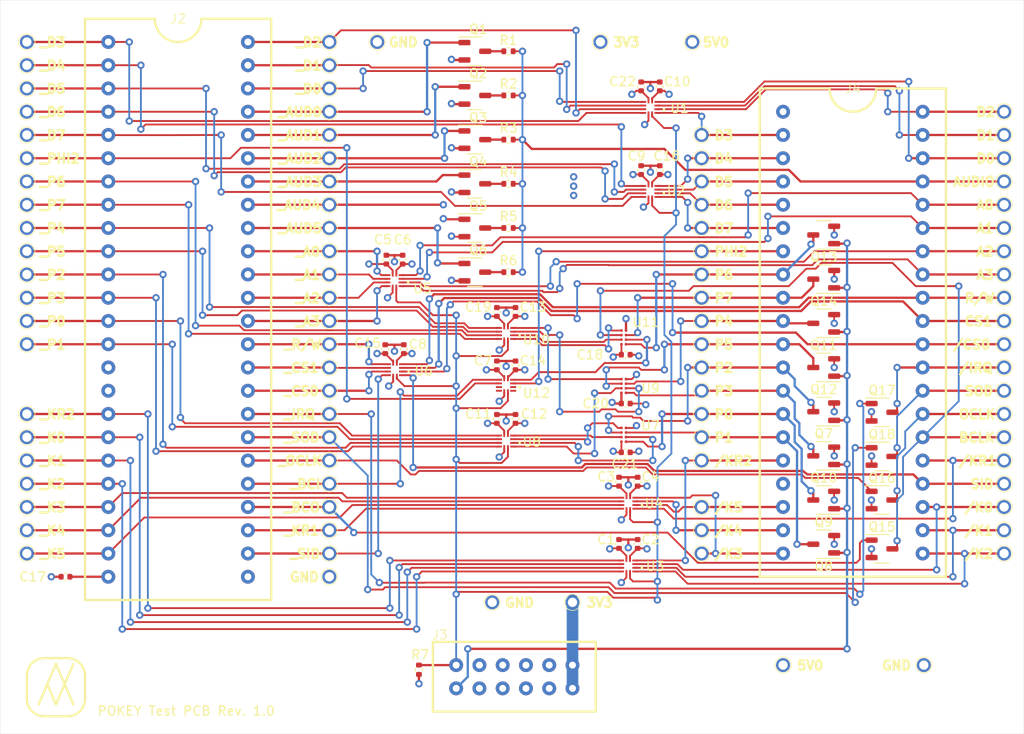
<source format=kicad_pcb>
(kicad_pcb (version 20221018) (generator pcbnew)
  (layers (0 "F.Cu" signal) (1 "In1.Cu" signal) (2 "In2.Cu" signal) (31 "B.Cu" signal) (34 "B.Paste" user) (35 "F.Paste" user) (36 "B.SilkS" user "B.Silkscreen") (37 "F.SilkS" user "F.Silkscreen") (38 "B.Mask" user) (39 "F.Mask" user) (44 "Edge.Cuts" user))
  (net 0 "")
  (net 1 "+3.3V")
  (net 2 "GND")
  (net 3 "+5V")
  (net 4 "D3")
  (net 5 "D4")
  (net 6 "D5")
  (net 7 "D6")
  (net 8 "D7")
  (net 9 "PHI2")
  (net 10 "P6")
  (net 11 "P7")
  (net 12 "P4")
  (net 13 "P5")
  (net 14 "P2")
  (net 15 "P3")
  (net 16 "P0")
  (net 17 "P1")
  (net 18 "~{KR2}")
  (net 19 "~{K5}")
  (net 20 "~{K4}")
  (net 21 "~{K3}")
  (net 22 "~{K2}")
  (net 23 "~{K1}")
  (net 24 "~{K0}")
  (net 25 "SID")
  (net 26 "~{KR1}")
  (net 27 "BCLK")
  (net 28 "OCLK")
  (net 29 "SOD")
  (net 30 "~{IRQ}")
  (net 31 "~{CS0}")
  (net 32 "CS1")
  (net 33 "R{slash}W")
  (net 34 "A3")
  (net 35 "A2")
  (net 36 "A1")
  (net 37 "A0")
  (net 38 "AUDIO")
  (net 39 "D0")
  (net 40 "D1")
  (net 41 "D2")
  (net 42 "_D3")
  (net 43 "_D4")
  (net 44 "_D5")
  (net 45 "_D6")
  (net 46 "_D7")
  (net 47 "_PHI2")
  (net 48 "_P6")
  (net 49 "_P7")
  (net 50 "_P4")
  (net 51 "_P5")
  (net 52 "_P2")
  (net 53 "_P3")
  (net 54 "_P0")
  (net 55 "_P1")
  (net 58 "_~{KR2}")
  (net 59 "_~{K0}")
  (net 60 "_~{K1}")
  (net 61 "_~{K2}")
  (net 62 "_~{K3}")
  (net 63 "_~{K4}")
  (net 64 "_~{K5}")
  (net 65 "_SID")
  (net 66 "_~{KR1}")
  (net 67 "_BCLKO")
  (net 68 "_BCLKI")
  (net 69 "_OCLK")
  (net 70 "_SOD")
  (net 71 "_~{IRQ}")
  (net 72 "_~{CS0}")
  (net 73 "_CS1")
  (net 74 "_R{slash}W")
  (net 75 "_A3")
  (net 76 "_A2")
  (net 77 "_A1")
  (net 78 "_A0")
  (net 79 "_AUDIO5")
  (net 80 "_AUDIO4")
  (net 81 "_AUDIO3")
  (net 82 "_AUDIO2")
  (net 83 "_AUDIO1")
  (net 84 "_AUDIO0")
  (net 85 "_D0")
  (net 86 "_D1")
  (net 87 "_D2")
  (net 88 "_DUMP")
  (net 92 "OE")
  (net 96 "Net-(Q1-D)")
  (net 97 "Net-(Q2-D)")
  (net 98 "Net-(Q3-D)")
  (net 99 "Net-(Q4-D)")
  (net 100 "Net-(Q5-D)")
  (net 101 "Net-(Q6-D)")
  (net 102 "Net-(U8-B3)")
  (net 103 "Net-(U7-3Y)")
  (net 104 "Net-(U7-2Y)")
  (net 105 "Net-(U7-1Y)")
  (net 106 "Net-(U10-B3)")
  (net 107 "Net-(U10-B2)")
  (net 108 "Net-(U10-B1)")
  (net 109 "Net-(U10-B0)")
  (net 114 "Net-(U11-3Y)")
  (footprint "Capacitor_SMD:C_0402_1005Metric" (layer "F.Cu") (at 174.498 59.718 90)
    (fp_text reference "C16")
    (fp_text value ".1uf" hide)
  )
  (footprint "POKEY_Footprints:TP" (layer "F.Cu") (at 138.43 73.66)
    (fp_text reference "TP71" hide)
    (fp_text value "~")
  )
  (footprint "Capacitor_SMD:C_0402_1005Metric" (layer "F.Cu") (at 156.718 81.054 90)
    (fp_text reference "C7")
    (fp_text value ".1uf" hide)
  )
  (footprint "Package_TO_SOT_SMD:SOT-23-3" (layer "F.Cu") (at 154.3105 61.214)
    (fp_text reference "Q4")
    (fp_text value "2N7002NXAK" hide)
  )
  (footprint "Capacitor_SMD:C_0402_1005Metric" (layer "F.Cu") (at 109.629 104.14 180)
    (fp_text reference "C17")
    (fp_text value ".1uf" hide)
  )
  (footprint "POKEY_Footprints:TP" (layer "F.Cu") (at 179.07 83.82)
    (fp_text reference "TP12" hide)
    (fp_text value "~")
  )
  (footprint "Resistor_SMD:R_0402_1005Metric" (layer "F.Cu") (at 157.986 46.736 180)
    (fp_text reference "R1")
    (fp_text value "75K 1%" hide)
  )
  (footprint "POKEY_Footprints:TP" (layer "F.Cu") (at 138.43 88.9)
    (fp_text reference "TP65" hide)
    (fp_text value "~")
  )
  (footprint "POKEY_Footprints:TP" (layer "F.Cu") (at 105.41 88.9)
    (fp_text reference "TP54" hide)
    (fp_text value "~")
  )
  (footprint "POKEY_Footprints:ULTRATHIN_MLP_12L_ONS-L" (layer "F.Cu") (at 157.7213 77.561999 -90)
    (fp_text reference "U10")
    (fp_text value "FXMAR2104UMX" hide)
  )
  (footprint "Capacitor_SMD:C_0402_1005Metric" (layer "F.Cu") (at 156.718 86.896 90)
    (fp_text reference "C11")
    (fp_text value ".1uf" hide)
  )
  (footprint "POKEY_Footprints:TP" (layer "F.Cu") (at 105.41 76.2)
    (fp_text reference "TP51" hide)
    (fp_text value "~")
  )
  (footprint "POKEY_Footprints:TP" (layer "F.Cu") (at 138.43 81.28)
    (fp_text reference "TP68" hide)
    (fp_text value "~")
  )
  (footprint "Package_TO_SOT_SMD:SOT-23-3" (layer "F.Cu") (at 192.3995 66.802 180)
    (fp_text reference "Q13")
    (fp_text value "2N7002NXAK" hide)
  )
  (footprint "POKEY_Footprints:TP" (layer "F.Cu") (at 105.41 73.66)
    (fp_text reference "TP50" hide)
    (fp_text value "~")
  )
  (footprint "POKEY_Footprints:TP" (layer "F.Cu") (at 138.43 93.98)
    (fp_text reference "TP63" hide)
    (fp_text value "~")
  )
  (footprint "POKEY_Footprints:TP" (layer "F.Cu") (at 143.665 45.72)
    (fp_text reference "TP84" hide)
    (fp_text value "~")
  )
  (footprint "POKEY_Footprints:TP" (layer "F.Cu") (at 105.41 68.58)
    (fp_text reference "TP48" hide)
    (fp_text value "~")
  )
  (footprint "POKEY_Footprints:TP" (layer "F.Cu") (at 138.43 78.74)
    (fp_text reference "TP69" hide)
    (fp_text value "~")
  )
  (footprint "POKEY_Footprints:TP" (layer "F.Cu") (at 179.07 71.12)
    (fp_text reference "TP7" hide)
    (fp_text value "~")
  )
  (footprint "POKEY_Footprints:TP" (layer "F.Cu") (at 138.43 86.36)
    (fp_text reference "TP66" hide)
    (fp_text value "~")
  )
  (footprint "Package_TO_SOT_SMD:SOT-23-3" (layer "F.Cu") (at 154.3105 66.04)
    (fp_text reference "Q5")
    (fp_text value "2N7002NXAK" hide)
  )
  (footprint "Resistor_SMD:R_0402_1005Metric" (layer "F.Cu") (at 157.986 51.562 180)
    (fp_text reference "R2")
    (fp_text value "24K 1%" hide)
  )
  (footprint "Package_TO_SOT_SMD:SOT-23-3" (layer "F.Cu") (at 192.3995 71.628 180)
    (fp_text reference "Q14")
    (fp_text value "2N7002NXAK" hide)
  )
  (footprint "POKEY_Footprints:ULTRATHIN_MLP_12L_ONS-L" (layer "F.Cu") (at 173.4693 62.049 -90)
    (fp_text reference "U2")
    (fp_text value "FXMAR2104UMX" hide)
  )
  (footprint "POKEY_Footprints:TP" (layer "F.Cu") (at 179.07 99.06)
    (fp_text reference "TP17" hide)
    (fp_text value "~")
  )
  (footprint "POKEY_Footprints:TP" (layer "F.Cu") (at 105.41 53.34)
    (fp_text reference "TP42" hide)
    (fp_text value "~")
  )
  (footprint "Capacitor_SMD:C_0402_1005Metric" (layer "F.Cu") (at 172.466 50.574 90)
    (fp_text reference "C22")
    (fp_text value ".1uf" hide)
  )
  (footprint "POKEY_Footprints:TP" (layer "F.Cu") (at 212.09 83.82)
    (fp_text reference "TP31" hide)
    (fp_text value "~")
  )
  (footprint "Package_TO_SOT_SMD:SOT-23-3" (layer "F.Cu") (at 192.3995 100.584 180)
    (fp_text reference "Q8")
    (fp_text value "2N7002NXAK" hide)
  )
  (footprint "POKEY_Footprints:TP" (layer "F.Cu") (at 138.43 45.72)
    (fp_text reference "TP82" hide)
    (fp_text value "~")
  )
  (footprint "POKEY_Footprints:TP" (layer "F.Cu") (at 105.41 55.88)
    (fp_text reference "TP43" hide)
    (fp_text value "~")
  )
  (footprint "POKEY_Footprints:TP" (layer "F.Cu") (at 138.43 66.04)
    (fp_text reference "TP74" hide)
    (fp_text value "~")
  )
  (footprint "Package_TO_SOT_SMD:SOT-23-3" (layer "F.Cu") (at 192.3995 86.106 180)
    (fp_text reference "Q7")
    (fp_text value "2N7002NXAK" hide)
  )
  (footprint "POKEY_Footprints:TP" (layer "F.Cu") (at 179.07 66.04)
    (fp_text reference "TP5" hide)
    (fp_text value "~")
  )
  (footprint "POKEY_Footprints:TP" (layer "F.Cu") (at 178.054 45.72)
    (fp_text reference "TP87" hide)
    (fp_text value "~")
  )
  (footprint "POKEY_Footprints:TP" (layer "F.Cu") (at 212.09 58.42)
    (fp_text reference "TP21" hide)
    (fp_text value "~")
  )
  (footprint "POKEY_Footprints:TP" (layer "F.Cu") (at 179.07 81.28)
    (fp_text reference "TP11" hide)
    (fp_text value "~")
  )
  (footprint "Capacitor_SMD:C_0402_1005Metric" (layer "F.Cu") (at 172.466 59.718 90)
    (fp_text reference "C9")
    (fp_text value ".1uf" hide)
  )
  (footprint "POKEY_Footprints:TP" (layer "F.Cu") (at 179.07 91.44)
    (fp_text reference "TP15" hide)
    (fp_text value "~")
  )
  (footprint "POKEY_Footprints:YZP8" (layer "F.Cu") (at 170.565 77.99)
    (fp_text reference "U11")
    (fp_text value "74LVC3G14" hide)
  )
  (footprint "POKEY_Footprints:TP" (layer "F.Cu") (at 179.07 96.52)
    (fp_text reference "TP16" hide)
    (fp_text value "~")
  )
  (footprint "Package_TO_SOT_SMD:SOT-23-3" (layer "F.Cu") (at 192.3995 90.932 180)
    (fp_text reference "Q10")
    (fp_text value "2N7002NXAK" hide)
  )
  (footprint "POKEY_Footprints:TP" (layer "F.Cu") (at 179.07 78.74)
    (fp_text reference "TP10" hide)
    (fp_text value "~")
  )
  (footprint "POKEY_Footprints:TP" (layer "F.Cu") (at 179.07 63.5)
    (fp_text reference "TP4" hide)
    (fp_text value "~")
  )
  (footprint "POKEY_Footprints:ULTRATHIN_MLP_12L_ONS-L" (layer "F.Cu") (at 157.7213 83.220001 -90)
    (fp_text reference "U12")
    (fp_text value "FXMAR2104UMX" hide)
  )
  (footprint "Capacitor_SMD:C_0402_1005Metric" (layer "F.Cu") (at 170.787 85.217)
    (fp_text reference "C20")
    (fp_text value ".1uf" hide)
  )
  (footprint "POKEY_Footprints:TP" (layer "F.Cu") (at 105.41 99.06)
    (fp_text reference "TP58" hide)
    (fp_text value "~")
  )
  (footprint "Capacitor_SMD:C_0402_1005Metric" (layer "F.Cu") (at 158.75 81.054 90)
    (fp_text reference "C14")
    (fp_text value ".1uf" hide)
  )
  (footprint "POKEY_Footprints:TP" (layer "F.Cu") (at 179.07 55.88)
    (fp_text reference "TP1" hide)
    (fp_text value "~")
  )
  (footprint "POKEY_Footprints:ULTRATHIN_MLP_12L_ONS-L" (layer "F.Cu") (at 145.596 81.5213 -90)
    (fp_text reference "U6")
    (fp_text value "FXMAR2104UMX" hide)
  )
  (footprint "Package_TO_SOT_SMD:SOT-23-3" (layer "F.Cu") (at 198.7605 95.758)
    (fp_text reference "Q16")
    (fp_text value "2N7002NXAK" hide)
  )
  (footprint "POKEY_Footprints:ULTRATHIN_MLP_12L_ONS-L" (layer "F.Cu") (at 173.4693 52.867001 -90)
    (fp_text reference "U1")
    (fp_text value "FXMAR2104UMX" hide)
  )
  (footprint "POKEY_Footprints:TP" (layer "F.Cu") (at 212.09 73.66)
    (fp_text reference "TP27" hide)
    (fp_text value "~")
  )
  (footprint "POKEY_Footprints:TP" (layer "F.Cu") (at 212.09 66.04)
    (fp_text reference "TP24" hide)
    (fp_text value "~")
  )
  (footprint "POKEY_Footprints:TP" (layer "F.Cu") (at 138.43 76.2)
    (fp_text reference "TP70" hide)
    (fp_text value "~")
  )
  (footprint "Resistor_SMD:R_0402_1005Metric" (layer "F.Cu") (at 148.209 114.298 -90)
    (fp_text reference "R7")
    (fp_text value "1k" hide)
  )
  (footprint "Resistor_SMD:R_0402_1005Metric" (layer "F.Cu") (at 157.99 61.214 180)
    (fp_text reference "R4")
    (fp_text value "3.3K 1%" hide)
  )
  (footprint "POKEY_Footprints:TP" (layer "F.Cu") (at 203.327 113.792)
    (fp_text reference "TP86" hide)
    (fp_text value "~")
  )
  (footprint "POKEY_Footprints:TP" (layer "F.Cu") (at 179.07 76.2)
    (fp_text reference "TP9" hide)
    (fp_text value "~")
  )
  (footprint "POKEY_Footprints:TP" (layer "F.Cu") (at 179.07 88.9)
    (fp_text reference "TP14" hide)
    (fp_text value "~")
  )
  (footprint "POKEY_Footprints:TP" (layer "F.Cu") (at 212.09 55.88)
    (fp_text reference "TP20" hide)
    (fp_text value "~")
  )
  (footprint "Resistor_SMD:R_0402_1005Metric" (layer "F.Cu") (at 157.99 56.388 180)
    (fp_text reference "R3")
    (fp_text value "7.68K 1%" hide)
  )
  (footprint "POKEY_Footprints:TP" (layer "F.Cu") (at 105.41 48.26)
    (fp_text reference "TP40" hide)
    (fp_text value "~")
  )
  (footprint "POKEY_Footprints:TP" (layer "F.Cu") (at 212.09 88.9)
    (fp_text reference "TP33" hide)
    (fp_text value "~")
  )
  (footprint "POKEY_Footprints:TP" (layer "F.Cu") (at 105.41 63.5)
    (fp_text reference "TP46" hide)
    (fp_text value "~")
  )
  (footprint "POKEY_Footprints:TP" (layer "F.Cu") (at 212.09 96.52)
    (fp_text reference "TP36" hide)
    (fp_text value "~")
  )
  (footprint "POKEY_Footprints:TP" (layer "F.Cu") (at 105.41 93.98)
    (fp_text reference "TP56" hide)
    (fp_text value "~")
  )
  (footprint "POKEY_Footprints:TP" (layer "F.Cu") (at 105.41 86.36)
    (fp_text reference "TP53" hide)
    (fp_text value "~")
  )
  (footprint "Capacitor_SMD:C_0402_1005Metric" (layer "F.Cu") (at 174.498 50.574 90)
    (fp_text reference "C10")
    (fp_text value ".1uf" hide)
  )
  (footprint "Capacitor_SMD:C_0402_1005Metric" (layer "F.Cu") (at 158.75 75.212 90)
    (fp_text reference "C13")
    (fp_text value ".1uf" hide)
  )
  (footprint "POKEY_Footprints:TP" (layer "F.Cu") (at 105.41 101.6)
    (fp_text reference "TP59" hide)
    (fp_text value "~")
  )
  (footprint "Capacitor_SMD:C_0402_1005Metric" (layer "F.Cu") (at 172.085 100.556 90)
    (fp_text reference "C2")
    (fp_text value ".1uf" hide)
  )
  (footprint "POKEY_Footprints:TP" (layer "F.Cu") (at 179.07 101.6)
    (fp_text reference "TP18" hide)
    (fp_text value "~")
  )
  (footprint "POKEY_Footprints:TP" (layer "F.Cu") (at 179.07 73.66)
    (fp_text reference "TP8" hide)
    (fp_text value "~")
  )
  (footprint "POKEY_Footprints:YZP8" (layer "F.Cu") (at 170.565 83.3)
    (fp_text reference "U9")
    (fp_text value "74LVC3G14" hide)
  )
  (footprint "Capacitor_SMD:C_0402_1005Metric" (layer "F.Cu") (at 144.526 79.276 90)
    (fp_text reference "C15")
    (fp_text value ".1uf" hide)
  )
  (footprint "POKEY_Footprints:TP" (layer "F.Cu") (at 212.09 76.2)
    (fp_text reference "TP28" hide)
    (fp_text value "~")
  )
  (footprint "POKEY_Footprints:TP" (layer "F.Cu") (at 212.09 63.5)
    (fp_text reference "TP23" hide)
    (fp_text value "~")
  )
  (footprint "Capacitor_SMD:C_0402_1005Metric" (layer "F.Cu") (at 158.75 86.896 90)
    (fp_text reference "C12")
    (fp_text value ".1uf" hide)
  )
  (footprint "Capacitor_SMD:C_0402_1005Metric" (layer "F.Cu") (at 172.085 93.754 90)
    (fp_text reference "C4")
    (fp_text value ".1uf" hide)
  )
  (footprint "Capacitor_SMD:C_0402_1005Metric" (layer "F.Cu") (at 146.558 79.276 90)
    (fp_text reference "C8")
    (fp_text value ".1uf" hide)
  )
  (footprint "Capacitor_SMD:C_0402_1005Metric" (layer "F.Cu") (at 170.053 100.556 90)
    (fp_text reference "C1")
    (fp_text value ".1uf" hide)
  )
  (footprint "POKEY_Footprints:TP" (layer "F.Cu") (at 105.41 71.12)
    (fp_text reference "TP49" hide)
    (fp_text value "~")
  )
  (footprint "POKEY_Footprints:ULTRATHIN_MLP_12L_ONS-L" (layer "F.Cu") (at 157.7213 89.316001 -90)
    (fp_text reference "U8")
    (fp_text value "FXMAR2104UMX" hide)
  )
  (footprint "POKEY_Footprints:TP" (layer "F.Cu") (at 212.09 53.34)
    (fp_text reference "TP19" hide)
    (fp_text value "~")
  )
  (footprint "POKEY_Footprints:TP" (layer "F.Cu") (at 138.43 104.14)
    (fp_text reference "TP83" hide)
    (fp_text value "~")
  )
  (footprint "Package_TO_SOT_SMD:SOT-23-3" (layer "F.Cu") (at 154.3105 56.388)
    (fp_text reference "Q3")
    (fp_text value "2N7002NXAK" hide)
  )
  (footprint "POKEY_Footprints:TP" (layer "F.Cu") (at 138.43 101.6)
    (fp_text reference "TP60" hide)
    (fp_text value "~")
  )
  (footprint "POKEY_Footprints:TP" (layer "F.Cu") (at 105.41 50.8)
    (fp_text reference "TP41" hide)
    (fp_text value "~")
  )
  (footprint "POKEY_Footprints:TP" (layer "F.Cu") (at 105.41 91.44)
    (fp_text reference "TP55" hide)
    (fp_text value "~")
  )
  (footprint "POKEY_Footprints:TP" (layer "F.Cu") (at 105.41 45.72)
    (fp_text reference "TP39" hide)
    (fp_text value "~")
  )
  (footprint "POKEY_Footprints:TP" (layer "F.Cu") (at 138.43 99.06)
    (fp_text reference "TP61" hide)
    (fp_text value "~")
  )
  (footprint "Capacitor_SMD:C_0402_1005Metric" (layer "F.Cu") (at 156.718 75.212 90)
    (fp_text reference "C19")
    (fp_text value ".1uf" hide)
  )
  (footprint "Resistor_SMD:R_0402_1005Metric" (layer "F.Cu") (at 157.99 70.866 180)
    (fp_text reference "R6")
    (fp_text value "825 1%" hide)
  )
  (footprint "POKEY_Footprints:TP" (layer "F.Cu") (at 212.09 71.12)
    (fp_text reference "TP26" hide)
    (fp_text value "~")
  )
  (footprint "POKEY_Footprints:TP" (layer "F.Cu") (at 212.09 81.28)
    (fp_text reference "TP30" hide)
    (fp_text value "~")
  )
  (footprint "Capacitor_SMD:C_0402_1005Metric" (layer "F.Cu") (at 170.787 79.883)
    (fp_text reference "C18")
    (fp_text value ".1uf" hide)
  )
  (footprint "POKEY_Footprints:TP" (layer "F.Cu") (at 164.973 106.934)
    (fp_text reference "TP90" hide)
    (fp_text value "~")
  )
  (footprint "POKEY_Footprints:TP" (layer "F.Cu") (at 138.43 71.12)
    (fp_text reference "TP72" hide)
    (fp_text value "~")
  )
  (footprint "Package_TO_SOT_SMD:SOT-23-3" (layer "F.Cu") (at 198.7605 86.172)
    (fp_text reference "Q17")
    (fp_text value "2N7002NXAK" hide)
  )
  (footprint "Package_TO_SOT_SMD:SOT-23-3" (layer "F.Cu") (at 192.3995 95.758 180)
    (fp_text reference "Q9")
    (fp_text value "2N7002NXAK" hide)
  )
  (footprint "Resistor_SMD:R_0402_1005Metric" (layer "F.Cu") (at 157.99 66.04 180)
    (fp_text reference "R5")
    (fp_text value "1.65K 1%" hide)
  )
  (footprint "POKEY_Footprints:TP" (layer "F.Cu") (at 138.43 96.52)
    (fp_text reference "TP62" hide)
    (fp_text value "~")
  )
  (footprint "POKEY_Footprints:TP" (layer "F.Cu") (at 212.09 78.74)
    (fp_text reference "TP29" hide)
    (fp_text value "~")
  )
  (footprint "Package_TO_SOT_SMD:SOT-23-3" (layer "F.Cu") (at 192.3995 81.28 180)
    (fp_text reference "Q12")
    (fp_text value "2N7002NXAK" hide)
  )
  (footprint "POKEY_Footprints:ULTRATHIN_MLP_12L_ONS-L" (layer "F.Cu") (at 171.0563 102.961999 -90)
    (fp_text reference "U3")
    (fp_text value "FXMAR2104UMX" hide)
  )
  (footprint "POKEY_Footprints:TP" (layer "F.Cu") (at 179.07 60.96)
    (fp_text reference "TP3" hide)
    (fp_text value "~")
  )
  (footprint "POKEY_Footprints:TP" (layer "F.Cu") (at 179.07 58.42)
    (fp_text reference "TP2" hide)
    (fp_text value "~")
  )
  (footprint "POKEY_Footprints:TP" (layer "F.Cu") (at 138.43 60.96)
    (fp_text reference "TP76" hide)
    (fp_text value "~")
  )
  (footprint "Package_TO_SOT_SMD:SOT-23-3" (layer "F.Cu") (at 154.3105 46.736)
    (fp_text reference "Q1")
    (fp_text value "2N7002NXAK" hide)
  )
  (footprint "POKEY_Footprints:TP" (layer "F.Cu") (at 212.09 99.06)
    (fp_text reference "TP37" hide)
    (fp_text value "~")
  )
  (footprint "POKEY_Footprints:TP" (layer "F.Cu") (at 105.41 66.04)
    (fp_text reference "TP47" hide)
    (fp_text value "~")
  )
  (footprint "POKEY_Footprints:Con_2X20" (layer "F.Cu") (at 195.58 76.2)
    (fp_text reference "J4")
    (fp_text value "2x20_Conn" hide)
  )
  (footprint "POKEY_Footprints:TP" (layer "F.Cu") (at 212.09 101.6)
    (fp_text reference "TP38" hide)
    (fp_text value "~")
  )
  (footprint "POKEY_Footprints:TP" (layer "F.Cu") (at 138.43 53.34)
    (fp_text reference "TP79" hide)
    (fp_text value "~")
  )
  (footprint "Package_TO_SOT_SMD:SOT-23-3" (layer "F.Cu") (at 154.3105 70.866)
    (fp_text reference "Q6")
    (fp_text value "2N7002NXAK" hide)
  )
  (footprint "Package_TO_SOT_SMD:SOT-23-3" (layer "F.Cu") (at 154.3105 51.562)
    (fp_text reference "Q2")
    (fp_text value "2N7002NXAK" hide)
  )
  (footprint "POKEY_Footprints:TP" (layer "F.Cu") (at 138.43 55.88)
    (fp_text reference "TP78" hide)
    (fp_text value "~")
  )
  (footprint "POKEY_Footprints:TP" (layer "F.Cu") (at 138.43 50.8)
    (fp_text reference "TP80" hide)
    (fp_text value "~")
  )
  (footprint "Capacitor_SMD:C_0402_1005Metric" (layer "F.Cu") (at 170.787 90.551)
    (fp_text reference "C21")
    (fp_text value ".1uf" hide)
  )
  (footprint "POKEY_Footprints:PMOD" (layer "F.Cu") (at 159.893 118.872)
    (fp_text reference "J3")
    (fp_text value "PMOD")
  )
  (footprint "POKEY_Footprints:TP" (layer "F.Cu") (at 138.43 63.5)
    (fp_text reference "TP75" hide)
    (fp_text value "~")
  )
  (footprint "POKEY_Footprints:TP" (layer "F.Cu") (at 105.41 96.52)
    (fp_text reference "TP57" hide)
    (fp_text value "~")
  )
  (footprint "Capacitor_SMD:C_0402_1005Metric" (layer "F.Cu") (at 144.653 69.497 90)
    (fp_text reference "C5")
    (fp_text value ".1uf" hide)
  )
  (footprint "POKEY_Footprints:TP" (layer "F.Cu") (at 212.09 93.98)
    (fp_text reference "TP35" hide)
    (fp_text value "~")
  )
  (footprint "POKEY_Footprints:TP" (layer "F.Cu") (at 138.43 58.42)
    (fp_text reference "TP77" hide)
    (fp_text value "~")
  )
  (footprint "POKEY_Footprints:TP" (layer "F.Cu") (at 212.09 68.58)
    (fp_text reference "TP25" hide)
    (fp_text value "~")
  )
  (footprint "POKEY_Footprints:TP" (layer "F.Cu") (at 187.96 113.792)
    (fp_text reference "TP88" hide)
    (fp_text value "~")
  )
  (footprint "POKEY_Footprints:TP" (layer "F.Cu") (at 212.09 91.44)
    (fp_text reference "TP34" hide)
    (fp_text value "~")
  )
  (footprint "POKEY_Footprints:TP" (layer "F.Cu") (at 138.43 68.58)
    (fp_text reference "TP73" hide)
    (fp_text value "~")
  )
  (footprint "POKEY_Footprints:TP" (layer "F.Cu") (at 156.21 106.934)
    (fp_text reference "TP85" hide)
    (fp_text value "~")
  )
  (footprint "Package_TO_SOT_SMD:SOT-23-3" (layer "F.Cu") (at 192.3995 76.454 180)
    (fp_text reference "Q11")
    (fp_text value "2N7002NXAK" hide)
  )
  (footprint "POKEY_Footprints:TP" (layer "F.Cu") (at 212.09 60.96)
    (fp_text reference "TP22" hide)
    (fp_text value "~")
  )
  (footprint "POKEY_Footprints:Con_2X24" (layer "F.Cu") (at 121.92 73.66)
    (fp_text reference "J2")
    (fp_text value "CMOD-A7")
  )
  (footprint "POKEY_Footprints:TP" (layer "F.Cu") (at 105.41 78.74)
    (fp_text reference "TP52" hide)
    (fp_text value "~")
  )
  (footprint "POKEY_Footprints:YZP8" (layer "F.Cu") (at 170.565 88.634)
    (fp_text reference "U7")
    (fp_text value "74LVC3G14" hide)
  )
  (footprint "POKEY_Footprints:ULTRATHIN_MLP_12L_ONS-L" (layer "F.Cu") (at 171.069 96.103999 -90)
    (fp_text reference "U4")
    (fp_text value "FXMAR2104UMX" hide)
  )
  (footprint "Package_TO_SOT_SMD:SOT-23-3" (layer "F.Cu") (at 198.7605 90.998)
    (fp_text reference "Q18")
    (fp_text value "2N7002NXAK" hide)
  )
  (footprint "POKEY_Footprints:TP" (layer "F.Cu") (at 138.43 91.44)
    (fp_text reference "TP64" hide)
    (fp_text value "~")
  )
  (footprint "Capacitor_SMD:C_0402_1005Metric" (layer "F.Cu") (at 146.431 69.497 90)
    (fp_text reference "C6")
    (fp_text value ".1uf" hide)
  )
  (footprint "POKEY_Footprints:TP" (layer "F.Cu") (at 138.43 48.26)
    (fp_text reference "TP81" hide)
    (fp_text value "~")
  )
  (footprint "POKEY_Footprints:TP" (layer "F.Cu") (at 168.021 45.72)
    (fp_text reference "TP89" hide)
    (fp_text value "~")
  )
  (footprint "Package_TO_SOT_SMD:SOT-23-3" (layer "F.Cu") (at 198.7605 101.092)
    (fp_text reference "Q15")
    (fp_text value "2N7002NXAK" hide)
  )
  (footprint "POKEY_Footprints:ULTRATHIN_MLP_12L_ONS-L" (layer "F.Cu") (at 145.542 71.790001 -90)
    (fp_text reference "U5")
    (fp_text value "FXMAR2104UMX" hide)
  )
  (footprint "POKEY_Footprints:TP" (layer "F.Cu") (at 179.07 86.36)
    (fp_text reference "TP13" hide)
    (fp_text value "~")
  )
  (footprint "POKEY_Footprints:TP" (layer "F.Cu") (at 138.43 83.82)
    (fp_text reference "TP67" hide)
    (fp_text value "~")
  )
  (footprint "Capacitor_SMD:C_0402_1005Metric" (layer "F.Cu") (at 170.053 93.754 90)
    (fp_text reference "C3")
    (fp_text value ".1uf" hide)
  )
  (footprint "POKEY_Footprints:TP" (layer "F.Cu") (at 179.07 68.58)
    (fp_text reference "TP6" hide)
    (fp_text value "~")
  )
  (footprint "POKEY_Footprints:TP" (layer "F.Cu") (at 105.41 58.42)
    (fp_text reference "TP44" hide)
    (fp_text value "~")
  )
  (footprint "POKEY_Footprints:TP" (layer "F.Cu") (at 105.41 60.96)
    (fp_text reference "TP45" hide)
    (fp_text value "~")
  )
  (footprint "POKEY_Footprints:TP" (layer "F.Cu") (at 212.09 86.36)
    (fp_text reference "TP32" hide)
    (fp_text value "~")
  )
  (gr_line (start 105.41 114.935) (end 105.41 117.475) (stroke (width 0.254)) (layer "F.SilkS"))
  (gr_line (start 107.6325 115.8875) (end 108.585 118.11) (stroke (width 0.254)) (layer "F.SilkS"))
  (gr_arc (start 111.76 117.475) (mid 111.202038 118.822038) (end 109.855 119.38) (stroke (width 0.254)) (layer "F.SilkS"))
  (gr_line (start 107.315 119.38) (end 109.855 119.38) (stroke (width 0.254)) (layer "F.SilkS"))
  (gr_line (start 106.68 118.11) (end 108.585 113.665) (stroke (width 0.254)) (layer "F.SilkS"))
  (gr_arc (start 105.41 114.935) (mid 105.967961 113.587961) (end 107.315 113.03) (stroke (width 0.254)) (layer "F.SilkS"))
  (gr_line (start 109.855 113.03) (end 107.315 113.03) (stroke (width 0.254)) (layer "F.SilkS"))
  (gr_arc (start 107.315 119.38) (mid 105.967962 118.822038) (end 105.41 117.475) (stroke (width 0.254)) (layer "F.SilkS"))
  (gr_line (start 108.585 118.11) (end 110.49 113.665) (stroke (width 0.254)) (layer "F.SilkS"))
  (gr_line (start 108.585 113.665) (end 110.49 118.11) (stroke (width 0.254)) (layer "F.SilkS"))
  (gr_arc (start 109.855 113.03) (mid 111.202038 113.587962) (end 111.76 114.935) (stroke (width 0.254)) (layer "F.SilkS"))
  (gr_line (start 111.76 114.935) (end 111.76 117.475) (stroke (width 0.254)) (layer "F.SilkS"))
  (gr_line (start 102.489 41.148) (end 214.249 41.148) (stroke (width 0.0254)) (layer "Edge.Cuts"))
  (gr_line (start 214.249 41.148) (end 214.249 121.285) (stroke (width 0.0254)) (layer "Edge.Cuts"))
  (gr_line (start 102.489 41.148) (end 102.489 121.285) (stroke (width 0.0254)) (layer "Edge.Cuts"))
  (gr_line (start 102.489 121.285) (end 214.249 121.285) (stroke (width 0.0254)) (layer "Edge.Cuts"))
  (gr_text "_AUD0" (at 132.715 53.975) (layer "F.SilkS") (effects (font (size 1.016 1.016) (thickness 0.254) bold) (justify left bottom)))
  (gr_text "/K0" (at 207.645 97.155) (layer "F.SilkS") (effects (font (size 1.016 1.016) (thickness 0.254) bold) (justify left bottom)))
  (gr_text "/KR1" (at 207.01 92.075) (layer "F.SilkS") (effects (font (size 1.016 1.016) (thickness 0.254) bold) (justify left bottom)))
  (gr_text "D2" (at 208.915 53.975) (layer "F.SilkS") (effects (font (size 1.016 1.016) (thickness 0.254) bold) (justify left bottom)))
  (gr_text "_A2" (at 134.62 74.295) (layer "F.SilkS") (effects (font (size 1.016 1.016) (thickness 0.254) bold) (justify left bottom)))
  (gr_text "3V3" (at 169.291 46.355) (layer "F.SilkS") (effects (font (size 1.016 1.016) (thickness 0.254) bold) (justify left bottom)))
  (gr_text "GND" (at 133.985 104.775) (layer "F.SilkS") (effects (font (size 1.016 1.016) (thickness 0.254) bold) (justify left bottom)))
  (gr_text "_D7" (at 106.68 56.515) (layer "F.SilkS") (effects (font (size 1.016 1.016) (thickness 0.254) bold) (justify left bottom)))
  (gr_text "SID" (at 208.28 94.615) (layer "F.SilkS") (effects (font (size 1.016 1.016) (thickness 0.254) bold) (justify left bottom)))
  (gr_text "_A0" (at 134.62 69.215) (layer "F.SilkS") (effects (font (size 1.016 1.016) (thickness 0.254) bold) (justify left bottom)))
  (gr_text "/IRQ" (at 207.01 81.915) (layer "F.SilkS") (effects (font (size 1.016 1.016) (thickness 0.254) bold) (justify left bottom)))
  (gr_text "D7" (at 180.34 66.675) (layer "F.SilkS") (effects (font (size 1.016 1.016) (thickness 0.254) bold) (justify left bottom)))
  (gr_text "_K0" (at 106.68 89.535) (layer "F.SilkS") (effects (font (size 1.016 1.016) (thickness 0.254) bold) (justify left bottom)))
  (gr_text "_OCLK" (at 132.715 92.075) (layer "F.SilkS") (effects (font (size 1.016 1.016) (thickness 0.254) bold) (justify left bottom)))
  (gr_text "A1" (at 208.915 66.675) (layer "F.SilkS") (effects (font (size 1.016 1.016) (thickness 0.254) bold) (justify left bottom)))
  (gr_text "_P4" (at 106.68 66.675) (layer "F.SilkS") (effects (font (size 1.016 1.016) (thickness 0.254) bold) (justify left bottom)))
  (gr_text "5V0" (at 189.357 114.427) (layer "F.SilkS") (effects (font (size 1.016 1.016) (thickness 0.254) bold) (justify left bottom)))
  (gr_text "/K4" (at 180.34 99.695) (layer "F.SilkS") (effects (font (size 1.016 1.016) (thickness 0.254) bold) (justify left bottom)))
  (gr_text "P4" (at 180.34 76.835) (layer "F.SilkS") (effects (font (size 1.016 1.016) (thickness 0.254) bold) (justify left bottom)))
  (gr_text "_CS1" (at 133.35 81.915) (layer "F.SilkS") (effects (font (size 1.016 1.016) (thickness 0.254) bold) (justify left bottom)))
  (gr_text "_P0" (at 106.68 76.835) (layer "F.SilkS") (effects (font (size 1.016 1.016) (thickness 0.254) bold) (justify left bottom)))
  (gr_text "_K1" (at 106.68 92.075) (layer "F.SilkS") (effects (font (size 1.016 1.016) (thickness 0.254) bold) (justify left bottom)))
  (gr_text "P3" (at 180.34 84.455) (layer "F.SilkS") (effects (font (size 1.016 1.016) (thickness 0.254) bold) (justify left bottom)))
  (gr_text "_CS0" (at 133.35 84.455) (layer "F.SilkS") (effects (font (size 1.016 1.016) (thickness 0.254) bold) (justify left bottom)))
  (gr_text "_AUD5" (at 132.715 66.675) (layer "F.SilkS") (effects (font (size 1.016 1.016) (thickness 0.254) bold) (justify left bottom)))
  (gr_text "5V0" (at 179.07 46.355) (layer "F.SilkS") (effects (font (size 1.016 1.016) (thickness 0.254) bold) (justify left bottom)))
  (gr_text "_D5" (at 106.68 51.435) (layer "F.SilkS") (effects (font (size 1.016 1.016) (thickness 0.254) bold) (justify left bottom)))
  (gr_text "_AUD2" (at 132.715 59.055) (layer "F.SilkS") (effects (font (size 1.016 1.016) (thickness 0.254) bold) (justify left bottom)))
  (gr_text "_KR2" (at 106.68 86.995) (layer "F.SilkS") (effects (font (size 1.016 1.016) (thickness 0.254) bold) (justify left bottom)))
  (gr_text "_P2" (at 106.68 71.755) (layer "F.SilkS") (effects (font (size 1.016 1.016) (thickness 0.254) bold) (justify left bottom)))
  (gr_text "_AUD1" (at 132.715 56.515) (layer "F.SilkS") (effects (font (size 1.016 1.016) (thickness 0.254) bold) (justify left bottom)))
  (gr_text "_KR1" (at 133.35 99.695) (layer "F.SilkS") (effects (font (size 1.016 1.016) (thickness 0.254) bold) (justify left bottom)))
  (gr_text "_SID" (at 133.985 102.235) (layer "F.SilkS") (effects (font (size 1.016 1.016) (thickness 0.254) bold) (justify left bottom)))
  (gr_text "POKEY Test PCB Rev. 1.0" (at 113.03 119.38) (layer "F.SilkS") (effects (font (size 1 1)) (justify left bottom)))
  (gr_text "/K5" (at 180.34 97.155) (layer "F.SilkS") (effects (font (size 1.016 1.016) (thickness 0.254) bold) (justify left bottom)))
  (gr_text "_P1" (at 106.68 79.375) (layer "F.SilkS") (effects (font (size 1.016 1.016) (thickness 0.254) bold) (justify left bottom)))
  (gr_text "GND" (at 198.628 114.427) (layer "F.SilkS") (effects (font (size 1.016 1.016) (thickness 0.254) bold) (justify left bottom)))
  (gr_text "PHI2" (at 180.34 69.215) (layer "F.SilkS") (effects (font (size 1.016 1.016) (thickness 0.254) bold) (justify left bottom)))
  (gr_text "A2" (at 208.915 69.215) (layer "F.SilkS") (effects (font (size 1.016 1.016) (thickness 0.254) bold) (justify left bottom)))
  (gr_text "_IRQ" (at 133.35 86.995) (layer "F.SilkS") (effects (font (size 1.016 1.016) (thickness 0.254) bold) (justify left bottom)))
  (gr_text "/K3" (at 180.34 102.235) (layer "F.SilkS") (effects (font (size 1.016 1.016) (thickness 0.254) bold) (justify left bottom)))
  (gr_text "_PHI2" (at 106.68 59.055) (layer "F.SilkS") (effects (font (size 1.016 1.016) (thickness 0.254) bold) (justify left bottom)))
  (gr_text "_P5" (at 106.68 69.215) (layer "F.SilkS") (effects (font (size 1.016 1.016) (thickness 0.254) bold) (justify left bottom)))
  (gr_text "_BCO" (at 133.35 97.155) (layer "F.SilkS") (effects (font (size 1.016 1.016) (thickness 0.254) bold) (justify left bottom)))
  (gr_text "P0" (at 180.34 86.995) (layer "F.SilkS") (effects (font (size 1.016 1.016) (thickness 0.254) bold) (justify left bottom)))
  (gr_text "_K4" (at 106.68 99.695) (layer "F.SilkS") (effects (font (size 1.016 1.016) (thickness 0.254) bold) (justify left bottom)))
  (gr_text "/K2" (at 207.645 102.235) (layer "F.SilkS") (effects (font (size 1.016 1.016) (thickness 0.254) bold) (justify left bottom)))
  (gr_text "GND" (at 157.48 107.569) (layer "F.SilkS") (effects (font (size 1.016 1.016) (thickness 0.254) bold) (justify left bottom)))
  (gr_text "_K2" (at 106.68 94.615) (layer "F.SilkS") (effects (font (size 1.016 1.016) (thickness 0.254) bold) (justify left bottom)))
  (gr_text "_D2" (at 134.62 46.355) (layer "F.SilkS") (effects (font (size 1.016 1.016) (thickness 0.254) bold) (justify left bottom)))
  (gr_text "_D1" (at 134.62 48.895) (layer "F.SilkS") (effects (font (size 1.016 1.016) (thickness 0.254) bold) (justify left bottom)))
  (gr_text "_AUD4" (at 132.588 64.135) (layer "F.SilkS") (effects (font (size 1.016 1.016) (thickness 0.254) bold) (justify left bottom)))
  (gr_text "D0" (at 208.915 59.055) (layer "F.SilkS") (effects (font (size 1.016 1.016) (thickness 0.254) bold) (justify left bottom)))
  (gr_text "P7" (at 180.34 74.295) (layer "F.SilkS") (effects (font (size 1.016 1.016) (thickness 0.254) bold) (justify left bottom)))
  (gr_text "BCLK" (at 207.01 89.535) (layer "F.SilkS") (effects (font (size 1.016 1.016) (thickness 0.254) bold) (justify left bottom)))
  (gr_text "_SOD" (at 133.35 89.535) (layer "F.SilkS") (effects (font (size 1.016 1.016) (thickness 0.254) bold) (justify left bottom)))
  (gr_text "_K3" (at 106.68 97.155) (layer "F.SilkS") (effects (font (size 1.016 1.016) (thickness 0.254) bold) (justify left bottom)))
  (gr_text "/K1" (at 207.645 99.695) (layer "F.SilkS") (effects (font (size 1.016 1.016) (thickness 0.254) bold) (justify left bottom)))
  (gr_text "_A3" (at 134.62 76.835) (layer "F.SilkS") (effects (font (size 1.016 1.016) (thickness 0.254) bold) (justify left bottom)))
  (gr_text "_D3" (at 106.68 46.355) (layer "F.SilkS") (effects (font (size 1.016 1.016) (thickness 0.254) bold) (justify left bottom)))
  (gr_text "D5" (at 180.34 61.595) (layer "F.SilkS") (effects (font (size 1.016 1.016) (thickness 0.254) bold) (justify left bottom)))
  (gr_text "P6" (at 180.34 71.755) (layer "F.SilkS") (effects (font (size 1.016 1.016) (thickness 0.254) bold) (justify left bottom)))
  (gr_text "D4" (at 180.34 59.055) (layer "F.SilkS") (effects (font (size 1.016 1.016) (thickness 0.254) bold) (justify left bottom)))
  (gr_text "D6" (at 180.34 64.135) (layer "F.SilkS") (effects (font (size 1.016 1.016) (thickness 0.254) bold) (justify left bottom)))
  (gr_text "P1" (at 180.34 89.535) (layer "F.SilkS") (effects (font (size 1.016 1.016) (thickness 0.254) bold) (justify left bottom)))
  (gr_text "P5" (at 180.34 79.375) (layer "F.SilkS") (effects (font (size 1.016 1.016) (thickness 0.254) bold) (justify left bottom)))
  (gr_text "_AUD3" (at 132.715 61.595) (layer "F.SilkS") (effects (font (size 1.016 1.016) (thickness 0.254) bold) (justify left bottom)))
  (gr_text "_D6" (at 106.68 53.975) (layer "F.SilkS") (effects (font (size 1.016 1.016) (thickness 0.254) bold) (justify left bottom)))
  (gr_text "R/W" (at 207.645 74.295) (layer "F.SilkS") (effects (font (size 1.016 1.016) (thickness 0.254) bold) (justify left bottom)))
  (gr_text "P2" (at 180.34 81.915) (layer "F.SilkS") (effects (font (size 1.016 1.016) (thickness 0.254) bold) (justify left bottom)))
  (gr_text "CS1" (at 207.645 76.835) (layer "F.SilkS") (effects (font (size 1.016 1.016) (thickness 0.254) bold) (justify left bottom)))
  (gr_text "_P6" (at 106.68 61.595) (layer "F.SilkS") (effects (font (size 1.016 1.016) (thickness 0.254) bold) (justify left bottom)))
  (gr_text "/CS0" (at 206.375 79.375) (layer "F.SilkS") (effects (font (size 1.016 1.016) (thickness 0.254) bold) (justify left bottom)))
  (gr_text "A3" (at 208.915 71.755) (layer "F.SilkS") (effects (font (size 1.016 1.016) (thickness 0.254) bold) (justify left bottom)))
  (gr_text "3V3" (at 166.37 107.569) (layer "F.SilkS") (effects (font (size 1.016 1.016) (thickness 0.254) bold) (justify left bottom)))
  (gr_text "_BCI" (at 133.985 94.615) (layer "F.SilkS") (effects (font (size 1.016 1.016) (thickness 0.254) bold) (justify left bottom)))
  (gr_text "_D0" (at 134.62 51.435) (layer "F.SilkS") (effects (font (size 1.016 1.016) (thickness 0.254) bold) (justify left bottom)))
  (gr_text "/KR2" (at 180.34 92.075) (layer "F.SilkS") (effects (font (size 1.016 1.016) (thickness 0.254) bold) (justify left bottom)))
  (gr_text "SOD" (at 207.645 84.455) (layer "F.SilkS") (effects (font (size 1.016 1.016) (thickness 0.254) bold) (justify left bottom)))
  (gr_text "_K5" (at 106.68 102.235) (layer "F.SilkS") (effects (font (size 1.016 1.016) (thickness 0.254) bold) (justify left bottom)))
  (gr_text "OCLK" (at 207.01 86.995) (layer "F.SilkS") (effects (font (size 1.016 1.016) (thickness 0.254) bold) (justify left bottom)))
  (gr_text "_P7" (at 106.68 64.135) (layer "F.SilkS") (effects (font (size 1.016 1.016) (thickness 0.254) bold) (justify left bottom)))
  (gr_text "_R/W" (at 133.35 79.375) (layer "F.SilkS") (effects (font (size 1.016 1.016) (thickness 0.254) bold) (justify left bottom)))
  (gr_text "GND" (at 144.78 46.355) (layer "F.SilkS") (effects (font (size 1.016 1.016) (thickness 0.254) bold) (justify left bottom)))
  (gr_text "D3" (at 180.34 56.515) (layer "F.SilkS") (effects (font (size 1.016 1.016) (thickness 0.254) bold) (justify left bottom)))
  (gr_text "_A1" (at 134.62 71.755) (layer "F.SilkS") (effects (font (size 1.016 1.016) (thickness 0.254) bold) (justify left bottom)))
  (gr_text "AUDIO" (at 206.375 61.595) (layer "F.SilkS") (effects (font (size 1.016 1.016) (thickness 0.254) bold) (justify left bottom)))
  (gr_text "D1" (at 208.915 56.515) (layer "F.SilkS") (effects (font (size 1.016 1.016) (thickness 0.254) bold) (justify left bottom)))
  (gr_text "_D4" (at 106.68 48.895) (layer "F.SilkS") (effects (font (size 1.016 1.016) (thickness 0.254) bold) (justify left bottom)))
  (gr_text "_P3" (at 106.68 74.295) (layer "F.SilkS") (effects (font (size 1.016 1.016) (thickness 0.254) bold) (justify left bottom)))
  (gr_text "A0" (at 208.915 64.135) (layer "F.SilkS") (effects (font (size 1.016 1.016) (thickness 0.254) bold) (justify left bottom)))
  (segment (start 172.466 60.198) (end 171.577 60.198) (width 0.2) (layer "F.Cu") (net 1))
  (segment (start 170.053 94.234) (end 168.91 94.234) (width 0.2) (layer "F.Cu") (net 1))
  (segment (start 169.093 101.036) (end 169.037 101.092) (width 0.2) (layer "F.Cu") (net 1))
  (segment (start 156.718 75.692) (end 155.702 75.692) (width 0.2) (layer "F.Cu") (net 1))
  (segment (start 170.869 95.05) (end 170.053 94.234) (width 0.2) (layer "F.Cu") (net 1))
  (segment (start 157.5213 82.445301) (end 157.5213 82.3373) (width 0.2) (layer "F.Cu") (net 1))
  (segment (start 157.5213 76.787299) (end 157.5213 76.4953) (width 0.2) (layer "F.Cu") (net 1))
  (segment (start 171.577 60.198) (end 171.704 60.198) (width 0.2) (layer "F.Cu") (net 1))
  (segment (start 156.718 87.376) (end 155.702 87.376) (width 0.2) (layer "F.Cu") (net 1))
  (segment (start 145.342 70.666) (end 144.653 69.977) (width 0.2) (layer "F.Cu") (net 1))
  (segment (start 155.575 81.534) (end 155.702 81.534) (width 0.2) (layer "F.Cu") (net 1))
  (segment (start 170.869 95.329299) (end 170.869 95.05) (width 0.2) (layer "F.Cu") (net 1))
  (segment (start 168.91 94.234) (end 169.037 94.234) (width 0.2) (layer "F.Cu") (net 1))
  (segment (start 142.748 69.977) (end 142.875 69.977) (width 0.2) (layer "F.Cu") (net 1))
  (segment (start 157.5213 88.541301) (end 157.5213 88.1793) (width 0.2) (layer "F.Cu") (net 1))
  (segment (start 172.466 51.054) (end 171.958 51.054) (width 0.2) (layer "F.Cu") (net 1))
  (segment (start 144.526 79.756) (end 143.637 79.756) (width 0.2) (layer "F.Cu") (net 1))
  (segment (start 173.2693 52.092301) (end 173.2693 51.8573) (width 0.2) (layer "F.Cu") (net 1))
  (segment (start 171.45 51.435) (end 171.577 51.435) (width 0.2) (layer "F.Cu") (net 1))
  (segment (start 157.5213 82.3373) (end 156.718 81.534) (width 0.2) (layer "F.Cu") (net 1))
  (segment (start 173.2693 61.0013) (end 172.466 60.198) (width 0.2) (layer "F.Cu") (net 1))
  (segment (start 156.718 81.534) (end 155.575 81.534) (width 0.2) (layer "F.Cu") (net 1))
  (segment (start 170.053 101.036) (end 169.093 101.036) (width 0.2) (layer "F.Cu") (net 1))
  (segment (start 144.653 69.977) (end 142.748 69.977) (width 0.2) (layer "F.Cu") (net 1))
  (segment (start 173.2693 51.8573) (end 172.466 51.054) (width 0.2) (layer "F.Cu") (net 1))
  (segment (start 157.5213 88.1793) (end 156.718 87.376) (width 0.2) (layer "F.Cu") (net 1))
  (segment (start 145.342 71.015301) (end 145.342 70.666) (width 0.2) (layer "F.Cu") (net 1))
  (segment (start 145.396 80.626) (end 144.526 79.756) (width 0.2) (layer "F.Cu") (net 1))
  (segment (start 171.958 51.054) (end 171.45 51.435) (width 0.2) (layer "F.Cu") (net 1))
  (segment (start 155.702 75.692) (end 155.829 75.692) (width 0.2) (layer "F.Cu") (net 1))
  (segment (start 170.8563 102.187299) (end 170.8563 101.8393) (width 0.2) (layer "F.Cu") (net 1))
  (segment (start 170.8563 101.8393) (end 170.053 101.036) (width 0.2) (layer "F.Cu") (net 1))
  (segment (start 173.2693 61.2743) (end 173.2693 61.0013) (width 0.2) (layer "F.Cu") (net 1))
  (segment (start 155.702 87.376) (end 155.829 87.376) (width 0.2) (layer "F.Cu") (net 1))
  (segment (start 145.396 80.7466) (end 145.396 80.626) (width 0.2) (layer "F.Cu") (net 1))
  (segment (start 144.78 79.756) (end 144.526 79.756) (width 0.2) (layer "F.Cu") (net 1))
  (segment (start 157.5213 76.4953) (end 156.718 75.692) (width 0.2) (layer "F.Cu") (net 1))
  (via (at 155.702 75.692) (size 0.8) (drill 0.4) (layers "F.Cu" "B.Cu") (net 1))
  (via (at 165.1 61.468) (size 0.8) (drill 0.4) (layers "F.Cu" "B.Cu") (net 1))
  (via (at 171.577 60.198) (size 0.8) (drill 0.4) (layers "F.Cu" "B.Cu") (net 1))
  (via (at 155.575 81.534) (size 0.8) (drill 0.4) (layers "F.Cu" "B.Cu") (net 1))
  (via (at 165.1 60.452) (size 0.8) (drill 0.4) (layers "F.Cu" "B.Cu") (net 1))
  (via (at 155.702 87.376) (size 0.8) (drill 0.4) (layers "F.Cu" "B.Cu") (net 1))
  (via (at 171.45 51.435) (size 0.8) (drill 0.4) (layers "F.Cu" "B.Cu") (net 1))
  (via (at 165.1 62.484) (size 0.8) (drill 0.4) (layers "F.Cu" "B.Cu") (net 1))
  (via (at 168.91 94.234) (size 0.8) (drill 0.4) (layers "F.Cu" "B.Cu") (net 1))
  (via (at 143.637 79.756) (size 0.8) (drill 0.4) (layers "F.Cu" "B.Cu") (net 1))
  (via (at 142.748 69.977) (size 0.8) (drill 0.4) (layers "F.Cu" "B.Cu") (net 1))
  (via (at 169.037 101.092) (size 0.8) (drill 0.4) (layers "F.Cu" "B.Cu") (net 1))
  (segment (start 164.973 113.792) (end 164.973 106.68) (width 1.27) (layer "B.Cu") (net 1))
  (segment (start 164.973 116.332) (end 164.973 113.792) (width 1.27) (layer "B.Cu") (net 1))
  (segment (start 157.734 74.732) (end 156.718 74.732) (width 0.25) (layer "F.Cu") (net 2))
  (segment (start 157.734 74.732) (end 157.734 75.311) (width 0.25) (layer "F.Cu") (net 2))
  (segment (start 153.173 52.512) (end 151.826 52.512) (width 0.25) (layer "F.Cu") (net 2))
  (segment (start 193.548 66.802) (end 193.537 66.664) (width 0.2) (layer "F.Cu") (net 2))
  (segment (start 157.5213 78.8257) (end 156.972 79.375) (width 0.2) (layer "F.Cu") (net 2))
  (segment (start 193.548 71.628) (end 193.537 71.617) (width 0.25) (layer "F.Cu") (net 2))
  (segment (start 173.482 50.094) (end 172.466 50.094) (width 0.25) (layer "F.Cu") (net 2))
  (segment (start 171.069 100.076) (end 171.069 100.965) (width 0.25) (layer "F.Cu") (net 2))
  (segment (start 153.173 62.164) (end 151.826 62.164) (width 0.25) (layer "F.Cu") (net 2))
  (segment (start 145.542 78.796) (end 145.542 79.502) (width 0.25) (layer "F.Cu") (net 2))
  (segment (start 193.548 86.106) (end 193.537 86.095) (width 0.2) (layer "F.Cu") (net 2))
  (segment (start 173.482 59.238) (end 172.466 59.238) (width 0.25) (layer "F.Cu") (net 2))
  (segment (start 172.085 93.274) (end 171.069 93.274) (width 0.25) (layer "F.Cu") (net 2))
  (segment (start 171.704 87.884) (end 171.958 87.63) (width 0.2) (layer "F.Cu") (net 2))
  (segment (start 173.2693 62.8237) (end 173.2693 63.3317) (width 0.2) (layer "F.Cu") (net 2))
  (segment (start 145.342 73.098) (end 144.78 73.66) (width 0.2) (layer "F.Cu") (net 2))
  (segment (start 172.085 90.551) (end 172.212 90.424) (width 0.2) (layer "F.Cu") (net 2))
  (segment (start 153.173 66.99) (end 151.826 66.99) (width 0.2) (layer "F.Cu") (net 2))
  (segment (start 157.5213 90.090701) (end 157.5213 90.5097) (width 0.2) (layer "F.Cu") (net 2))
  (segment (start 157.734 86.416) (end 156.718 86.416) (width 0.25) (layer "F.Cu") (net 2))
  (segment (start 170.307 97.917) (end 170.869 97.355) (width 0.2) (layer "F.Cu") (net 2))
  (segment (start 197.623 91.948) (end 197.623 90.943) (width 0.2) (layer "F.Cu") (net 2))
  (segment (start 157.734 86.416) (end 157.734 87.122) (width 0.25) (layer "F.Cu") (net 2))
  (segment (start 151.826 57.338) (end 151.765 57.277) (width 0.25) (layer "F.Cu") (net 2))
  (segment (start 146.431 69.017) (end 145.542 69.017) (width 0.25) (layer "F.Cu") (net 2))
  (segment (start 174.498 50.094) (end 173.482 50.094) (width 0.25) (layer "F.Cu") (net 2))
  (segment (start 148.209 114.808) (end 148.209 115.824) (width 0.25) (layer "F.Cu") (net 2))
  (segment (start 145.542 78.796) (end 146.558 78.796) (width 0.25) (layer "F.Cu") (net 2))
  (segment (start 173.2693 54.3147) (end 172.847 54.737) (width 0.2) (layer "F.Cu") (net 2))
  (segment (start 173.2693 63.3317) (end 172.72 63.754) (width 0.2) (layer "F.Cu") (net 2))
  (segment (start 157.734 75.311) (end 157.734 75.184) (width 0.25) (layer "F.Cu") (net 2))
  (segment (start 193.548 95.758) (end 193.548 95.631) (width 0.2) (layer "F.Cu") (net 2))
  (segment (start 151.826 47.686) (end 151.765 47.625) (width 0.25) (layer "F.Cu") (net 2))
  (segment (start 157.734 80.574) (end 156.718 80.574) (width 0.25) (layer "F.Cu") (net 2))
  (segment (start 193.537 80.33) (end 193.548 81.28) (width 0.2) (layer "F.Cu") (net 2))
  (segment (start 197.623 102.042) (end 197.612 101.092) (width 0.2) (layer "F.Cu") (net 2))
  (segment (start 170.815 77.24) (end 170.815 75.946) (width 0.25) (layer "F.Cu") (net 2))
  (segment (start 173.482 59.238) (end 173.482 59.944) (width 0.25) (layer "F.Cu") (net 2))
  (segment (start 145.396 82.296) (end 145.396 82.823) (width 0.2) (layer "F.Cu") (net 2))
  (segment (start 173.482 50.094) (end 173.482 50.8) (width 0.25) (layer "F.Cu") (net 2))
  (segment (start 171.069 100.076) (end 170.053 100.076) (width 0.25) (layer "F.Cu") (net 2))
  (segment (start 172.085 79.883) (end 172.212 80.01) (width 0.2) (layer "F.Cu") (net 2))
  (segment (start 170.8563 103.736699) (end 170.8563 104.2257) (width 0.2) (layer "F.Cu") (net 2))
  (segment (start 193.537 99.634) (end 193.548 100.584) (width 0.2) (layer "F.Cu") (net 2))
  (segment (start 157.5213 84.4137) (end 156.972 84.963) (width 0.2) (layer "F.Cu") (net 2))
  (segment (start 157.5213 90.5097) (end 156.972 91.059) (width 0.2) (layer "F.Cu") (net 2))
  (segment (start 193.537 75.504) (end 193.548 76.454) (width 0.2) (layer "F.Cu") (net 2))
  (segment (start 145.542 69.017) (end 145.542 69.723) (width 0.25) (layer "F.Cu") (net 2))
  (segment (start 171.069 93.274) (end 171.069 94.107) (width 0.25) (layer "F.Cu") (net 2))
  (segment (start 193.537 94.808) (end 193.537 95.62) (width 0.2) (layer "F.Cu") (net 2))
  (segment (start 109.149 104.14) (end 108.077 104.14) (width 0.25) (layer "F.Cu") (net 2))
  (segment (start 144.526 78.796) (end 145.542 78.796) (width 0.25) (layer "F.Cu") (net 2))
  (segment (start 193.548 81.28) (end 193.537 81.269) (width 0.2) (layer "F.Cu") (net 2))
  (segment (start 170.815 82.55) (end 171.45 82.55) (width 0.2) (layer "F.Cu") (net 2))
  (segment (start 172.72 63.754) (end 172.847 63.754) (width 0.2) (layer "F.Cu") (net 2))
  (segment (start 145.542 69.017) (end 144.653 69.017) (width 0.25) (layer "F.Cu") (net 2))
  (segment (start 172.847 85.217) (end 172.974 85.344) (width 0.2) (layer "F.Cu") (net 2))
  (segment (start 153.173 47.686) (end 151.826 47.686) (width 0.25) (layer "F.Cu") (net 2))
  (segment (start 197.623 87.122) (end 197.612 86.106) (width 0.2) (layer "F.Cu") (net 2))
  (segment (start 197.612 95.758) (end 197.623 95.769) (width 0.2) (layer "F.Cu") (net 2))
  (segment (start 170.8563 104.2257) (end 170.307 104.775) (width 0.2) (layer "F.Cu") (net 2))
  (segment (start 197.612 86.106) (end 197.623 86.117) (width 0.2) (layer "F.Cu") (net 2))
  (segment (start 145.342 72.564701) (end 145.342 73.098) (width 0.2) (layer "F.Cu") (net 2))
  (segment (start 193.548 100.584) (end 193.537 100.573) (width 0.2) (layer "F.Cu") (net 2))
  (segment (start 193.537 90.921) (end 193.548 90.932) (width 0.2) (layer "F.Cu") (net 2))
  (segment (start 174.498 59.238) (end 173.482 59.238) (width 0.25) (layer "F.Cu") (net 2))
  (segment (start 158.75 86.416) (end 157.734 86.416) (width 0.25) (layer "F.Cu") (net 2))
  (segment (start 171.267 90.551) (end 172.085 90.551) (width 0.2) (layer "F.Cu") (net 2))
  (segment (start 197.612 101.092) (end 197.623 101.23) (width 0.2) (layer "F.Cu") (net 2))
  (segment (start 197.623 96.708) (end 197.612 95.758) (width 0.2) (layer "F.Cu") (net 2))
  (segment (start 193.537 70.678) (end 193.548 71.628) (width 0.25) (layer "F.Cu") (net 2))
  (segment (start 153.173 57.338) (end 151.826 57.338) (width 0.25) (layer "F.Cu") (net 2))
  (segment (start 151.826 62.164) (end 151.765 62.103) (width 0.25) (layer "F.Cu") (net 2))
  (segment (start 171.267 79.883) (end 172.085 79.883) (width 0.2) (layer "F.Cu") (net 2))
  (segment (start 170.815 87.884) (end 171.704 87.884) (width 0.2) (layer "F.Cu") (net 2))
  (segment (start 171.45 82.55) (end 171.958 82.042) (width 0.2) (layer "F.Cu") (net 2))
  (segment (start 158.75 74.732) (end 157.734 74.732) (width 0.25) (layer "F.Cu") (net 2))
  (segment (start 151.826 71.816) (end 151.765 71.755) (width 0.25) (layer "F.Cu") (net 2))
  (segment (start 145.396 82.823) (end 144.907 83.312) (width 0.2) (layer "F.Cu") (net 2))
  (segment (start 171.069 93.274) (end 170.053 93.274) (width 0.25) (layer "F.Cu") (net 2))
  (segment (start 170.869 97.355) (end 170.869 96.878699) (width 0.2) (layer "F.Cu") (net 2))
  (segment (start 173.2693 53.641701) (end 173.2693 54.3147) (width 0.2) (layer "F.Cu") (net 2))
  (segment (start 157.5213 78.336699) (end 157.5213 78.8257) (width 0.2) (layer "F.Cu") (net 2))
  (segment (start 193.548 76.454) (end 193.537 76.316) (width 0.2) (layer "F.Cu") (net 2))
  (segment (start 151.826 52.512) (end 151.765 52.451) (width 0.25) (layer "F.Cu") (net 2))
  (segment (start 193.537 65.852) (end 193.548 66.802) (width 0.2) (layer "F.Cu") (net 2))
  (segment (start 170.307 97.917) (end 170.434 97.79) (width 0.2) (layer "F.Cu") (net 2))
  (segment (start 193.537 89.982) (end 193.537 90.921) (width 0.2) (layer "F.Cu") (net 2))
  (segment (start 157.734 80.574) (end 157.734 81.153) (width 0.25) (layer "F.Cu") (net 2))
  (segment (start 157.5213 83.994701) (end 157.5213 84.4137) (width 0.2) (layer "F.Cu") (net 2))
  (segment (start 153.173 71.816) (end 151.826 71.816) (width 0.25) (layer "F.Cu") (net 2))
  (segment (start 193.537 95.62) (end 193.548 95.758) (width 0.2) (layer "F.Cu") (net 2))
  (segment (start 158.75 80.574) (end 157.734 80.574) (width 0.25) (layer "F.Cu") (net 2))
  (segment (start 151.826 66.99) (end 151.765 66.929) (width 0.2) (layer "F.Cu") (net 2))
  (segment (start 171.267 85.217) (end 172.847 85.217) (width 0.2) (layer "F.Cu") (net 2))
  (segment (start 172.085 100.076) (end 171.069 100.076) (width 0.25) (layer "F.Cu") (net 2))
  (segment (start 193.537 85.156) (end 193.548 86.106) (width 0.2) (layer "F.Cu") (net 2))
  (via (at 172.847 54.737) (size 0.8) (drill 0.4) (layers "F.Cu" "B.Cu") (net 2))
  (via (at 171.958 87.63) (size 0.8) (drill 0.4) (layers "F.Cu" "B.Cu") (net 2))
  (via (at 173.482 50.8) (size 0.8) (drill 0.4) (layers "F.Cu" "B.Cu") (net 2))
  (via (at 197.612 86.106) (size 0.8) (drill 0.4) (layers "F.Cu" "B.Cu") (net 2))
  (via (at 151.765 47.625) (size 0.8) (drill 0.4) (layers "F.Cu" "B.Cu") (net 2))
  (via (at 156.972 79.375) (size 0.8) (drill 0.4) (layers "F.Cu" "B.Cu") (net 2))
  (via (at 172.72 63.754) (size 0.8) (drill 0.4) (layers "F.Cu" "B.Cu") (net 2))
  (via (at 197.623 90.943) (size 0.8) (drill 0.4) (layers "F.Cu" "B.Cu") (net 2))
  (via (at 108.077 104.14) (size 0.8) (drill 0.4) (layers "F.Cu" "B.Cu") (net 2))
  (via (at 171.069 94.107) (size 0.8) (drill 0.4) (layers "F.Cu" "B.Cu") (net 2))
  (via (at 193.548 81.28) (size 0.8) (drill 0.4) (layers "F.Cu" "B.Cu") (net 2))
  (via (at 193.548 90.932) (size 0.8) (drill 0.4) (layers "F.Cu" "B.Cu") (net 2))
  (via (at 197.612 101.092) (size 0.8) (drill 0.4) (layers "F.Cu" "B.Cu") (net 2))
  (via (at 193.548 100.584) (size 0.8) (drill 0.4) (layers "F.Cu" "B.Cu") (net 2))
  (via (at 157.734 75.311) (size 0.8) (drill 0.4) (layers "F.Cu" "B.Cu") (net 2))
  (via (at 170.815 75.946) (size 0.8) (drill 0.4) (layers "F.Cu" "B.Cu") (net 2))
  (via (at 148.209 115.824) (size 0.8) (drill 0.4) (layers "F.Cu" "B.Cu") (net 2))
  (via (at 170.307 104.775) (size 0.8) (drill 0.4) (layers "F.Cu" "B.Cu") (net 2))
  (via (at 151.765 66.929) (size 0.8) (drill 0.4) (layers "F.Cu" "B.Cu") (net 2))
  (via (at 157.734 87.122) (size 0.8) (drill 0.4) (layers "F.Cu" "B.Cu") (net 2))
  (via (at 170.307 97.917) (size 0.8) (drill 0.4) (layers "F.Cu" "B.Cu") (net 2))
  (via (at 171.069 100.965) (size 0.8) (drill 0.4) (layers "F.Cu" "B.Cu") (net 2))
  (via (at 151.765 57.277) (size 0.8) (drill 0.4) (layers "F.Cu" "B.Cu") (net 2))
  (via (at 151.765 71.755) (size 0.8) (drill 0.4) (layers "F.Cu" "B.Cu") (net 2))
  (via (at 144.78 73.66) (size 0.8) (drill 0.4) (layers "F.Cu" "B.Cu") (net 2))
  (via (at 145.542 79.502) (size 0.8) (drill 0.4) (layers "F.Cu" "B.Cu") (net 2))
  (via (at 172.974 85.344) (size 0.8) (drill 0.4) (layers "F.Cu" "B.Cu") (net 2))
  (via (at 171.958 82.042) (size 0.8) (drill 0.4) (layers "F.Cu" "B.Cu") (net 2))
  (via (at 151.765 62.103) (size 0.8) (drill 0.4) (layers "F.Cu" "B.Cu") (net 2))
  (via (at 145.542 69.723) (size 0.8) (drill 0.4) (layers "F.Cu" "B.Cu") (net 2))
  (via (at 173.482 59.944) (size 0.8) (drill 0.4) (layers "F.Cu" "B.Cu") (net 2))
  (via (at 193.548 86.106) (size 0.8) (drill 0.4) (layers "F.Cu" "B.Cu") (net 2))
  (via (at 144.907 83.312) (size 0.8) (drill 0.4) (layers "F.Cu" "B.Cu") (net 2))
  (via (at 197.612 95.758) (size 0.8) (drill 0.4) (layers "F.Cu" "B.Cu") (net 2))
  (via (at 156.972 91.059) (size 0.8) (drill 0.4) (layers "F.Cu" "B.Cu") (net 2))
  (via (at 157.734 81.153) (size 0.8) (drill 0.4) (layers "F.Cu" "B.Cu") (net 2))
  (via (at 172.212 90.424) (size 0.8) (drill 0.4) (layers "F.Cu" "B.Cu") (net 2))
  (via (at 193.548 71.628) (size 0.8) (drill 0.4) (layers "F.Cu" "B.Cu") (net 2))
  (via (at 151.765 52.451) (size 0.8) (drill 0.4) (layers "F.Cu" "B.Cu") (net 2))
  (via (at 172.212 80.01) (size 0.8) (drill 0.4) (layers "F.Cu" "B.Cu") (net 2))
  (via (at 193.548 66.802) (size 0.8) (drill 0.4) (layers "F.Cu" "B.Cu") (net 2))
  (via (at 193.548 76.454) (size 0.8) (drill 0.4) (layers "F.Cu" "B.Cu") (net 2))
  (via (at 156.972 84.963) (size 0.8) (drill 0.4) (layers "F.Cu" "B.Cu") (net 2))
  (via (at 193.548 95.758) (size 0.8) (drill 0.4) (layers "F.Cu" "B.Cu") (net 2))
  (segment (start 157.9213 76.787299) (end 157.9213 76.5207) (width 0.2) (layer "F.Cu") (net 3))
  (segment (start 175.006 51.054) (end 175.514 51.435) (width 0.2) (layer "F.Cu") (net 3))
  (segment (start 172.085 94.234) (end 173.101 94.234) (width 0.2) (layer "F.Cu") (net 3))
  (segment (start 173.045 101.036) (end 173.101 101.092) (width 0.2) (layer "F.Cu") (net 3))
  (segment (start 170.315 85.209) (end 170.307 85.217) (width 0.25) (layer "F.Cu") (net 3))
  (segment (start 157.9213 88.541301) (end 157.9213 88.2047) (width 0.2) (layer "F.Cu") (net 3))
  (segment (start 171.2563 101.8647) (end 172.085 101.036) (width 0.2) (layer "F.Cu") (net 3))
  (segment (start 145.796 80.7466) (end 145.796 80.518) (width 0.2) (layer "F.Cu") (net 3))
  (segment (start 170.307 79.883) (end 169.672 79.883) (width 0.2) (layer "F.Cu") (net 3))
  (segment (start 175.387 60.198) (end 175.26 60.198) (width 0.2) (layer "F.Cu") (net 3))
  (segment (start 171.2563 102.187299) (end 171.2563 101.8647) (width 0.2) (layer "F.Cu") (net 3))
  (segment (start 169.672 79.883) (end 169.418 80.137) (width 0.2) (layer "F.Cu") (net 3))
  (segment (start 170.307 90.551) (end 169.672 90.551) (width 0.2) (layer "F.Cu") (net 3))
  (segment (start 170.307 85.217) (end 169.545 85.217) (width 0.25) (layer "F.Cu") (net 3))
  (segment (start 170.315 89.384) (end 170.315 90.543) (width 0.2) (layer "F.Cu") (net 3))
  (segment (start 175.514 51.435) (end 175.387 51.435) (width 0.2) (layer "F.Cu") (net 3))
  (segment (start 169.418 90.424) (end 169.545 90.424) (width 0.2) (layer "F.Cu") (net 3))
  (segment (start 174.498 51.054) (end 175.006 51.054) (width 0.2) (layer "F.Cu") (net 3))
  (segment (start 114.3 104.14) (end 110.109 104.14) (width 0.25) (layer "F.Cu") (net 3))
  (segment (start 158.75 75.692) (end 159.766 75.692) (width 0.2) (layer "F.Cu") (net 3))
  (segment (start 174.498 60.198) (end 175.387 60.198) (width 0.2) (layer "F.Cu") (net 3))
  (segment (start 158.75 81.534) (end 159.766 81.534) (width 0.2) (layer "F.Cu") (net 3))
  (segment (start 147.447 79.756) (end 147.32 79.756) (width 0.2) (layer "F.Cu") (net 3))
  (segment (start 169.545 85.217) (end 169.291 85.09) (width 0.25) (layer "F.Cu") (net 3))
  (segment (start 145.796 80.518) (end 146.558 79.756) (width 0.2) (layer "F.Cu") (net 3))
  (segment (start 171.269 95.329299) (end 171.269 95.05) (width 0.2) (layer "F.Cu") (net 3))
  (segment (start 169.418 80.137) (end 169.545 80.01) (width 0.2) (layer "F.Cu") (net 3))
  (segment (start 170.315 90.543) (end 170.307 90.551) (width 0.2) (layer "F.Cu") (net 3))
  (segment (start 170.315 79.875) (end 170.307 79.883) (width 0.2) (layer "F.Cu") (net 3))
  (segment (start 157.9213 82.445301) (end 157.9213 82.3627) (width 0.2) (layer "F.Cu") (net 3))
  (segment (start 170.315 78.74) (end 170.315 79.875) (width 0.2) (layer "F.Cu") (net 3))
  (segment (start 157.9213 88.2047) (end 158.75 87.376) (width 0.2) (layer "F.Cu") (net 3))
  (segment (start 146.558 79.756) (end 147.447 79.756) (width 0.2) (layer "F.Cu") (net 3))
  (segment (start 157.9213 76.5207) (end 158.75 75.692) (width 0.2) (layer "F.Cu") (net 3))
  (segment (start 169.291 85.09) (end 169.418 85.09) (width 0.25) (layer "F.Cu") (net 3))
  (segment (start 146.431 69.977) (end 147.447 69.977) (width 0.2) (layer "F.Cu") (net 3))
  (segment (start 173.6693 61.0267) (end 174.498 60.198) (width 0.2) (layer "F.Cu") (net 3))
  (segment (start 158.75 87.376) (end 159.766 87.376) (width 0.2) (layer "F.Cu") (net 3))
  (segment (start 145.742 71.015301) (end 145.742 70.666) (width 0.2) (layer "F.Cu") (net 3))
  (segment (start 173.6693 61.2743) (end 173.6693 61.0267) (width 0.2) (layer "F.Cu") (net 3))
  (segment (start 159.766 75.692) (end 159.512 75.692) (width 0.2) (layer "F.Cu") (net 3))
  (segment (start 170.315 84.05) (end 170.315 85.209) (width 0.25) (layer "F.Cu") (net 3))
  (segment (start 169.672 90.551) (end 169.418 90.424) (width 0.2) (layer "F.Cu") (net 3))
  (segment (start 171.269 95.05) (end 172.085 94.234) (width 0.2) (layer "F.Cu") (net 3))
  (segment (start 173.6693 52.092301) (end 173.6693 51.8827) (width 0.2) (layer "F.Cu") (net 3))
  (segment (start 145.742 70.666) (end 146.431 69.977) (width 0.2) (layer "F.Cu") (net 3))
  (segment (start 157.9213 82.3627) (end 158.75 81.534) (width 0.2) (layer "F.Cu") (net 3))
  (segment (start 172.085 101.036) (end 173.045 101.036) (width 0.2) (layer "F.Cu") (net 3))
  (segment (start 173.6693 51.8827) (end 174.498 51.054) (width 0.2) (layer "F.Cu") (net 3))
  (via (at 173.101 94.234) (size 0.8) (drill 0.4) (layers "F.Cu" "B.Cu") (net 3))
  (via (at 175.514 51.435) (size 0.8) (drill 0.4) (layers "F.Cu" "B.Cu") (net 3))
  (via (at 169.418 90.424) (size 0.8) (drill 0.4) (layers "F.Cu" "B.Cu") (net 3))
  (via (at 169.291 85.09) (size 0.8) (drill 0.4) (layers "F.Cu" "B.Cu") (net 3))
  (via (at 173.101 101.092) (size 0.8) (drill 0.4) (layers "F.Cu" "B.Cu") (net 3))
  (via (at 159.766 75.692) (size 0.8) (drill 0.4) (layers "F.Cu" "B.Cu") (net 3))
  (via (at 159.766 81.534) (size 0.8) (drill 0.4) (layers "F.Cu" "B.Cu") (net 3))
  (via (at 159.766 87.376) (size 0.8) (drill 0.4) (layers "F.Cu" "B.Cu") (net 3))
  (via (at 169.418 80.137) (size 0.8) (drill 0.4) (layers "F.Cu" "B.Cu") (net 3))
  (via (at 147.447 69.977) (size 0.8) (drill 0.4) (layers "F.Cu" "B.Cu") (net 3))
  (via (at 175.387 60.198) (size 0.8) (drill 0.4) (layers "F.Cu" "B.Cu") (net 3))
  (via (at 147.447 79.756) (size 0.8) (drill 0.4) (layers "F.Cu" "B.Cu") (net 3))
  (segment (start 178.689 53.467) (end 179.07 53.848) (width 0.2) (layer "F.Cu") (net 4))
  (segment (start 174.244 53.467) (end 178.689 53.467) (width 0.2) (layer "F.Cu") (net 4))
  (segment (start 187.96 55.88) (end 179.07 55.88) (width 0.25) (layer "F.Cu") (net 4))
  (segment (start 179.07 55.88) (end 178.435 55.88) (width 0.25) (layer "F.Cu") (net 4))
  (via (at 179.07 53.848) (size 0.8) (drill 0.4) (layers "F.Cu" "B.Cu") (net 4))
  (segment (start 179.07 53.848) (end 179.07 55.88) (width 0.2) (layer "B.Cu") (net 4))
  (segment (start 179.07 58.42) (end 177.546 58.42) (width 0.25) (layer "F.Cu") (net 5))
  (segment (start 187.96 58.42) (end 179.07 58.42) (width 0.25) (layer "F.Cu") (net 5))
  (segment (start 176.802999 61.449001) (end 177.546 60.706) (width 0.2) (layer "F.Cu") (net 5))
  (segment (start 174.244 61.449001) (end 176.802999 61.449001) (width 0.2) (layer "F.Cu") (net 5))
  (via (at 177.546 60.706) (size 0.8) (drill 0.4) (layers "F.Cu" "B.Cu") (net 5))
  (via (at 177.546 58.42) (size 0.8) (drill 0.4) (layers "F.Cu" "B.Cu") (net 5))
  (segment (start 177.546 60.706) (end 177.546 58.42) (width 0.2) (layer "B.Cu") (net 5))
  (segment (start 179.07 60.96) (end 178.435 60.96) (width 0.25) (layer "F.Cu") (net 6))
  (segment (start 174.244 61.849) (end 178.181 61.849) (width 0.2) (layer "F.Cu") (net 6))
  (segment (start 178.181 61.849) (end 179.07 60.96) (width 0.2) (layer "F.Cu") (net 6))
  (segment (start 187.96 60.96) (end 179.07 60.96) (width 0.25) (layer "F.Cu") (net 6))
  (segment (start 177.819 62.249) (end 179.07 63.5) (width 0.2) (layer "F.Cu") (net 7))
  (segment (start 174.244 62.249) (end 177.819 62.249) (width 0.2) (layer "F.Cu") (net 7))
  (segment (start 187.96 63.5) (end 179.07 63.5) (width 0.25) (layer "F.Cu") (net 7))
  (segment (start 179.07 63.5) (end 178.435 63.5) (width 0.25) (layer "F.Cu") (net 7))
  (segment (start 179.07 66.04) (end 177.546 66.04) (width 0.25) (layer "F.Cu") (net 8))
  (segment (start 179.07 66.04) (end 187.96 66.04) (width 0.25) (layer "F.Cu") (net 8))
  (segment (start 174.244 62.648999) (end 176.948999 62.648999) (width 0.2) (layer "F.Cu") (net 8))
  (segment (start 176.948999 62.648999) (end 177.546 63.246) (width 0.2) (layer "F.Cu") (net 8))
  (via (at 177.546 63.246) (size 0.8) (drill 0.4) (layers "F.Cu" "B.Cu") (net 8))
  (via (at 177.546 66.04) (size 0.8) (drill 0.4) (layers "F.Cu" "B.Cu") (net 8))
  (segment (start 177.546 63.246) (end 177.546 66.04) (width 0.2) (layer "B.Cu") (net 8))
  (segment (start 161.073999 83.020001) (end 161.29 82.804) (width 0.2) (layer "F.Cu") (net 9))
  (segment (start 187.96 68.58) (end 179.07 68.58) (width 0.25) (layer "F.Cu") (net 9))
  (segment (start 158.496 83.020001) (end 161.073999 83.020001) (width 0.2) (layer "F.Cu") (net 9))
  (segment (start 161.29 68.58) (end 179.07 68.58) (width 0.2) (layer "F.Cu") (net 9))
  (segment (start 179.07 68.58) (end 178.435 68.58) (width 0.25) (layer "F.Cu") (net 9))
  (via (at 161.29 82.804) (size 0.8) (drill 0.4) (layers "F.Cu" "B.Cu") (net 9))
  (via (at 161.29 68.58) (size 0.8) (drill 0.4) (layers "F.Cu" "B.Cu") (net 9))
  (segment (start 161.29 82.804) (end 161.29 68.58) (width 0.2) (layer "B.Cu") (net 9))
  (segment (start 172.466 78.74) (end 172.847 79.121) (width 0.2) (layer "F.Cu") (net 10))
  (segment (start 191.262 67.564) (end 191.008 67.818) (width 0.25) (layer "F.Cu") (net 10))
  (segment (start 179.07 71.12) (end 174.117 71.12) (width 0.25) (layer "F.Cu") (net 10))
  (segment (start 172.847 79.121) (end 174.117 79.121) (width 0.2) (layer "F.Cu") (net 10))
  (segment (start 191.262 66.802) (end 191.262 67.564) (width 0.25) (layer "F.Cu") (net 10))
  (segment (start 170.815 78.74) (end 172.466 78.74) (width 0.2) (layer "F.Cu") (net 10))
  (segment (start 179.07 71.12) (end 187.96 71.12) (width 0.25) (layer "F.Cu") (net 10))
  (via (at 174.117 79.121) (size 0.8) (drill 0.4) (layers "F.Cu" "B.Cu") (net 10))
  (via (at 174.117 71.12) (size 0.8) (drill 0.4) (layers "F.Cu" "B.Cu") (net 10))
  (via (at 191.008 67.818) (size 0.8) (drill 0.4) (layers "F.Cu" "B.Cu") (net 10))
  (segment (start 191.008 68.072) (end 187.96 71.12) (width 0.25) (layer "B.Cu") (net 10))
  (segment (start 174.117 79.121) (end 174.117 71.12) (width 0.25) (layer "B.Cu") (net 10))
  (segment (start 170.815 77.74) (end 171.815 77.74) (width 0.2) (layer "F.Cu") (net 11))
  (segment (start 171.815 77.74) (end 172.085 77.47) (width 0.2) (layer "F.Cu") (net 11))
  (segment (start 189.992 73.66) (end 187.96 73.66) (width 0.25) (layer "F.Cu") (net 11))
  (segment (start 172.085 73.66) (end 179.07 73.66) (width 0.25) (layer "F.Cu") (net 11))
  (segment (start 187.96 73.66) (end 179.07 73.66) (width 0.25) (layer "F.Cu") (net 11))
  (segment (start 191.262 71.628) (end 191.262 72.39) (width 0.25) (layer "F.Cu") (net 11))
  (segment (start 191.262 72.39) (end 189.992 73.66) (width 0.25) (layer "F.Cu") (net 11))
  (via (at 172.085 73.66) (size 0.8) (drill 0.4) (layers "F.Cu" "B.Cu") (net 11))
  (via (at 172.085 77.47) (size 0.8) (drill 0.4) (layers "F.Cu" "B.Cu") (net 11))
  (segment (start 172.085 77.47) (end 172.085 73.66) (width 0.2) (layer "B.Cu") (net 11))
  (segment (start 188.214 76.454) (end 187.96 76.2) (width 0.25) (layer "F.Cu") (net 12))
  (segment (start 171.712 83.05) (end 171.958 82.804) (width 0.2) (layer "F.Cu") (net 12))
  (segment (start 191.262 76.454) (end 188.214 76.454) (width 0.25) (layer "F.Cu") (net 12))
  (segment (start 179.07 76.2) (end 187.96 76.2) (width 0.25) (layer "F.Cu") (net 12))
  (segment (start 179.07 76.2) (end 178.435 76.2) (width 0.25) (layer "F.Cu") (net 12))
  (segment (start 171.958 82.804) (end 176.784 82.804) (width 0.2) (layer "F.Cu") (net 12))
  (segment (start 170.815 83.05) (end 171.712 83.05) (width 0.2) (layer "F.Cu") (net 12))
  (segment (start 176.784 76.2) (end 179.07 76.2) (width 0.2) (layer "F.Cu") (net 12))
  (via (at 176.784 76.2) (size 0.8) (drill 0.4) (layers "F.Cu" "B.Cu") (net 12))
  (via (at 176.784 82.804) (size 0.8) (drill 0.4) (layers "F.Cu" "B.Cu") (net 12))
  (segment (start 176.784 82.804) (end 176.784 76.2) (width 0.2) (layer "B.Cu") (net 12))
  (segment (start 191.262 81.28) (end 191.262 80.264) (width 0.25) (layer "F.Cu") (net 13))
  (segment (start 172.212 81.28) (end 168.91 81.28) (width 0.2) (layer "F.Cu") (net 13))
  (segment (start 172.466 81.534) (end 172.212 81.28) (width 0.2) (layer "F.Cu") (net 13))
  (segment (start 170.315 83.05) (end 168.918 83.05) (width 0.2) (layer "F.Cu") (net 13))
  (segment (start 189.738 78.74) (end 187.96 78.74) (width 0.25) (layer "F.Cu") (net 13))
  (segment (start 168.918 83.05) (end 168.656 83.312) (width 0.2) (layer "F.Cu") (net 13))
  (segment (start 191.262 80.264) (end 189.738 78.74) (width 0.25) (layer "F.Cu") (net 13))
  (segment (start 187.96 78.74) (end 179.07 78.74) (width 0.25) (layer "F.Cu") (net 13))
  (segment (start 175.006 81.534) (end 172.466 81.534) (width 0.2) (layer "F.Cu") (net 13))
  (segment (start 168.91 81.28) (end 168.656 81.534) (width 0.2) (layer "F.Cu") (net 13))
  (segment (start 179.07 78.74) (end 175.006 78.74) (width 0.25) (layer "F.Cu") (net 13))
  (via (at 175.006 78.74) (size 0.8) (drill 0.4) (layers "F.Cu" "B.Cu") (net 13))
  (via (at 168.656 81.534) (size 0.8) (drill 0.4) (layers "F.Cu" "B.Cu") (net 13))
  (via (at 175.006 81.534) (size 0.8) (drill 0.4) (layers "F.Cu" "B.Cu") (net 13))
  (via (at 168.656 83.312) (size 0.8) (drill 0.4) (layers "F.Cu" "B.Cu") (net 13))
  (segment (start 175.006 78.74) (end 175.006 81.534) (width 0.25) (layer "B.Cu") (net 13))
  (segment (start 168.656 83.312) (end 168.656 81.534) (width 0.2) (layer "B.Cu") (net 13))
  (segment (start 170.315 88.384) (end 169.156 88.384) (width 0.2) (layer "F.Cu") (net 14))
  (segment (start 169.156 88.384) (end 168.91 88.138) (width 0.2) (layer "F.Cu") (net 14))
  (segment (start 179.07 81.28) (end 187.96 81.28) (width 0.25) (layer "F.Cu") (net 14))
  (segment (start 171.5944 86.7584) (end 172.3564 86.7584) (width 0.2) (layer "F.Cu") (net 14))
  (segment (start 191.262 86.106) (end 191.262 85.344) (width 0.25) (layer "F.Cu") (net 14))
  (segment (start 172.72 87.122) (end 177.546 87.122) (width 0.2) (layer "F.Cu") (net 14))
  (segment (start 179.07 81.28) (end 177.546 81.28) (width 0.25) (layer "F.Cu") (net 14))
  (segment (start 172.3564 86.7584) (end 172.72 87.122) (width 0.2) (layer "F.Cu") (net 14))
  (segment (start 168.91 86.614) (end 171.45 86.614) (width 0.2) (layer "F.Cu") (net 14))
  (segment (start 191.262 85.344) (end 191.008 85.09) (width 0.25) (layer "F.Cu") (net 14))
  (segment (start 171.45 86.614) (end 171.5944 86.7584) (width 0.2) (layer "F.Cu") (net 14))
  (via (at 168.91 86.614) (size 0.8) (drill 0.4) (layers "F.Cu" "B.Cu") (net 14))
  (via (at 177.546 87.122) (size 0.8) (drill 0.4) (layers "F.Cu" "B.Cu") (net 14))
  (via (at 191.008 85.09) (size 0.8) (drill 0.4) (layers "F.Cu" "B.Cu") (net 14))
  (via (at 177.546 81.28) (size 0.8) (drill 0.4) (layers "F.Cu" "B.Cu") (net 14))
  (via (at 168.91 88.138) (size 0.8) (drill 0.4) (layers "F.Cu" "B.Cu") (net 14))
  (segment (start 189.23 83.312) (end 189.23 82.55) (width 0.25) (layer "B.Cu") (net 14))
  (segment (start 189.23 82.55) (end 187.96 81.28) (width 0.25) (layer "B.Cu") (net 14))
  (segment (start 177.546 87.122) (end 177.546 81.28) (width 0.2) (layer "B.Cu") (net 14))
  (segment (start 191.008 85.09) (end 189.23 83.312) (width 0.25) (layer "B.Cu") (net 14))
  (segment (start 168.91 88.138) (end 168.91 86.614) (width 0.2) (layer "B.Cu") (net 14))
  (segment (start 179.07 83.82) (end 178.435 83.82) (width 0.25) (layer "F.Cu") (net 15))
  (segment (start 187.96 83.82) (end 179.07 83.82) (width 0.25) (layer "F.Cu") (net 15))
  (segment (start 170.815 84.05) (end 171.68 84.05) (width 0.2) (layer "F.Cu") (net 15))
  (segment (start 171.68 84.05) (end 171.958 84.328) (width 0.2) (layer "F.Cu") (net 15))
  (segment (start 191.262 90.17) (end 191.008 89.916) (width 0.25) (layer "F.Cu") (net 15))
  (segment (start 178.562 84.328) (end 179.07 83.82) (width 0.2) (layer "F.Cu") (net 15))
  (segment (start 191.262 90.932) (end 191.262 90.17) (width 0.25) (layer "F.Cu") (net 15))
  (segment (start 171.958 84.328) (end 178.562 84.328) (width 0.2) (layer "F.Cu") (net 15))
  (via (at 191.008 89.916) (size 0.8) (drill 0.4) (layers "F.Cu" "B.Cu") (net 15))
  (segment (start 189.738 88.646) (end 189.738 87.376) (width 0.25) (layer "B.Cu") (net 15))
  (segment (start 189.738 87.376) (end 189.23 86.868) (width 0.25) (layer "B.Cu") (net 15))
  (segment (start 189.23 86.868) (end 189.23 85.09) (width 0.25) (layer "B.Cu") (net 15))
  (segment (start 189.23 85.09) (end 187.96 83.82) (width 0.25) (layer "B.Cu") (net 15))
  (segment (start 191.008 89.916) (end 189.738 88.646) (width 0.25) (layer "B.Cu") (net 15))
  (segment (start 172.696 89.384) (end 173.228 89.916) (width 0.2) (layer "F.Cu") (net 16))
  (segment (start 191.262 94.996) (end 191.008 94.742) (width 0.25) (layer "F.Cu") (net 16))
  (segment (start 179.07 86.36) (end 174.752 86.36) (width 0.25) (layer "F.Cu") (net 16))
  (segment (start 187.96 86.36) (end 179.07 86.36) (width 0.25) (layer "F.Cu") (net 16))
  (segment (start 170.815 89.384) (end 172.696 89.384) (width 0.2) (layer "F.Cu") (net 16))
  (segment (start 174.752 89.916) (end 173.228 89.916) (width 0.2) (layer "F.Cu") (net 16))
  (segment (start 191.262 95.758) (end 191.262 94.996) (width 0.25) (layer "F.Cu") (net 16))
  (via (at 191.008 94.742) (size 0.8) (drill 0.4) (layers "F.Cu" "B.Cu") (net 16))
  (via (at 174.752 89.916) (size 0.8) (drill 0.4) (layers "F.Cu" "B.Cu") (net 16))
  (via (at 174.752 86.36) (size 0.8) (drill 0.4) (layers "F.Cu" "B.Cu") (net 16))
  (segment (start 189.23 89.408) (end 189.23 87.63) (width 0.25) (layer "B.Cu") (net 16))
  (segment (start 191.008 94.742) (end 189.992 93.726) (width 0.25) (layer "B.Cu") (net 16))
  (segment (start 189.992 93.726) (end 189.992 90.17) (width 0.25) (layer "B.Cu") (net 16))
  (segment (start 189.23 87.63) (end 187.96 86.36) (width 0.25) (layer "B.Cu") (net 16))
  (segment (start 174.752 86.36) (end 174.752 89.916) (width 0.25) (layer "B.Cu") (net 16))
  (segment (start 189.992 90.17) (end 189.23 89.408) (width 0.25) (layer "B.Cu") (net 16))
  (segment (start 179.07 88.9) (end 178.435 88.9) (width 0.25) (layer "F.Cu") (net 17))
  (segment (start 178.554 88.384) (end 179.07 88.9) (width 0.2) (layer "F.Cu") (net 17))
  (segment (start 187.96 88.9) (end 179.07 88.9) (width 0.25) (layer "F.Cu") (net 17))
  (segment (start 170.815 88.384) (end 178.554 88.384) (width 0.2) (layer "F.Cu") (net 17))
  (segment (start 191.262 100.584) (end 189.484 100.584) (width 0.25) (layer "F.Cu") (net 17))
  (via (at 189.484 100.584) (size 0.8) (drill 0.4) (layers "F.Cu" "B.Cu") (net 17))
  (segment (start 189.484 100.584) (end 189.484 90.424) (width 0.25) (layer "B.Cu") (net 17))
  (segment (start 189.484 90.424) (end 187.96 88.9) (width 0.25) (layer "B.Cu") (net 17))
  (segment (start 177.292 91.44) (end 179.07 91.44) (width 0.2) (layer "F.Cu") (net 18))
  (segment (start 171.831 102.362) (end 177.292 102.362) (width 0.2) (layer "F.Cu") (net 18))
  (segment (start 187.96 91.44) (end 179.07 91.44) (width 0.25) (layer "F.Cu") (net 18))
  (via (at 177.292 102.362) (size 0.8) (drill 0.4) (layers "F.Cu" "B.Cu") (net 18))
  (via (at 177.292 91.44) (size 0.8) (drill 0.4) (layers "F.Cu" "B.Cu") (net 18))
  (segment (start 177.292 102.362) (end 177.292 91.44) (width 0.2) (layer "B.Cu") (net 18))
  (segment (start 179.07 96.52) (end 178.435 96.52) (width 0.25) (layer "F.Cu") (net 19))
  (segment (start 175.297999 96.303999) (end 176.022 97.028) (width 0.2) (layer "F.Cu") (net 19))
  (segment (start 176.022 97.028) (end 176.53 97.028) (width 0.2) (layer "F.Cu") (net 19))
  (segment (start 171.8437 96.303999) (end 175.297999 96.303999) (width 0.2) (layer "F.Cu") (net 19))
  (segment (start 187.96 96.52) (end 179.07 96.52) (width 0.25) (layer "F.Cu") (net 19))
  (segment (start 177.038 96.52) (end 179.07 96.52) (width 0.2) (layer "F.Cu") (net 19))
  (segment (start 176.53 97.028) (end 177.038 96.52) (width 0.2) (layer "F.Cu") (net 19))
  (segment (start 175.913999 95.903999) (end 176.276 96.266) (width 0.2) (layer "F.Cu") (net 20))
  (segment (start 187.96 99.06) (end 179.07 99.06) (width 0.25) (layer "F.Cu") (net 20))
  (segment (start 179.07 99.06) (end 176.276 99.06) (width 0.25) (layer "F.Cu") (net 20))
  (segment (start 171.8437 95.903999) (end 175.913999 95.903999) (width 0.2) (layer "F.Cu") (net 20))
  (via (at 176.276 99.06) (size 0.8) (drill 0.4) (layers "F.Cu" "B.Cu") (net 20))
  (via (at 176.276 96.266) (size 0.8) (drill 0.4) (layers "F.Cu" "B.Cu") (net 20))
  (segment (start 176.276 96.266) (end 176.276 99.06) (width 0.2) (layer "B.Cu") (net 20))
  (segment (start 171.8437 95.504) (end 177.8 95.504) (width 0.2) (layer "F.Cu") (net 21))
  (segment (start 179.07 101.6) (end 178.435 101.6) (width 0.25) (layer "F.Cu") (net 21))
  (segment (start 178.054 95.25) (end 180.594 95.25) (width 0.2) (layer "F.Cu") (net 21))
  (segment (start 177.8 95.504) (end 178.054 95.25) (width 0.2) (layer "F.Cu") (net 21))
  (segment (start 187.96 101.6) (end 179.07 101.6) (width 0.25) (layer "F.Cu") (net 21))
  (via (at 180.594 95.25) (size 0.8) (drill 0.4) (layers "F.Cu" "B.Cu") (net 21))
  (via (at 180.594 101.6) (size 0.8) (drill 0.4) (layers "F.Cu" "B.Cu") (net 21))
  (segment (start 180.594 95.25) (end 180.594 101.6) (width 0.2) (layer "B.Cu") (net 21))
  (segment (start 177.038 104.394) (end 177.546 104.902) (width 0.2) (layer "F.Cu") (net 22))
  (segment (start 177.546 104.902) (end 207.772 104.902) (width 0.2) (layer "F.Cu") (net 22))
  (segment (start 171.831 103.561998) (end 176.205998 103.561998) (width 0.2) (layer "F.Cu") (net 22))
  (segment (start 212.09 101.6) (end 203.2 101.6) (width 0.25) (layer "F.Cu") (net 22))
  (segment (start 176.205998 103.561998) (end 177.038 104.394) (width 0.2) (layer "F.Cu") (net 22))
  (via (at 207.772 101.6) (size 0.8) (drill 0.4) (layers "F.Cu" "B.Cu") (net 22))
  (via (at 207.772 104.902) (size 0.8) (drill 0.4) (layers "F.Cu" "B.Cu") (net 22))
  (segment (start 207.772 104.902) (end 207.772 101.6) (width 0.2) (layer "B.Cu") (net 22))
  (segment (start 176.313999 103.161999) (end 177.292 104.14) (width 0.2) (layer "F.Cu") (net 23))
  (segment (start 212.09 99.06) (end 203.2 99.06) (width 0.25) (layer "F.Cu") (net 23))
  (segment (start 177.292 104.14) (end 206.502 104.14) (width 0.2) (layer "F.Cu") (net 23))
  (segment (start 171.831 103.161999) (end 176.313999 103.161999) (width 0.2) (layer "F.Cu") (net 23))
  (via (at 206.502 104.14) (size 0.8) (drill 0.4) (layers "F.Cu" "B.Cu") (net 23))
  (via (at 206.502 99.06) (size 0.8) (drill 0.4) (layers "F.Cu" "B.Cu") (net 23))
  (segment (start 206.502 104.14) (end 206.502 99.06) (width 0.2) (layer "B.Cu") (net 23))
  (segment (start 177.038 103.378) (end 204.724 103.378) (width 0.2) (layer "F.Cu") (net 24))
  (segment (start 176.421999 102.761999) (end 177.038 103.378) (width 0.2) (layer "F.Cu") (net 24))
  (segment (start 171.831 102.761999) (end 176.421999 102.761999) (width 0.2) (layer "F.Cu") (net 24))
  (segment (start 212.09 96.52) (end 203.2 96.52) (width 0.25) (layer "F.Cu") (net 24))
  (via (at 204.724 103.378) (size 0.8) (drill 0.4) (layers "F.Cu" "B.Cu") (net 24))
  (via (at 204.724 96.52) (size 0.8) (drill 0.4) (layers "F.Cu" "B.Cu") (net 24))
  (segment (start 204.724 103.378) (end 204.724 96.52) (width 0.2) (layer "B.Cu") (net 24))
  (segment (start 146.3707 82.121299) (end 147.272299 82.121299) (width 0.2) (layer "F.Cu") (net 25))
  (segment (start 147.272299 82.121299) (end 147.574 82.423) (width 0.2) (layer "F.Cu") (net 25))
  (segment (start 212.09 93.98) (end 203.2 93.98) (width 0.25) (layer "F.Cu") (net 25))
  (segment (start 190.627 92.964) (end 190.119 92.583) (width 0.25) (layer "F.Cu") (net 25))
  (segment (start 203.2 93.98) (end 202.184 92.964) (width 0.25) (layer "F.Cu") (net 25))
  (segment (start 173.159011 91.821) (end 166.37 91.821) (width 0.25) (layer "F.Cu") (net 25))
  (segment (start 147.574 82.423) (end 147.447 82.296) (width 0.2) (layer "F.Cu") (net 25))
  (segment (start 173.921011 92.583) (end 173.159011 91.821) (width 0.25) (layer "F.Cu") (net 25))
  (segment (start 166.37 91.821) (end 165.989 92.202) (width 0.25) (layer "F.Cu") (net 25))
  (segment (start 165.989 92.202) (end 147.574 92.202) (width 0.25) (layer "F.Cu") (net 25))
  (segment (start 190.119 92.583) (end 173.921011 92.583) (width 0.25) (layer "F.Cu") (net 25))
  (segment (start 202.184 92.964) (end 190.627 92.964) (width 0.25) (layer "F.Cu") (net 25))
  (via (at 147.574 92.202) (size 0.8) (drill 0.4) (layers "F.Cu" "B.Cu") (net 25))
  (via (at 147.574 82.423) (size 0.8) (drill 0.4) (layers "F.Cu" "B.Cu") (net 25))
  (segment (start 147.574 82.423) (end 147.574 92.202) (width 0.2) (layer "B.Cu") (net 25))
  (segment (start 174.935998 96.703998) (end 176.022 97.79) (width 0.2) (layer "F.Cu") (net 26))
  (segment (start 171.8437 96.703998) (end 174.935998 96.703998) (width 0.2) (layer "F.Cu") (net 26))
  (segment (start 212.09 91.44) (end 203.2 91.44) (width 0.25) (layer "F.Cu") (net 26))
  (segment (start 176.022 97.79) (end 206.502 97.79) (width 0.2) (layer "F.Cu") (net 26))
  (via (at 206.502 91.44) (size 0.8) (drill 0.4) (layers "F.Cu" "B.Cu") (net 26))
  (via (at 206.502 97.79) (size 0.8) (drill 0.4) (layers "F.Cu" "B.Cu") (net 26))
  (segment (start 206.502 97.79) (end 206.502 91.44) (width 0.2) (layer "B.Cu") (net 26))
  (segment (start 168.037 77.74) (end 168.021 77.724) (width 0.2) (layer "F.Cu") (net 27))
  (segment (start 199.898 101.092) (end 200.406 101.092) (width 0.2) (layer "F.Cu") (net 27))
  (segment (start 188.595 72.39) (end 189.992 70.993) (width 0.2) (layer "F.Cu") (net 27))
  (segment (start 199.898 69.85) (end 202.438 72.39) (width 0.2) (layer "F.Cu") (net 27))
  (segment (start 190.5 70.485) (end 191.516 70.485) (width 0.2) (layer "F.Cu") (net 27))
  (segment (start 202.438 72.39) (end 207.137 72.39) (width 0.2) (layer "F.Cu") (net 27))
  (segment (start 191.516 70.485) (end 192.151 69.85) (width 0.2) (layer "F.Cu") (net 27))
  (segment (start 189.992 70.993) (end 190.5 70.485) (width 0.2) (layer "F.Cu") (net 27))
  (segment (start 178.181 72.39) (end 188.595 72.39) (width 0.2) (layer "F.Cu") (net 27))
  (segment (start 192.278 69.85) (end 199.898 69.85) (width 0.2) (layer "F.Cu") (net 27))
  (segment (start 212.09 88.9) (end 203.2 88.9) (width 0.25) (layer "F.Cu") (net 27))
  (segment (start 177.673 72.898) (end 178.181 72.39) (width 0.2) (layer "F.Cu") (net 27))
  (segment (start 200.406 101.092) (end 200.406 100.203) (width 0.2) (layer "F.Cu") (net 27))
  (segment (start 168.021 72.898) (end 177.673 72.898) (width 0.2) (layer "F.Cu") (net 27))
  (segment (start 170.315 77.74) (end 168.037 77.74) (width 0.2) (layer "F.Cu") (net 27))
  (segment (start 192.151 69.85) (end 192.278 69.85) (width 0.2) (layer "F.Cu") (net 27))
  (via (at 200.406 100.203) (size 0.8) (drill 0.4) (layers "F.Cu" "B.Cu") (net 27))
  (via (at 168.021 72.898) (size 0.8) (drill 0.4) (layers "F.Cu" "B.Cu") (net 27))
  (via (at 207.137 72.39) (size 0.8) (drill 0.4) (layers "F.Cu" "B.Cu") (net 27))
  (via (at 168.021 77.724) (size 0.8) (drill 0.4) (layers "F.Cu" "B.Cu") (net 27))
  (segment (start 207.137 72.39) (end 207.137 84.963) (width 0.2) (layer "B.Cu") (net 27))
  (segment (start 168.021 77.724) (end 168.021 72.898) (width 0.2) (layer "B.Cu") (net 27))
  (segment (start 200.406 95.758) (end 201.0584 95.1056) (width 0.2) (layer "B.Cu") (net 27))
  (segment (start 201.0584 91.0416) (end 203.2 88.9) (width 0.2) (layer "B.Cu") (net 27))
  (segment (start 201.0584 95.1056) (end 201.0584 91.0416) (width 0.2) (layer "B.Cu") (net 27))
  (segment (start 207.137 84.963) (end 203.2 88.9) (width 0.2) (layer "B.Cu") (net 27))
  (segment (start 200.406 100.203) (end 200.406 95.758) (width 0.2) (layer "B.Cu") (net 27))
  (segment (start 200.406 95.758) (end 200.406 94.742) (width 0.2) (layer "F.Cu") (net 28))
  (segment (start 212.09 86.36) (end 203.2 86.36) (width 0.25) (layer "F.Cu") (net 28))
  (segment (start 199.898 95.758) (end 200.406 95.758) (width 0.2) (layer "F.Cu") (net 28))
  (via (at 200.406 94.742) (size 0.8) (drill 0.4) (layers "F.Cu" "B.Cu") (net 28))
  (segment (start 200.406 90.965633) (end 201.295 90.076633) (width 0.2) (layer "B.Cu") (net 28))
  (segment (start 201.295 90.076633) (end 201.295 88.265) (width 0.2) (layer "B.Cu") (net 28))
  (segment (start 201.295 88.265) (end 203.2 86.36) (width 0.2) (layer "B.Cu") (net 28))
  (segment (start 200.406 94.742) (end 200.406 90.965633) (width 0.2) (layer "B.Cu") (net 28))
  (segment (start 199.898 90.998) (end 200.34 90.998) (width 0.2) (layer "F.Cu") (net 29))
  (segment (start 200.34 90.998) (end 200.406 90.932) (width 0.2) (layer "F.Cu") (net 29))
  (segment (start 200.406 90.932) (end 200.406 90.043) (width 0.2) (layer "F.Cu") (net 29))
  (segment (start 212.09 83.82) (end 203.2 83.82) (width 0.25) (layer "F.Cu") (net 29))
  (via (at 200.406 90.043) (size 0.8) (drill 0.4) (layers "F.Cu" "B.Cu") (net 29))
  (segment (start 200.406 90.043) (end 200.406 86.614) (width 0.2) (layer "B.Cu") (net 29))
  (segment (start 200.406 86.614) (end 203.2 83.82) (width 0.2) (layer "B.Cu") (net 29))
  (segment (start 212.09 81.28) (end 203.2 81.28) (width 0.25) (layer "F.Cu") (net 30))
  (segment (start 199.898 86.172) (end 200.34 86.172) (width 0.2) (layer "F.Cu") (net 30))
  (segment (start 200.406 86.106) (end 200.406 85.217) (width 0.2) (layer "F.Cu") (net 30))
  (segment (start 203.2 81.28) (end 200.406 81.28) (width 0.25) (layer "F.Cu") (net 30))
  (segment (start 200.34 86.172) (end 200.406 86.106) (width 0.2) (layer "F.Cu") (net 30))
  (via (at 200.406 81.28) (size 0.8) (drill 0.4) (layers "F.Cu" "B.Cu") (net 30))
  (via (at 200.406 85.217) (size 0.8) (drill 0.4) (layers "F.Cu" "B.Cu") (net 30))
  (segment (start 200.406 85.217) (end 200.406 81.28) (width 0.2) (layer "B.Cu") (net 30))
  (segment (start 146.3707 81.7213) (end 150.9427 81.7213) (width 0.2) (layer "F.Cu") (net 31))
  (segment (start 151.638 74.422) (end 151.99206 74.06794) (width 0.2) (layer "F.Cu") (net 31))
  (segment (start 150.9427 81.7213) (end 151.257 81.407) (width 0.2) (layer "F.Cu") (net 31))
  (segment (start 190.627 78.74) (end 203.2 78.74) (width 0.25) (layer "F.Cu") (net 31))
  (segment (start 161.103136 74.06794) (end 162.600196 75.565) (width 0.2) (layer "F.Cu") (net 31))
  (segment (start 212.09 78.74) (end 203.2 78.74) (width 0.25) (layer "F.Cu") (net 31))
  (segment (start 189.357 77.47) (end 190.627 78.74) (width 0.25) (layer "F.Cu") (net 31))
  (segment (start 175.895 77.47) (end 189.357 77.47) (width 0.25) (layer "F.Cu") (net 31))
  (segment (start 165.1 75.565) (end 165.481 75.946) (width 0.2) (layer "F.Cu") (net 31))
  (segment (start 165.481 72.136) (end 175.895 72.136) (width 0.2) (layer "F.Cu") (net 31))
  (segment (start 151.99206 74.06794) (end 156.81806 74.06794) (width 0.2) (layer "F.Cu") (net 31))
  (segment (start 162.600196 75.565) (end 165.1 75.565) (width 0.2) (layer "F.Cu") (net 31))
  (segment (start 156.81806 74.06794) (end 161.103136 74.06794) (width 0.2) (layer "F.Cu") (net 31))
  (via (at 151.638 74.422) (size 0.8) (drill 0.4) (layers "F.Cu" "B.Cu") (net 31))
  (via (at 151.257 81.407) (size 0.8) (drill 0.4) (layers "F.Cu" "B.Cu") (net 31))
  (via (at 175.895 72.136) (size 0.8) (drill 0.4) (layers "F.Cu" "B.Cu") (net 31))
  (via (at 175.895 77.47) (size 0.8) (drill 0.4) (layers "F.Cu" "B.Cu") (net 31))
  (via (at 165.481 75.946) (size 0.8) (drill 0.4) (layers "F.Cu" "B.Cu") (net 31))
  (via (at 165.481 72.136) (size 0.8) (drill 0.4) (layers "F.Cu" "B.Cu") (net 31))
  (segment (start 175.895 77.47) (end 175.895 77.343) (width 0.2) (layer "B.Cu") (net 31))
  (segment (start 151.257 74.803) (end 151.638 74.422) (width 0.2) (layer "B.Cu") (net 31))
  (segment (start 151.257 81.407) (end 151.257 74.803) (width 0.2) (layer "B.Cu") (net 31))
  (segment (start 165.481 75.946) (end 165.481 72.136) (width 0.2) (layer "B.Cu") (net 31))
  (segment (start 175.895 77.343) (end 175.895 72.136) (width 0.2) (layer "B.Cu") (net 31))
  (segment (start 150.97246 73.69054) (end 150.368 74.295) (width 0.25) (layer "F.Cu") (net 32))
  (segment (start 212.09 76.2) (end 203.2 76.2) (width 0.25) (layer "F.Cu") (net 32))
  (segment (start 190.9866 74.0624) (end 189.9472 75.1018) (width 0.25) (layer "F.Cu") (net 32))
  (segment (start 164.5472 75.1018) (end 162.670721 75.101801) (width 0.25) (layer "F.Cu") (net 32))
  (segment (start 161.25946 73.69054) (end 150.97246 73.69054) (width 0.25) (layer "F.Cu") (net 32))
  (segment (start 203.2 76.2) (end 201.0624 74.0624) (width 0.25) (layer "F.Cu") (net 32))
  (segment (start 201.0624 74.0624) (end 190.9866 74.0624) (width 0.25) (layer "F.Cu") (net 32))
  (segment (start 146.3707 81.3213) (end 149.9457 81.3213) (width 0.2) (layer "F.Cu") (net 32))
  (segment (start 149.9457 81.3213) (end 150.368 80.899) (width 0.2) (layer "F.Cu") (net 32))
  (segment (start 189.9472 75.1018) (end 164.5472 75.1018) (width 0.25) (layer "F.Cu") (net 32))
  (segment (start 162.670721 75.101801) (end 161.25946 73.69054) (width 0.25) (layer "F.Cu") (net 32))
  (via (at 150.368 74.295) (size 0.8) (drill 0.4) (layers "F.Cu" "B.Cu") (net 32))
  (via (at 150.368 80.899) (size 0.8) (drill 0.4) (layers "F.Cu" "B.Cu") (net 32))
  (segment (start 150.368 74.295) (end 150.368 80.899) (width 0.25) (layer "B.Cu") (net 32))
  (segment (start 149.86 73.279) (end 149.352 73.787) (width 0.25) (layer "F.Cu") (net 33))
  (segment (start 149.352 80.518) (end 149.352 80.645) (width 0.2) (layer "F.Cu") (net 33))
  (segment (start 203.2 73.66) (end 190.754 73.66) (width 0.25) (layer "F.Cu") (net 33))
  (segment (start 190.754 73.66) (end 189.7146 74.6994) (width 0.25) (layer "F.Cu") (net 33))
  (segment (start 212.09 73.66) (end 203.2 73.66) (width 0.25) (layer "F.Cu") (net 33))
  (segment (start 161.417 73.279) (end 149.86 73.279) (width 0.25) (layer "F.Cu") (net 33))
  (segment (start 149.075699 80.921301) (end 149.352 80.518) (width 0.2) (layer "F.Cu") (net 33))
  (segment (start 146.3707 80.921301) (end 149.075699 80.921301) (width 0.2) (layer "F.Cu") (net 33))
  (segment (start 162.8374 74.6994) (end 161.417 73.279) (width 0.25) (layer "F.Cu") (net 33))
  (segment (start 189.7146 74.6994) (end 162.8374 74.6994) (width 0.25) (layer "F.Cu") (net 33))
  (via (at 149.352 80.518) (size 0.8) (drill 0.4) (layers "F.Cu" "B.Cu") (net 33))
  (via (at 149.352 73.787) (size 0.8) (drill 0.4) (layers "F.Cu" "B.Cu") (net 33))
  (segment (start 149.352 80.518) (end 149.352 73.787) (width 0.2) (layer "B.Cu") (net 33))
  (segment (start 191.77 69.469) (end 201.549 69.469) (width 0.2) (layer "F.Cu") (net 34))
  (segment (start 212.09 71.12) (end 203.2 71.12) (width 0.25) (layer "F.Cu") (net 34))
  (segment (start 148.209 72.39) (end 148.717 72.898) (width 0.2) (layer "F.Cu") (net 34))
  (segment (start 161.671 72.898) (end 161.8154 73.0424) (width 0.2) (layer "F.Cu") (net 34))
  (segment (start 163.957 70.485) (end 164.3666 70.0754) (width 0.2) (layer "F.Cu") (net 34))
  (segment (start 148.717 72.898) (end 161.671 72.898) (width 0.2) (layer "F.Cu") (net 34))
  (segment (start 164.3666 70.0754) (end 168.91 70.0754) (width 0.2) (layer "F.Cu") (net 34))
  (segment (start 168.9386 70.104) (end 191.135 70.104) (width 0.2) (layer "F.Cu") (net 34))
  (segment (start 168.91 70.0754) (end 168.9386 70.104) (width 0.2) (layer "F.Cu") (net 34))
  (segment (start 201.549 69.469) (end 203.2 71.12) (width 0.2) (layer "F.Cu") (net 34))
  (segment (start 161.8154 73.0424) (end 163.3046 73.0424) (width 0.2) (layer "F.Cu") (net 34))
  (segment (start 146.3167 72.39) (end 148.209 72.39) (width 0.2) (layer "F.Cu") (net 34))
  (segment (start 163.3046 73.0424) (end 163.576 72.644) (width 0.2) (layer "F.Cu") (net 34))
  (segment (start 163.576 72.644) (end 163.576 72.771) (width 0.2) (layer "F.Cu") (net 34))
  (segment (start 191.135 70.104) (end 191.77 69.469) (width 0.2) (layer "F.Cu") (net 34))
  (via (at 163.576 72.644) (size 0.8) (drill 0.4) (layers "F.Cu" "B.Cu") (net 34))
  (via (at 163.957 70.485) (size 0.8) (drill 0.4) (layers "F.Cu" "B.Cu") (net 34))
  (segment (start 163.576 70.866) (end 163.957 70.485) (width 0.2) (layer "B.Cu") (net 34))
  (segment (start 163.576 72.644) (end 163.576 70.866) (width 0.2) (layer "B.Cu") (net 34))
  (segment (start 163.957 70.485) (end 164.084 70.358) (width 0.2) (layer "B.Cu") (net 34))
  (segment (start 162.56 72.39) (end 162.433 72.39) (width 0.2) (layer "F.Cu") (net 35))
  (segment (start 148.317001 71.990001) (end 148.463 72.136) (width 0.2) (layer "F.Cu") (net 35))
  (segment (start 190.246 69.723) (end 191.389 68.58) (width 0.2) (layer "F.Cu") (net 35))
  (segment (start 162.4156 72.4074) (end 162.56 72.39) (width 0.2) (layer "F.Cu") (net 35))
  (segment (start 163.195 69.723) (end 190.246 69.723) (width 0.2) (layer "F.Cu") (net 35))
  (segment (start 146.3167 71.990001) (end 148.317001 71.990001) (width 0.2) (layer "F.Cu") (net 35))
  (segment (start 148.7344 72.4074) (end 162.4156 72.4074) (width 0.2) (layer "F.Cu") (net 35))
  (segment (start 191.389 68.58) (end 203.2 68.58) (width 0.2) (layer "F.Cu") (net 35))
  (segment (start 212.09 68.58) (end 203.2 68.58) (width 0.25) (layer "F.Cu") (net 35))
  (segment (start 148.463 72.136) (end 148.7344 72.4074) (width 0.2) (layer "F.Cu") (net 35))
  (via (at 162.56 72.39) (size 0.8) (drill 0.4) (layers "F.Cu" "B.Cu") (net 35))
  (via (at 163.195 69.723) (size 0.8) (drill 0.4) (layers "F.Cu" "B.Cu") (net 35))
  (segment (start 162.56 70.358) (end 162.56 72.39) (width 0.2) (layer "B.Cu") (net 35))
  (segment (start 163.195 69.723) (end 162.56 70.358) (width 0.2) (layer "B.Cu") (net 35))
  (segment (start 157.353 67.564) (end 185.928 67.564) (width 0.2) (layer "F.Cu") (net 36))
  (segment (start 186.309 64.77) (end 201.93 64.77) (width 0.2) (layer "F.Cu") (net 36))
  (segment (start 212.09 66.04) (end 203.2 66.04) (width 0.25) (layer "F.Cu") (net 36))
  (segment (start 146.3167 71.590001) (end 148.881999 71.590001) (width 0.2) (layer "F.Cu") (net 36))
  (segment (start 148.881999 71.590001) (end 149.098 71.374) (width 0.2) (layer "F.Cu") (net 36))
  (segment (start 149.352 68.707) (end 156.21 68.707) (width 0.2) (layer "F.Cu") (net 36))
  (segment (start 185.928 67.564) (end 186.309 67.183) (width 0.2) (layer "F.Cu") (net 36))
  (segment (start 201.93 64.77) (end 203.2 66.04) (width 0.2) (layer "F.Cu") (net 36))
  (segment (start 156.21 68.707) (end 157.353 67.564) (width 0.2) (layer "F.Cu") (net 36))
  (via (at 149.098 71.374) (size 0.8) (drill 0.4) (layers "F.Cu" "B.Cu") (net 36))
  (via (at 186.309 67.183) (size 0.8) (drill 0.4) (layers "F.Cu" "B.Cu") (net 36))
  (via (at 186.309 64.77) (size 0.8) (drill 0.4) (layers "F.Cu" "B.Cu") (net 36))
  (via (at 149.352 68.707) (size 0.8) (drill 0.4) (layers "F.Cu" "B.Cu") (net 36))
  (segment (start 149.098 68.834) (end 149.352 68.707) (width 0.2) (layer "B.Cu") (net 36))
  (segment (start 186.309 67.183) (end 186.309 64.77) (width 0.2) (layer "B.Cu") (net 36))
  (segment (start 149.098 71.374) (end 149.098 68.834) (width 0.2) (layer "B.Cu") (net 36))
  (segment (start 149.352 68.707) (end 149.225 68.707) (width 0.2) (layer "B.Cu") (net 36))
  (segment (start 183.896 67.0544) (end 184.1484 66.802) (width 0.2) (layer "F.Cu") (net 37))
  (segment (start 146.3167 71.190002) (end 147.884998 71.190002) (width 0.2) (layer "F.Cu") (net 37))
  (segment (start 148.336 67.945) (end 148.3534 67.9276) (width 0.2) (layer "F.Cu") (net 37))
  (segment (start 180.7194 67.0544) (end 180.721 67.056) (width 0.2) (layer "F.Cu") (net 37))
  (segment (start 212.09 63.5) (end 203.2 63.5) (width 0.25) (layer "F.Cu") (net 37))
  (segment (start 180.721 67.056) (end 183.896 67.0544) (width 0.2) (layer "F.Cu") (net 37))
  (segment (start 157.099 67.056) (end 180.7194 67.0544) (width 0.2) (layer "F.Cu") (net 37))
  (segment (start 156.21 67.945) (end 157.099 67.056) (width 0.2) (layer "F.Cu") (net 37))
  (segment (start 184.1484 66.802) (end 184.15 66.802) (width 0.2) (layer "F.Cu") (net 37))
  (segment (start 147.884998 71.190002) (end 148.336 70.739) (width 0.2) (layer "F.Cu") (net 37))
  (segment (start 201.93 62.23) (end 203.2 63.5) (width 0.2) (layer "F.Cu") (net 37))
  (segment (start 148.3534 67.9276) (end 156.21 67.945) (width 0.2) (layer "F.Cu") (net 37))
  (segment (start 184.15 62.23) (end 201.93 62.23) (width 0.2) (layer "F.Cu") (net 37))
  (via (at 184.15 66.802) (size 0.8) (drill 0.4) (layers "F.Cu" "B.Cu") (net 37))
  (via (at 184.15 62.23) (size 0.8) (drill 0.4) (layers "F.Cu" "B.Cu") (net 37))
  (via (at 148.336 70.739) (size 0.8) (drill 0.4) (layers "F.Cu" "B.Cu") (net 37))
  (via (at 148.336 67.945) (size 0.8) (drill 0.4) (layers "F.Cu" "B.Cu") (net 37))
  (segment (start 148.336 70.739) (end 148.336 67.945) (width 0.2) (layer "B.Cu") (net 37))
  (segment (start 184.15 62.23) (end 184.15 62.103) (width 0.2) (layer "B.Cu") (net 37))
  (segment (start 184.15 66.802) (end 184.15 62.23) (width 0.2) (layer "B.Cu") (net 37))
  (segment (start 158.5 61.214) (end 159.512 61.214) (width 0.2) (layer "F.Cu") (net 38))
  (segment (start 158.5 56.388) (end 159.512 56.388) (width 0.2) (layer "F.Cu") (net 38))
  (segment (start 212.09 60.96) (end 203.2 60.96) (width 0.25) (layer "F.Cu") (net 38))
  (segment (start 158.5 66.04) (end 159.512 66.04) (width 0.2) (layer "F.Cu") (net 38))
  (segment (start 158.496 46.736) (end 159.512 46.736) (width 0.2) (layer "F.Cu") (net 38))
  (segment (start 203.2 60.96) (end 189.865 60.96) (width 0.25) (layer "F.Cu") (net 38))
  (segment (start 159.512 51.562) (end 158.496 51.562) (width 0.2) (layer "F.Cu") (net 38))
  (segment (start 158.5 70.866) (end 159.512 70.866) (width 0.2) (layer "F.Cu") (net 38))
  (segment (start 189.865 60.96) (end 188.595 59.69) (width 0.25) (layer "F.Cu") (net 38))
  (segment (start 177.292 59.69) (end 175.006 57.404) (width 0.25) (layer "F.Cu") (net 38))
  (segment (start 188.595 59.69) (end 177.292 59.69) (width 0.25) (layer "F.Cu") (net 38))
  (segment (start 158.5 51.566) (end 158.496 51.562) (width 0.25) (layer "F.Cu") (net 38))
  (segment (start 175.006 57.404) (end 160.528 57.404) (width 0.25) (layer "F.Cu") (net 38))
  (segment (start 160.528 57.404) (end 159.512 56.388) (width 0.25) (layer "F.Cu") (net 38))
  (via (at 159.512 46.736) (size 0.8) (drill 0.4) (layers "F.Cu" "B.Cu") (net 38))
  (via (at 159.512 51.562) (size 0.8) (drill 0.4) (layers "F.Cu" "B.Cu") (net 38))
  (via (at 159.512 66.04) (size 0.8) (drill 0.4) (layers "F.Cu" "B.Cu") (net 38))
  (via (at 159.512 61.214) (size 0.8) (drill 0.4) (layers "F.Cu" "B.Cu") (net 38))
  (via (at 159.512 70.866) (size 0.8) (drill 0.4) (layers "F.Cu" "B.Cu") (net 38))
  (via (at 159.512 56.388) (size 0.8) (drill 0.4) (layers "F.Cu" "B.Cu") (net 38))
  (segment (start 159.512 46.736) (end 159.512 51.562) (width 0.2) (layer "B.Cu") (net 38))
  (segment (start 159.512 66.04) (end 159.512 70.866) (width 0.2) (layer "B.Cu") (net 38))
  (segment (start 159.512 51.562) (end 159.512 56.388) (width 0.2) (layer "B.Cu") (net 38))
  (segment (start 159.512 61.214) (end 159.512 66.04) (width 0.2) (layer "B.Cu") (net 38))
  (segment (start 159.512 56.388) (end 159.512 61.214) (width 0.2) (layer "B.Cu") (net 38))
  (segment (start 203.2 58.42) (end 201.676 58.42) (width 0.25) (layer "F.Cu") (net 39))
  (segment (start 183.698998 52.267002) (end 185.928 50.038) (width 0.2) (layer "F.Cu") (net 39))
  (segment (start 212.09 58.42) (end 203.2 58.42) (width 0.25) (layer "F.Cu") (net 39))
  (segment (start 185.928 50.038) (end 201.676 50.038) (width 0.2) (layer "F.Cu") (net 39))
  (segment (start 174.244 52.267002) (end 183.698998 52.267002) (width 0.2) (layer "F.Cu") (net 39))
  (via (at 201.676 50.038) (size 0.8) (drill 0.4) (layers "F.Cu" "B.Cu") (net 39))
  (via (at 201.676 58.42) (size 0.8) (drill 0.4) (layers "F.Cu" "B.Cu") (net 39))
  (segment (start 201.676 50.038) (end 201.676 58.42) (width 0.2) (layer "B.Cu") (net 39))
  (segment (start 200.66 55.88) (end 203.2 55.88) (width 0.2) (layer "F.Cu") (net 40))
  (segment (start 174.244 52.667001) (end 183.806999 52.667001) (width 0.2) (layer "F.Cu") (net 40))
  (segment (start 212.09 55.88) (end 203.2 55.88) (width 0.25) (layer "F.Cu") (net 40))
  (segment (start 183.806999 52.667001) (end 185.928 50.546) (width 0.2) (layer "F.Cu") (net 40))
  (segment (start 200.152 50.546) (end 200.66 51.054) (width 0.2) (layer "F.Cu") (net 40))
  (segment (start 185.928 50.546) (end 200.152 50.546) (width 0.2) (layer "F.Cu") (net 40))
  (via (at 200.66 55.88) (size 0.8) (drill 0.4) (layers "F.Cu" "B.Cu") (net 40))
  (via (at 200.66 51.054) (size 0.8) (drill 0.4) (layers "F.Cu" "B.Cu") (net 40))
  (segment (start 200.66 51.054) (end 200.66 55.88) (width 0.2) (layer "B.Cu") (net 40))
  (segment (start 183.905367 53.067001) (end 186.050184 50.922184) (width 0.2) (layer "F.Cu") (net 41))
  (segment (start 199.39 53.34) (end 203.2 53.34) (width 0.2) (layer "F.Cu") (net 41))
  (segment (start 174.244 53.067001) (end 183.905367 53.067001) (width 0.2) (layer "F.Cu") (net 41))
  (segment (start 212.09 53.34) (end 203.2 53.34) (width 0.25) (layer "F.Cu") (net 41))
  (segment (start 198.9804 50.8984) (end 199.39 51.308) (width 0.2) (layer "F.Cu") (net 41))
  (segment (start 186.050184 50.922184) (end 186.073968 50.8984) (width 0.2) (layer "F.Cu") (net 41))
  (segment (start 186.073968 50.8984) (end 198.882 50.8984) (width 0.2) (layer "F.Cu") (net 41))
  (segment (start 198.882 50.8984) (end 198.9804 50.8984) (width 0.2) (layer "F.Cu") (net 41))
  (via (at 199.39 53.34) (size 0.8) (drill 0.4) (layers "F.Cu" "B.Cu") (net 41))
  (via (at 199.39 51.308) (size 0.8) (drill 0.4) (layers "F.Cu" "B.Cu") (net 41))
  (segment (start 199.39 51.308) (end 199.39 53.34) (width 0.2) (layer "B.Cu") (net 41))
  (segment (start 172.6946 53.467) (end 166.497 53.467) (width 0.2) (layer "F.Cu") (net 42))
  (segment (start 165.862 54.102) (end 165.8446 54.1194) (width 0.2) (layer "F.Cu") (net 42))
  (segment (start 114.3 45.72) (end 105.41 45.72) (width 0.25) (layer "F.Cu") (net 42))
  (segment (start 165.6096 54.3544) (end 116.5876 54.3544) (width 0.2) (layer "F.Cu") (net 42))
  (segment (start 166.497 53.467) (end 165.862 54.102) (width 0.2) (layer "F.Cu") (net 42))
  (segment (start 116.5876 54.3544) (end 116.586 54.356) (width 0.2) (layer "F.Cu") (net 42))
  (segment (start 165.8446 54.1194) (end 165.6096 54.3544) (width 0.2) (layer "F.Cu") (net 42))
  (segment (start 116.586 45.72) (end 114.3 45.72) (width 0.2) (layer "F.Cu") (net 42))
  (via (at 116.586 54.356) (size 0.8) (drill 0.4) (layers "F.Cu" "B.Cu") (net 42))
  (via (at 116.586 45.72) (size 0.8) (drill 0.4) (layers "F.Cu" "B.Cu") (net 42))
  (segment (start 116.586 54.356) (end 116.586 45.72) (width 0.2) (layer "B.Cu") (net 42))
  (segment (start 149.225 54.737) (end 118.364 54.737) (width 0.2) (layer "F.Cu") (net 43))
  (segment (start 170.542001 61.449001) (end 170.307 61.214) (width 0.2) (layer "F.Cu") (net 43))
  (segment (start 172.6946 61.449001) (end 170.542001 61.449001) (width 0.2) (layer "F.Cu") (net 43))
  (segment (start 170.307 54.991) (end 170.053 54.737) (width 0.2) (layer "F.Cu") (net 43))
  (segment (start 170.053 54.737) (end 149.225 54.737) (width 0.2) (layer "F.Cu") (net 43))
  (segment (start 114.3 48.26) (end 105.41 48.26) (width 0.25) (layer "F.Cu") (net 43))
  (segment (start 117.856 48.26) (end 114.3 48.26) (width 0.2) (layer "F.Cu") (net 43))
  (segment (start 118.364 54.737) (end 117.856 55.245) (width 0.2) (layer "F.Cu") (net 43))
  (via (at 117.856 48.26) (size 0.8) (drill 0.4) (layers "F.Cu" "B.Cu") (net 43))
  (via (at 170.307 54.991) (size 0.8) (drill 0.4) (layers "F.Cu" "B.Cu") (net 43))
  (via (at 117.856 55.245) (size 0.8) (drill 0.4) (layers "F.Cu" "B.Cu") (net 43))
  (via (at 170.307 61.214) (size 0.8) (drill 0.4) (layers "F.Cu" "B.Cu") (net 43))
  (segment (start 170.307 61.214) (end 170.307 54.991) (width 0.2) (layer "B.Cu") (net 43))
  (segment (start 117.856 55.245) (end 117.856 48.26) (width 0.2) (layer "B.Cu") (net 43))
  (segment (start 114.3 50.8) (end 105.41 50.8) (width 0.25) (layer "F.Cu") (net 44))
  (segment (start 124.968 50.8) (end 114.3 50.8) (width 0.2) (layer "F.Cu") (net 44))
  (segment (start 170.815 61.849) (end 170.561 62.103) (width 0.2) (layer "F.Cu") (net 44))
  (segment (start 124.968 59.563) (end 139.573 59.563) (width 0.2) (layer "F.Cu") (net 44))
  (segment (start 172.6946 61.849) (end 170.815 61.849) (width 0.2) (layer "F.Cu") (net 44))
  (segment (start 140.0636 59.0724) (end 169.5276 59.0724) (width 0.2) (layer "F.Cu") (net 44))
  (segment (start 139.573 59.563) (end 140.0636 59.0724) (width 0.2) (layer "F.Cu") (net 44))
  (segment (start 170.561 62.103) (end 169.545 62.103) (width 0.2) (layer "F.Cu") (net 44))
  (segment (start 169.5276 59.0724) (end 169.545 59.055) (width 0.2) (layer "F.Cu") (net 44))
  (via (at 169.545 62.103) (size 0.8) (drill 0.4) (layers "F.Cu" "B.Cu") (net 44))
  (via (at 124.968 59.563) (size 0.8) (drill 0.4) (layers "F.Cu" "B.Cu") (net 44))
  (via (at 124.968 50.8) (size 0.8) (drill 0.4) (layers "F.Cu" "B.Cu") (net 44))
  (via (at 169.545 59.055) (size 0.8) (drill 0.4) (layers "F.Cu" "B.Cu") (net 44))
  (segment (start 124.968 59.563) (end 124.968 50.8) (width 0.2) (layer "B.Cu") (net 44))
  (segment (start 169.545 62.103) (end 169.545 59.055) (width 0.2) (layer "B.Cu") (net 44))
  (segment (start 171.05 62.249) (end 170.434 62.865) (width 0.2) (layer "F.Cu") (net 45))
  (segment (start 168.529 59.817) (end 168.148 59.436) (width 0.2) (layer "F.Cu") (net 45))
  (segment (start 167.8828 59.4248) (end 140.2192 59.4248) (width 0.2) (layer "F.Cu") (net 45))
  (segment (start 170.434 62.865) (end 168.529 62.865) (width 0.2) (layer "F.Cu") (net 45))
  (segment (start 167.894 59.436) (end 167.8828 59.4248) (width 0.2) (layer "F.Cu") (net 45))
  (segment (start 172.6946 62.249) (end 171.05 62.249) (width 0.2) (layer "F.Cu") (net 45))
  (segment (start 168.148 59.436) (end 167.894 59.436) (width 0.2) (layer "F.Cu") (net 45))
  (segment (start 140.2192 59.4248) (end 139.7 59.944) (width 0.2) (layer "F.Cu") (net 45))
  (segment (start 114.3 53.34) (end 105.41 53.34) (width 0.25) (layer "F.Cu") (net 45))
  (segment (start 168.529 62.865) (end 168.656 62.865) (width 0.2) (layer "F.Cu") (net 45))
  (segment (start 125.857 53.34) (end 114.3 53.34) (width 0.2) (layer "F.Cu") (net 45))
  (segment (start 126.238 59.944) (end 125.857 60.325) (width 0.2) (layer "F.Cu") (net 45))
  (segment (start 139.7 59.944) (end 126.238 59.944) (width 0.2) (layer "F.Cu") (net 45))
  (via (at 168.529 62.865) (size 0.8) (drill 0.4) (layers "F.Cu" "B.Cu") (net 45))
  (via (at 125.857 53.34) (size 0.8) (drill 0.4) (layers "F.Cu" "B.Cu") (net 45))
  (via (at 125.857 60.325) (size 0.8) (drill 0.4) (layers "F.Cu" "B.Cu") (net 45))
  (via (at 168.529 59.817) (size 0.8) (drill 0.4) (layers "F.Cu" "B.Cu") (net 45))
  (segment (start 168.529 62.865) (end 168.529 59.817) (width 0.2) (layer "B.Cu") (net 45))
  (segment (start 125.857 60.325) (end 125.857 53.34) (width 0.2) (layer "B.Cu") (net 45))
  (segment (start 150.622 62.103) (end 152.146 63.627) (width 0.2) (layer "F.Cu") (net 46))
  (segment (start 170.434 63.627) (end 171.412001 62.648999) (width 0.2) (layer "F.Cu") (net 46))
  (segment (start 171.412001 62.648999) (end 172.6946 62.648999) (width 0.2) (layer "F.Cu") (net 46))
  (segment (start 152.146 63.627) (end 170.434 63.627) (width 0.2) (layer "F.Cu") (net 46))
  (segment (start 120.6326 55.8974) (end 114.3174 55.8974) (width 0.2) (layer "F.Cu") (net 46))
  (segment (start 114.3174 55.8974) (end 114.3 55.88) (width 0.2) (layer "F.Cu") (net 46))
  (segment (start 126.619 55.88) (end 120.6326 55.8974) (width 0.2) (layer "F.Cu") (net 46))
  (segment (start 114.3 55.88) (end 105.41 55.88) (width 0.25) (layer "F.Cu") (net 46))
  (segment (start 126.619 62.103) (end 150.622 62.103) (width 0.2) (layer "F.Cu") (net 46))
  (via (at 126.619 62.103) (size 0.8) (drill 0.4) (layers "F.Cu" "B.Cu") (net 46))
  (via (at 126.619 55.88) (size 0.8) (drill 0.4) (layers "F.Cu" "B.Cu") (net 46))
  (segment (start 126.619 62.103) (end 126.619 55.88) (width 0.2) (layer "B.Cu") (net 46))
  (segment (start 140.335 84.709) (end 152.654 84.709) (width 0.2) (layer "F.Cu") (net 47))
  (segment (start 114.3 58.42) (end 105.41 58.42) (width 0.25) (layer "F.Cu") (net 47))
  (segment (start 152.654 84.709) (end 154.342999 83.020001) (width 0.2) (layer "F.Cu") (net 47))
  (segment (start 128.778 57.277) (end 140.335 57.277) (width 0.2) (layer "F.Cu") (net 47))
  (segment (start 114.3 58.42) (end 127.635 58.42) (width 0.2) (layer "F.Cu") (net 47))
  (segment (start 154.342999 83.020001) (end 156.9466 83.020001) (width 0.2) (layer "F.Cu") (net 47))
  (segment (start 127.635 58.42) (end 128.778 57.277) (width 0.2) (layer "F.Cu") (net 47))
  (via (at 140.335 84.709) (size 0.8) (drill 0.4) (layers "F.Cu" "B.Cu") (net 47))
  (via (at 140.335 57.277) (size 0.8) (drill 0.4) (layers "F.Cu" "B.Cu") (net 47))
  (segment (start 140.335 57.277) (end 140.335 84.709) (width 0.2) (layer "B.Cu") (net 47))
  (segment (start 123.825 60.96) (end 114.3 60.96) (width 0.2) (layer "F.Cu") (net 48))
  (segment (start 128.613421 76.708) (end 129.121421 77.216) (width 0.2) (layer "F.Cu") (net 48))
  (segment (start 153.453999 77.761999) (end 156.9466 77.761999) (width 0.2) (layer "F.Cu") (net 48))
  (segment (start 114.3 60.96) (end 105.41 60.96) (width 0.25) (layer "F.Cu") (net 48))
  (segment (start 129.121421 77.216) (end 152.908 77.216) (width 0.2) (layer "F.Cu") (net 48))
  (segment (start 123.825 76.708) (end 128.613421 76.708) (width 0.2) (layer "F.Cu") (net 48))
  (segment (start 152.908 77.216) (end 153.453999 77.761999) (width 0.2) (layer "F.Cu") (net 48))
  (via (at 123.825 76.708) (size 0.8) (drill 0.4) (layers "F.Cu" "B.Cu") (net 48))
  (via (at 123.825 60.96) (size 0.8) (drill 0.4) (layers "F.Cu" "B.Cu") (net 48))
  (segment (start 123.825 70.358) (end 123.825 76.708) (width 0.2) (layer "B.Cu") (net 48))
  (segment (start 123.825 60.96) (end 123.825 70.358) (width 0.2) (layer "B.Cu") (net 48))
  (segment (start 123.063 63.5) (end 114.3 63.5) (width 0.2) (layer "F.Cu") (net 49))
  (segment (start 153.218998 78.161998) (end 156.9466 78.161998) (width 0.2) (layer "F.Cu") (net 49))
  (segment (start 123.063 77.597) (end 152.654 77.597) (width 0.2) (layer "F.Cu") (net 49))
  (segment (start 152.654 77.597) (end 153.218998 78.161998) (width 0.2) (layer "F.Cu") (net 49))
  (segment (start 114.3 63.5) (end 105.41 63.5) (width 0.25) (layer "F.Cu") (net 49))
  (via (at 123.063 77.597) (size 0.8) (drill 0.4) (layers "F.Cu" "B.Cu") (net 49))
  (via (at 123.063 63.5) (size 0.8) (drill 0.4) (layers "F.Cu" "B.Cu") (net 49))
  (segment (start 123.063 77.597) (end 123.063 63.5) (width 0.2) (layer "B.Cu") (net 49))
  (segment (start 125.349 66.04) (end 114.3 66.04) (width 0.2) (layer "F.Cu") (net 50))
  (segment (start 153.67 76.962) (end 156.9466 76.962) (width 0.2) (layer "F.Cu") (net 50))
  (segment (start 114.3 66.04) (end 105.41 66.04) (width 0.25) (layer "F.Cu") (net 50))
  (segment (start 125.349 74.676) (end 148.209 74.676) (width 0.2) (layer "F.Cu") (net 50))
  (segment (start 148.209 74.676) (end 149.987 76.454) (width 0.2) (layer "F.Cu") (net 50))
  (segment (start 149.987 76.454) (end 153.162 76.454) (width 0.2) (layer "F.Cu") (net 50))
  (segment (start 153.162 76.454) (end 153.67 76.962) (width 0.2) (layer "F.Cu") (net 50))
  (via (at 125.349 66.04) (size 0.8) (drill 0.4) (layers "F.Cu" "B.Cu") (net 50))
  (via (at 125.349 74.676) (size 0.8) (drill 0.4) (layers "F.Cu" "B.Cu") (net 50))
  (segment (start 125.349 74.676) (end 125.349 66.04) (width 0.2) (layer "B.Cu") (net 50))
  (segment (start 128.397 75.565) (end 128.905 75.057) (width 0.2) (layer "F.Cu") (net 51))
  (segment (start 153.025368 76.835) (end 153.552367 77.361999) (width 0.2) (layer "F.Cu") (net 51))
  (segment (start 128.905 75.057) (end 147.955 75.057) (width 0.2) (layer "F.Cu") (net 51))
  (segment (start 153.552367 77.361999) (end 156.9466 77.361999) (width 0.2) (layer "F.Cu") (net 51))
  (segment (start 124.587 75.565) (end 128.397 75.565) (width 0.2) (layer "F.Cu") (net 51))
  (segment (start 124.587 68.58) (end 114.3 68.58) (width 0.2) (layer "F.Cu") (net 51))
  (segment (start 114.3 68.58) (end 105.41 68.58) (width 0.25) (layer "F.Cu") (net 51))
  (segment (start 147.955 75.057) (end 149.733 76.835) (width 0.2) (layer "F.Cu") (net 51))
  (segment (start 149.733 76.835) (end 153.025368 76.835) (width 0.2) (layer "F.Cu") (net 51))
  (via (at 124.587 68.58) (size 0.8) (drill 0.4) (layers "F.Cu" "B.Cu") (net 51))
  (via (at 124.587 75.565) (size 0.8) (drill 0.4) (layers "F.Cu" "B.Cu") (net 51))
  (segment (start 124.587 75.565) (end 124.587 68.58) (width 0.2) (layer "B.Cu") (net 51))
  (segment (start 140.734999 89.516001) (end 140.208 90.043) (width 0.2) (layer "F.Cu") (net 52))
  (segment (start 140.208 90.043) (end 122.682 90.043) (width 0.2) (layer "F.Cu") (net 52))
  (segment (start 120.269 71.12) (end 114.3 71.12) (width 0.2) (layer "F.Cu") (net 52))
  (segment (start 122.682 90.043) (end 120.65 90.043) (width 0.2) (layer "F.Cu") (net 52))
  (segment (start 156.9466 89.516001) (end 140.734999 89.516001) (width 0.2) (layer "F.Cu") (net 52))
  (segment (start 120.65 90.043) (end 120.269 89.662) (width 0.2) (layer "F.Cu") (net 52))
  (segment (start 114.3 71.12) (end 105.41 71.12) (width 0.25) (layer "F.Cu") (net 52))
  (via (at 120.269 89.662) (size 0.8) (drill 0.4) (layers "F.Cu" "B.Cu") (net 52))
  (via (at 120.269 71.12) (size 0.8) (drill 0.4) (layers "F.Cu" "B.Cu") (net 52))
  (segment (start 120.269 80.518) (end 120.269 71.12) (width 0.2) (layer "B.Cu") (net 52))
  (segment (start 120.269 89.662) (end 120.269 80.518) (width 0.2) (layer "B.Cu") (net 52))
  (segment (start 140.462 90.424) (end 140.97 89.916) (width 0.2) (layer "F.Cu") (net 53))
  (segment (start 114.3 73.66) (end 105.41 73.66) (width 0.25) (layer "F.Cu") (net 53))
  (segment (start 119.507 90.424) (end 140.462 90.424) (width 0.2) (layer "F.Cu") (net 53))
  (segment (start 119.507 90.424) (end 119.507 90.3954) (width 0.2) (layer "F.Cu") (net 53))
  (segment (start 119.507 73.66) (end 114.3 73.66) (width 0.2) (layer "F.Cu") (net 53))
  (segment (start 140.97 89.916) (end 156.9466 89.916) (width 0.2) (layer "F.Cu") (net 53))
  (via (at 119.507 73.66) (size 0.8) (drill 0.4) (layers "F.Cu" "B.Cu") (net 53))
  (via (at 119.507 90.424) (size 0.8) (drill 0.4) (layers "F.Cu" "B.Cu") (net 53))
  (segment (start 119.507 90.424) (end 119.507 73.66) (width 0.2) (layer "B.Cu") (net 53))
  (segment (start 114.3 76.2) (end 105.41 76.2) (width 0.25) (layer "F.Cu") (net 54))
  (segment (start 122.174 86.868) (end 122.174 86.741) (width 0.2) (layer "F.Cu") (net 54))
  (segment (start 140.913002 88.716002) (end 139.573 87.376) (width 0.2) (layer "F.Cu") (net 54))
  (segment (start 122.174 76.2) (end 114.3 76.2) (width 0.2) (layer "F.Cu") (net 54))
  (segment (start 122.682 87.376) (end 122.174 86.868) (width 0.2) (layer "F.Cu") (net 54))
  (segment (start 139.573 87.376) (end 122.682 87.376) (width 0.2) (layer "F.Cu") (net 54))
  (segment (start 156.9466 88.716002) (end 140.913002 88.716002) (width 0.2) (layer "F.Cu") (net 54))
  (via (at 122.174 86.741) (size 0.8) (drill 0.4) (layers "F.Cu" "B.Cu") (net 54))
  (via (at 122.174 76.2) (size 0.8) (drill 0.4) (layers "F.Cu" "B.Cu") (net 54))
  (segment (start 122.174 86.741) (end 122.174 76.2) (width 0.2) (layer "B.Cu") (net 54))
  (segment (start 122.682 87.757) (end 121.285 87.757) (width 0.2) (layer "F.Cu") (net 55))
  (segment (start 139.319 87.757) (end 122.682 87.757) (width 0.2) (layer "F.Cu") (net 55))
  (segment (start 114.3 78.74) (end 105.41 78.74) (width 0.25) (layer "F.Cu") (net 55))
  (segment (start 140.678001 89.116001) (end 139.319 87.757) (width 0.2) (layer "F.Cu") (net 55))
  (segment (start 156.9466 89.116001) (end 140.678001 89.116001) (width 0.2) (layer "F.Cu") (net 55))
  (segment (start 121.285 78.74) (end 114.3 78.74) (width 0.2) (layer "F.Cu") (net 55))
  (via (at 121.285 87.757) (size 0.8) (drill 0.4) (layers "F.Cu" "B.Cu") (net 55))
  (via (at 121.285 78.74) (size 0.8) (drill 0.4) (layers "F.Cu" "B.Cu") (net 55))
  (segment (start 121.285 87.757) (end 121.285 78.74) (width 0.2) (layer "B.Cu") (net 55))
  (segment (start 118.618 86.36) (end 114.3 86.36) (width 0.2) (layer "F.Cu") (net 58))
  (segment (start 114.3 86.36) (end 105.41 86.36) (width 0.25) (layer "F.Cu") (net 58))
  (segment (start 145.034 107.569) (end 118.618 107.569) (width 0.2) (layer "F.Cu") (net 58))
  (segment (start 170.2816 102.362) (end 145.034 102.362) (width 0.2) (layer "F.Cu") (net 58))
  (via (at 118.618 86.36) (size 0.8) (drill 0.4) (layers "F.Cu" "B.Cu") (net 58))
  (via (at 145.034 107.569) (size 0.8) (drill 0.4) (layers "F.Cu" "B.Cu") (net 58))
  (via (at 145.034 102.362) (size 0.8) (drill 0.4) (layers "F.Cu" "B.Cu") (net 58))
  (via (at 118.618 107.569) (size 0.8) (drill 0.4) (layers "F.Cu" "B.Cu") (net 58))
  (segment (start 118.618 107.569) (end 118.618 86.36) (width 0.2) (layer "B.Cu") (net 58))
  (segment (start 145.034 102.362) (end 145.034 107.569) (width 0.2) (layer "B.Cu") (net 58))
  (segment (start 146.412001 102.761999) (end 146.05 103.124) (width 0.2) (layer "F.Cu") (net 59))
  (segment (start 117.729 88.9) (end 114.3 88.9) (width 0.2) (layer "F.Cu") (net 59))
  (segment (start 170.2816 102.761999) (end 146.412001 102.761999) (width 0.2) (layer "F.Cu") (net 59))
  (segment (start 114.3 88.9) (end 105.41 88.9) (width 0.25) (layer "F.Cu") (net 59))
  (segment (start 146.05 108.331) (end 117.729 108.331) (width 0.2) (layer "F.Cu") (net 59))
  (via (at 146.05 108.331) (size 0.8) (drill 0.4) (layers "F.Cu" "B.Cu") (net 59))
  (via (at 117.729 88.9) (size 0.8) (drill 0.4) (layers "F.Cu" "B.Cu") (net 59))
  (via (at 117.729 108.331) (size 0.8) (drill 0.4) (layers "F.Cu" "B.Cu") (net 59))
  (via (at 146.05 103.124) (size 0.8) (drill 0.4) (layers "F.Cu" "B.Cu") (net 59))
  (segment (start 117.729 108.331) (end 117.729 88.9) (width 0.2) (layer "B.Cu") (net 59))
  (segment (start 146.05 103.124) (end 146.05 108.331) (width 0.2) (layer "B.Cu") (net 59))
  (segment (start 147.409001 103.161999) (end 146.939 103.632) (width 0.2) (layer "F.Cu") (net 60))
  (segment (start 146.939 109.093) (end 116.713 109.093) (width 0.2) (layer "F.Cu") (net 60))
  (segment (start 114.3 91.44) (end 105.41 91.44) (width 0.25) (layer "F.Cu") (net 60))
  (segment (start 116.713 91.44) (end 114.3 91.44) (width 0.2) (layer "F.Cu") (net 60))
  (segment (start 170.2816 103.161999) (end 147.409001 103.161999) (width 0.2) (layer "F.Cu") (net 60))
  (via (at 146.939 103.632) (size 0.8) (drill 0.4) (layers "F.Cu" "B.Cu") (net 60))
  (via (at 146.939 109.093) (size 0.8) (drill 0.4) (layers "F.Cu" "B.Cu") (net 60))
  (via (at 116.713 109.093) (size 0.8) (drill 0.4) (layers "F.Cu" "B.Cu") (net 60))
  (via (at 116.713 91.44) (size 0.8) (drill 0.4) (layers "F.Cu" "B.Cu") (net 60))
  (segment (start 116.713 109.093) (end 116.713 91.44) (width 0.2) (layer "B.Cu") (net 60))
  (segment (start 146.939 103.632) (end 146.939 109.093) (width 0.2) (layer "B.Cu") (net 60))
  (segment (start 114.3 93.98) (end 105.41 93.98) (width 0.25) (layer "F.Cu") (net 61))
  (segment (start 147.955 109.855) (end 115.824 109.855) (width 0.2) (layer "F.Cu") (net 61))
  (segment (start 115.824 93.98) (end 114.3 93.98) (width 0.2) (layer "F.Cu") (net 61))
  (segment (start 148.533002 103.561998) (end 147.955 104.14) (width 0.2) (layer "F.Cu") (net 61))
  (segment (start 170.2816 103.561998) (end 148.533002 103.561998) (width 0.2) (layer "F.Cu") (net 61))
  (via (at 115.824 93.98) (size 0.8) (drill 0.4) (layers "F.Cu" "B.Cu") (net 61))
  (via (at 147.955 104.14) (size 0.8) (drill 0.4) (layers "F.Cu" "B.Cu") (net 61))
  (via (at 147.955 109.855) (size 0.8) (drill 0.4) (layers "F.Cu" "B.Cu") (net 61))
  (via (at 115.824 109.855) (size 0.8) (drill 0.4) (layers "F.Cu" "B.Cu") (net 61))
  (segment (start 147.955 104.14) (end 147.955 109.855) (width 0.2) (layer "B.Cu") (net 61))
  (segment (start 115.824 109.855) (end 115.824 93.98) (width 0.2) (layer "B.Cu") (net 61))
  (segment (start 114.3 96.52) (end 105.41 96.52) (width 0.25) (layer "F.Cu") (net 62))
  (segment (start 140.335 95.504) (end 139.827 94.996) (width 0.2) (layer "F.Cu") (net 62))
  (segment (start 170.2943 95.504) (end 140.335 95.504) (width 0.2) (layer "F.Cu") (net 62))
  (segment (start 139.827 94.996) (end 115.824 94.996) (width 0.2) (layer "F.Cu") (net 62))
  (segment (start 115.824 94.996) (end 114.3 96.52) (width 0.2) (layer "F.Cu") (net 62))
  (segment (start 139.446 95.504) (end 117.856 95.504) (width 0.2) (layer "F.Cu") (net 63))
  (segment (start 139.845999 95.903999) (end 139.446 95.504) (width 0.2) (layer "F.Cu") (net 63))
  (segment (start 117.856 95.504) (end 114.3 99.06) (width 0.2) (layer "F.Cu") (net 63))
  (segment (start 114.3 99.06) (end 105.41 99.06) (width 0.25) (layer "F.Cu") (net 63))
  (segment (start 170.2943 95.903999) (end 139.845999 95.903999) (width 0.2) (layer "F.Cu") (net 63))
  (segment (start 170.2943 96.303999) (end 140.932001 96.303999) (width 0.2) (layer "F.Cu") (net 64))
  (segment (start 114.3 101.6) (end 105.41 101.6) (width 0.25) (layer "F.Cu") (net 64))
  (segment (start 140.932001 96.303999) (end 139.573 97.663) (width 0.2) (layer "F.Cu") (net 64))
  (segment (start 139.573 97.663) (end 118.237 97.663) (width 0.2) (layer "F.Cu") (net 64))
  (segment (start 118.237 97.663) (end 114.3 101.6) (width 0.2) (layer "F.Cu") (net 64))
  (segment (start 143.764 101.6) (end 138.43 101.6) (width 0.2) (layer "F.Cu") (net 65))
  (segment (start 138.43 101.6) (end 129.54 101.6) (width 0.25) (layer "F.Cu") (net 65))
  (segment (start 144.192701 82.121299) (end 143.764 82.55) (width 0.2) (layer "F.Cu") (net 65))
  (segment (start 144.8213 82.121299) (end 144.192701 82.121299) (width 0.2) (layer "F.Cu") (net 65))
  (via (at 143.764 101.6) (size 0.8) (drill 0.4) (layers "F.Cu" "B.Cu") (net 65))
  (via (at 143.764 82.55) (size 0.8) (drill 0.4) (layers "F.Cu" "B.Cu") (net 65))
  (segment (start 143.764 82.55) (end 143.764 101.6) (width 0.2) (layer "B.Cu") (net 65))
  (segment (start 170.2943 96.703998) (end 142.437002 96.703998) (width 0.2) (layer "F.Cu") (net 66))
  (segment (start 138.43 99.06) (end 129.54 99.06) (width 0.25) (layer "F.Cu") (net 66))
  (segment (start 140.081 99.06) (end 138.43 99.06) (width 0.2) (layer "F.Cu") (net 66))
  (segment (start 142.437002 96.703998) (end 140.081 99.06) (width 0.2) (layer "F.Cu") (net 66))
  (segment (start 141.097 99.314) (end 175.349421 99.314) (width 0.2) (layer "F.Cu") (net 67))
  (segment (start 178.651421 102.616) (end 195.961 102.616) (width 0.2) (layer "F.Cu") (net 67))
  (segment (start 175.349421 99.314) (end 178.651421 102.616) (width 0.2) (layer "F.Cu") (net 67))
  (segment (start 196.342 100.457) (end 196.657 100.142) (width 0.2) (layer "F.Cu") (net 67))
  (segment (start 196.342 102.235) (end 196.342 100.457) (width 0.2) (layer "F.Cu") (net 67))
  (segment (start 195.961 102.616) (end 196.342 102.235) (width 0.2) (layer "F.Cu") (net 67))
  (segment (start 196.657 100.142) (end 197.623 100.142) (width 0.2) (layer "F.Cu") (net 67))
  (segment (start 138.43 96.52) (end 129.54 96.52) (width 0.25) (layer "F.Cu") (net 67))
  (via (at 141.097 99.314) (size 0.8) (drill 0.4) (layers "F.Cu" "B.Cu") (net 67))
  (segment (start 141.097 99.187) (end 141.097 99.314) (width 0.25) (layer "B.Cu") (net 67))
  (segment (start 138.43 96.52) (end 141.097 99.187) (width 0.25) (layer "B.Cu") (net 67))
  (segment (start 154.107998 82.620002) (end 152.527 84.201) (width 0.2) (layer "F.Cu") (net 68))
  (segment (start 146.5866 84.3566) (end 146.177 83.947) (width 0.2) (layer "F.Cu") (net 68))
  (segment (start 150.876 84.3566) (end 146.5866 84.3566) (width 0.2) (layer "F.Cu") (net 68))
  (segment (start 146.177 93.98) (end 138.43 93.98) (width 0.2) (layer "F.Cu") (net 68))
  (segment (start 152.3714 84.3566) (end 150.876 84.3566) (width 0.2) (layer "F.Cu") (net 68))
  (segment (start 152.527 84.201) (end 152.3714 84.3566) (width 0.2) (layer "F.Cu") (net 68))
  (segment (start 156.9466 82.620002) (end 154.107998 82.620002) (width 0.2) (layer "F.Cu") (net 68))
  (segment (start 138.43 93.98) (end 129.54 93.98) (width 0.25) (layer "F.Cu") (net 68))
  (segment (start 146.177 83.947) (end 146.304 84.074) (width 0.2) (layer "F.Cu") (net 68))
  (via (at 146.177 93.98) (size 0.8) (drill 0.4) (layers "F.Cu" "B.Cu") (net 68))
  (via (at 146.177 83.947) (size 0.8) (drill 0.4) (layers "F.Cu" "B.Cu") (net 68))
  (segment (start 146.177 83.947) (end 146.177 93.98) (width 0.2) (layer "B.Cu") (net 68))
  (segment (start 166.522724 92.202) (end 172.974 92.202) (width 0.2) (layer "F.Cu") (net 69))
  (segment (start 148.209 92.583) (end 166.141724 92.583) (width 0.2) (layer "F.Cu") (net 69))
  (segment (start 145.796 91.44) (end 147.32 92.964) (width 0.2) (layer "F.Cu") (net 69))
  (segment (start 138.43 91.44) (end 145.796 91.44) (width 0.2) (layer "F.Cu") (net 69))
  (segment (start 190.379 93.345) (end 196.16 93.345) (width 0.2) (layer "F.Cu") (net 69))
  (segment (start 189.998 92.964) (end 190.379 93.345) (width 0.2) (layer "F.Cu") (net 69))
  (segment (start 173.736 92.964) (end 189.998 92.964) (width 0.2) (layer "F.Cu") (net 69))
  (segment (start 147.828 92.964) (end 148.209 92.583) (width 0.2) (layer "F.Cu") (net 69))
  (segment (start 138.43 91.44) (end 129.54 91.44) (width 0.25) (layer "F.Cu") (net 69))
  (segment (start 166.141724 92.583) (end 166.522724 92.202) (width 0.2) (layer "F.Cu") (net 69))
  (segment (start 196.16 93.345) (end 197.623 94.808) (width 0.2) (layer "F.Cu") (net 69))
  (segment (start 172.974 92.202) (end 173.736 92.964) (width 0.2) (layer "F.Cu") (net 69))
  (segment (start 147.32 92.964) (end 147.828 92.964) (width 0.2) (layer "F.Cu") (net 69))
  (segment (start 195.839 90.048) (end 195.834 90.043) (width 0.2) (layer "F.Cu") (net 70))
  (segment (start 138.43 88.9) (end 129.54 88.9) (width 0.25) (layer "F.Cu") (net 70))
  (segment (start 168.91 105.283) (end 169.545 105.918) (width 0.2) (layer "F.Cu") (net 70))
  (segment (start 144.272 105.537) (end 144.526 105.283) (width 0.2) (layer "F.Cu") (net 70))
  (segment (start 197.623 90.048) (end 195.839 90.048) (width 0.2) (layer "F.Cu") (net 70))
  (segment (start 169.545 105.918) (end 194.818 105.918) (width 0.2) (layer "F.Cu") (net 70))
  (segment (start 142.621 105.537) (end 144.272 105.537) (width 0.2) (layer "F.Cu") (net 70))
  (segment (start 144.526 105.283) (end 168.91 105.283) (width 0.2) (layer "F.Cu") (net 70))
  (segment (start 194.818 105.918) (end 195.834 106.934) (width 0.2) (layer "F.Cu") (net 70))
  (via (at 195.834 106.934) (size 0.8) (drill 0.4) (layers "F.Cu" "B.Cu") (net 70))
  (via (at 195.834 90.043) (size 0.8) (drill 0.4) (layers "F.Cu" "B.Cu") (net 70))
  (via (at 142.621 105.537) (size 0.8) (drill 0.4) (layers "F.Cu" "B.Cu") (net 70))
  (segment (start 195.5974 101.346) (end 195.5974 90.1526) (width 0.2) (layer "B.Cu") (net 70))
  (segment (start 195.58 106.68) (end 195.58 106.553) (width 0.2) (layer "B.Cu") (net 70))
  (segment (start 195.5974 90.1526) (end 195.834 90.043) (width 0.2) (layer "B.Cu") (net 70))
  (segment (start 142.621 105.537) (end 142.621 93.091) (width 0.2) (layer "B.Cu") (net 70))
  (segment (start 195.58 106.553) (end 195.5974 106.5356) (width 0.2) (layer "B.Cu") (net 70))
  (segment (start 142.621 93.091) (end 138.43 88.9) (width 0.2) (layer "B.Cu") (net 70))
  (segment (start 195.834 90.043) (end 195.707 90.043) (width 0.2) (layer "B.Cu") (net 70))
  (segment (start 195.5974 106.5356) (end 195.5974 101.346) (width 0.2) (layer "B.Cu") (net 70))
  (segment (start 195.834 106.934) (end 195.58 106.68) (width 0.2) (layer "B.Cu") (net 70))
  (segment (start 143.891 104.775) (end 143.9084 104.7924) (width 0.2) (layer "F.Cu") (net 71))
  (segment (start 195.7244 105.4274) (end 196.342 106.045) (width 0.2) (layer "F.Cu") (net 71))
  (segment (start 148.844 104.775) (end 169.037 104.775) (width 0.2) (layer "F.Cu") (net 71))
  (segment (start 196.347 85.222) (end 196.342 85.217) (width 0.2) (layer "F.Cu") (net 71))
  (segment (start 169.037 104.775) (end 169.672 105.41) (width 0.2) (layer "F.Cu") (net 71))
  (segment (start 169.672 105.41) (end 169.6894 105.4274) (width 0.2) (layer "F.Cu") (net 71))
  (segment (start 197.623 85.222) (end 196.347 85.222) (width 0.2) (layer "F.Cu") (net 71))
  (segment (start 143.9084 104.7924) (end 148.8266 104.7924) (width 0.2) (layer "F.Cu") (net 71))
  (segment (start 169.6894 105.4274) (end 195.7244 105.4274) (width 0.2) (layer "F.Cu") (net 71))
  (segment (start 138.43 86.36) (end 143.002 86.36) (width 0.2) (layer "F.Cu") (net 71))
  (segment (start 138.43 86.36) (end 129.54 86.36) (width 0.25) (layer "F.Cu") (net 71))
  (segment (start 148.8266 104.7924) (end 148.844 104.775) (width 0.2) (layer "F.Cu") (net 71))
  (segment (start 196.342 106.045) (end 196.215 105.918) (width 0.2) (layer "F.Cu") (net 71))
  (via (at 143.891 104.775) (size 0.8) (drill 0.4) (layers "F.Cu" "B.Cu") (net 71))
  (via (at 143.002 86.36) (size 0.8) (drill 0.4) (layers "F.Cu" "B.Cu") (net 71))
  (via (at 196.342 106.045) (size 0.8) (drill 0.4) (layers "F.Cu" "B.Cu") (net 71))
  (via (at 196.342 85.217) (size 0.8) (drill 0.4) (layers "F.Cu" "B.Cu") (net 71))
  (segment (start 196.723 85.598) (end 196.342 85.217) (width 0.2) (layer "B.Cu") (net 71))
  (segment (start 143.891 104.775) (end 143.002 103.886) (width 0.2) (layer "B.Cu") (net 71))
  (segment (start 196.723 105.664) (end 196.723 85.598) (width 0.2) (layer "B.Cu") (net 71))
  (segment (start 143.002 103.886) (end 143.002 86.36) (width 0.2) (layer "B.Cu") (net 71))
  (segment (start 196.342 106.045) (end 196.723 105.664) (width 0.2) (layer "B.Cu") (net 71))
  (segment (start 138.43 83.82) (end 142.748 83.82) (width 0.25) (layer "F.Cu") (net 72))
  (segment (start 143.0687 81.7213) (end 142.748 82.042) (width 0.2) (layer "F.Cu") (net 72))
  (segment (start 144.8213 81.7213) (end 143.0687 81.7213) (width 0.2) (layer "F.Cu") (net 72))
  (segment (start 138.43 83.82) (end 129.54 83.82) (width 0.25) (layer "F.Cu") (net 72))
  (via (at 142.748 82.042) (size 0.8) (drill 0.4) (layers "F.Cu" "B.Cu") (net 72))
  (via (at 142.748 83.82) (size 0.8) (drill 0.4) (layers "F.Cu" "B.Cu") (net 72))
  (segment (start 142.748 82.042) (end 142.748 83.82) (width 0.2) (layer "B.Cu") (net 72))
  (segment (start 138.43 81.28) (end 129.54 81.28) (width 0.25) (layer "F.Cu") (net 73))
  (segment (start 144.8213 81.3213) (end 138.4713 81.3213) (width 0.2) (layer "F.Cu") (net 73))
  (segment (start 138.4713 81.3213) (end 138.43 81.28) (width 0.2) (layer "F.Cu") (net 73))
  (segment (start 144.8213 80.921301) (end 143.024301 80.921301) (width 0.2) (layer "F.Cu") (net 74))
  (segment (start 138.43 78.74) (end 142.748 78.74) (width 0.25) (layer "F.Cu") (net 74))
  (segment (start 143.024301 80.921301) (end 142.748 80.645) (width 0.2) (layer "F.Cu") (net 74))
  (segment (start 138.43 78.74) (end 129.54 78.74) (width 0.25) (layer "F.Cu") (net 74))
  (via (at 142.748 80.645) (size 0.8) (drill 0.4) (layers "F.Cu" "B.Cu") (net 74))
  (via (at 142.748 78.74) (size 0.8) (drill 0.4) (layers "F.Cu" "B.Cu") (net 74))
  (segment (start 142.748 78.74) (end 142.748 80.645) (width 0.25) (layer "B.Cu") (net 74))
  (segment (start 144.7673 72.39) (end 144.145 72.39) (width 0.2) (layer "F.Cu") (net 75))
  (segment (start 143.637 76.2) (end 138.43 76.2) (width 0.25) (layer "F.Cu") (net 75))
  (segment (start 144.145 72.39) (end 143.637 72.898) (width 0.2) (layer "F.Cu") (net 75))
  (segment (start 138.43 76.2) (end 129.54 76.2) (width 0.25) (layer "F.Cu") (net 75))
  (via (at 143.637 72.898) (size 0.8) (drill 0.4) (layers "F.Cu" "B.Cu") (net 75))
  (via (at 143.637 76.2) (size 0.8) (drill 0.4) (layers "F.Cu" "B.Cu") (net 75))
  (segment (start 143.637 72.898) (end 143.637 76.2) (width 0.2) (layer "B.Cu") (net 75))
  (segment (start 144.7673 71.990001) (end 143.274999 71.990001) (width 0.2) (layer "F.Cu") (net 76))
  (segment (start 138.43 73.66) (end 129.54 73.66) (width 0.25) (layer "F.Cu") (net 76))
  (segment (start 143.274999 71.990001) (end 141.605 73.66) (width 0.2) (layer "F.Cu") (net 76))
  (segment (start 141.605 73.66) (end 138.43 73.66) (width 0.2) (layer "F.Cu") (net 76))
  (segment (start 142.748 71.12) (end 138.43 71.12) (width 0.2) (layer "F.Cu") (net 77))
  (segment (start 138.43 71.12) (end 129.54 71.12) (width 0.25) (layer "F.Cu") (net 77))
  (segment (start 143.218001 71.590001) (end 142.748 71.12) (width 0.2) (layer "F.Cu") (net 77))
  (segment (start 144.7673 71.590001) (end 143.218001 71.590001) (width 0.2) (layer "F.Cu") (net 77))
  (segment (start 144.7673 71.190002) (end 144.088002 71.190002) (width 0.2) (layer "F.Cu") (net 78))
  (segment (start 138.43 68.58) (end 129.54 68.58) (width 0.25) (layer "F.Cu") (net 78))
  (segment (start 143.637 68.58) (end 138.43 68.58) (width 0.25) (layer "F.Cu") (net 78))
  (segment (start 144.088002 71.190002) (end 143.637 70.739) (width 0.2) (layer "F.Cu") (net 78))
  (via (at 143.637 68.58) (size 0.8) (drill 0.4) (layers "F.Cu" "B.Cu") (net 78))
  (via (at 143.637 70.739) (size 0.8) (drill 0.4) (layers "F.Cu" "B.Cu") (net 78))
  (segment (start 143.637 68.58) (end 143.637 70.739) (width 0.25) (layer "B.Cu") (net 78))
  (segment (start 138.43 66.04) (end 150.241 66.04) (width 0.25) (layer "F.Cu") (net 79))
  (segment (start 150.307 69.916) (end 153.173 69.916) (width 0.25) (layer "F.Cu") (net 79))
  (segment (start 150.241 69.85) (end 150.307 69.916) (width 0.25) (layer "F.Cu") (net 79))
  (segment (start 138.43 66.04) (end 129.54 66.04) (width 0.25) (layer "F.Cu") (net 79))
  (via (at 150.241 66.04) (size 0.8) (drill 0.4) (layers "F.Cu" "B.Cu") (net 79))
  (via (at 150.241 69.85) (size 0.8) (drill 0.4) (layers "F.Cu" "B.Cu") (net 79))
  (segment (start 150.241 66.04) (end 150.241 69.85) (width 0.25) (layer "B.Cu") (net 79))
  (segment (start 153.173 65.09) (end 150.942 65.09) (width 0.25) (layer "F.Cu") (net 80))
  (segment (start 150.942 65.09) (end 150.876 65.024) (width 0.25) (layer "F.Cu") (net 80))
  (segment (start 138.43 63.5) (end 150.876 63.5) (width 0.25) (layer "F.Cu") (net 80))
  (segment (start 138.43 63.5) (end 129.54 63.5) (width 0.25) (layer "F.Cu") (net 80))
  (via (at 150.876 65.024) (size 0.8) (drill 0.4) (layers "F.Cu" "B.Cu") (net 80))
  (via (at 150.876 63.5) (size 0.8) (drill 0.4) (layers "F.Cu" "B.Cu") (net 80))
  (segment (start 150.81 60.264) (end 150.114 60.96) (width 0.25) (layer "F.Cu") (net 81))
  (segment (start 138.43 60.96) (end 150.114 60.96) (width 0.25) (layer "F.Cu") (net 81))
  (segment (start 138.43 60.96) (end 129.54 60.96) (width 0.25) (layer "F.Cu") (net 81))
  (segment (start 153.173 60.264) (end 150.81 60.264) (width 0.25) (layer "F.Cu") (net 81))
  (segment (start 138.43 58.42) (end 129.54 58.42) (width 0.25) (layer "F.Cu") (net 82))
  (segment (start 138.43 58.42) (end 151.003 58.42) (width 0.25) (layer "F.Cu") (net 82))
  (segment (start 151.003 55.438) (end 153.173 55.438) (width 0.25) (layer "F.Cu") (net 82))
  (via (at 151.003 55.438) (size 0.8) (drill 0.4) (layers "F.Cu" "B.Cu") (net 82))
  (via (at 151.003 58.42) (size 0.8) (drill 0.4) (layers "F.Cu" "B.Cu") (net 82))
  (segment (start 151.003 58.42) (end 151.003 55.438) (width 0.25) (layer "B.Cu") (net 82))
  (segment (start 138.43 55.88) (end 129.54 55.88) (width 0.25) (layer "F.Cu") (net 83))
  (segment (start 149.987 50.612) (end 153.173 50.612) (width 0.25) (layer "F.Cu") (net 83))
  (segment (start 138.43 55.88) (end 149.987 55.88) (width 0.25) (layer "F.Cu") (net 83))
  (via (at 149.987 50.612) (size 0.8) (drill 0.4) (layers "F.Cu" "B.Cu") (net 83))
  (via (at 149.987 55.88) (size 0.8) (drill 0.4) (layers "F.Cu" "B.Cu") (net 83))
  (segment (start 149.987 55.88) (end 149.987 50.612) (width 0.25) (layer "B.Cu") (net 83))
  (segment (start 138.43 53.34) (end 149.098 53.34) (width 0.25) (layer "F.Cu") (net 84))
  (segment (start 138.43 53.34) (end 129.54 53.34) (width 0.25) (layer "F.Cu") (net 84))
  (segment (start 153.173 45.786) (end 149.098 45.786) (width 0.25) (layer "F.Cu") (net 84))
  (via (at 149.098 45.786) (size 0.8) (drill 0.4) (layers "F.Cu" "B.Cu") (net 84))
  (via (at 149.098 53.34) (size 0.8) (drill 0.4) (layers "F.Cu" "B.Cu") (net 84))
  (segment (start 149.098 53.34) (end 149.098 45.786) (width 0.25) (layer "B.Cu") (net 84))
  (segment (start 163.576 48.895) (end 151.13 48.895) (width 0.2) (layer "F.Cu") (net 85))
  (segment (start 142.113 50.8) (end 138.43 50.8) (width 0.2) (layer "F.Cu") (net 85))
  (segment (start 172.6946 52.267002) (end 163.646002 52.267002) (width 0.2) (layer "F.Cu") (net 85))
  (segment (start 138.43 50.8) (end 129.54 50.8) (width 0.25) (layer "F.Cu") (net 85))
  (segment (start 142.113 48.895) (end 142.24 48.895) (width 0.2) (layer "F.Cu") (net 85))
  (segment (start 151.13 48.895) (end 142.113 48.895) (width 0.2) (layer "F.Cu") (net 85))
  (segment (start 163.646002 52.267002) (end 163.576 52.197) (width 0.2) (layer "F.Cu") (net 85))
  (via (at 142.113 48.895) (size 0.8) (drill 0.4) (layers "F.Cu" "B.Cu") (net 85))
  (via (at 163.576 52.197) (size 0.8) (drill 0.4) (layers "F.Cu" "B.Cu") (net 85))
  (via (at 163.576 48.895) (size 0.8) (drill 0.4) (layers "F.Cu" "B.Cu") (net 85))
  (via (at 142.113 50.8) (size 0.8) (drill 0.4) (layers "F.Cu" "B.Cu") (net 85))
  (segment (start 142.113 48.895) (end 142.113 50.8) (width 0.2) (layer "B.Cu") (net 85))
  (segment (start 163.576 52.197) (end 163.576 48.895) (width 0.2) (layer "B.Cu") (net 85))
  (segment (start 164.338 48.133) (end 163.322 48.133) (width 0.2) (layer "F.Cu") (net 86))
  (segment (start 143.002 48.514) (end 142.7306 48.2426) (width 0.2) (layer "F.Cu") (net 86))
  (segment (start 163.322 48.133) (end 162.941 48.514) (width 0.2) (layer "F.Cu") (net 86))
  (segment (start 162.941 48.514) (end 143.002 48.514) (width 0.2) (layer "F.Cu") (net 86))
  (segment (start 138.4474 48.2426) (end 138.43 48.26) (width 0.2) (layer "F.Cu") (net 86))
  (segment (start 138.43 48.26) (end 129.54 48.26) (width 0.25) (layer "F.Cu") (net 86))
  (segment (start 142.7306 48.2426) (end 138.4474 48.2426) (width 0.2) (layer "F.Cu") (net 86))
  (segment (start 172.6946 52.667001) (end 164.756999 52.667001) (width 0.2) (layer "F.Cu") (net 86))
  (segment (start 164.756999 52.667001) (end 164.338 53.086) (width 0.2) (layer "F.Cu") (net 86))
  (via (at 164.338 53.086) (size 0.8) (drill 0.4) (layers "F.Cu" "B.Cu") (net 86))
  (via (at 164.338 48.133) (size 0.8) (drill 0.4) (layers "F.Cu" "B.Cu") (net 86))
  (segment (start 164.338 53.086) (end 164.338 48.133) (width 0.2) (layer "B.Cu") (net 86))
  (segment (start 172.6946 53.067001) (end 165.753999 53.067001) (width 0.2) (layer "F.Cu") (net 87))
  (segment (start 165.354 44.45) (end 139.7 44.45) (width 0.2) (layer "F.Cu") (net 87))
  (segment (start 139.7 44.45) (end 138.43 45.72) (width 0.2) (layer "F.Cu") (net 87))
  (segment (start 165.753999 53.067001) (end 165.354 53.467) (width 0.2) (layer "F.Cu") (net 87))
  (segment (start 138.43 45.72) (end 129.54 45.72) (width 0.25) (layer "F.Cu") (net 87))
  (via (at 165.354 53.467) (size 0.8) (drill 0.4) (layers "F.Cu" "B.Cu") (net 87))
  (via (at 165.354 44.45) (size 0.8) (drill 0.4) (layers "F.Cu" "B.Cu") (net 87))
  (segment (start 165.354 53.467) (end 165.354 44.45) (width 0.2) (layer "B.Cu") (net 87))
  (segment (start 194.884 91.882) (end 194.945 91.821) (width 0.25) (layer "F.Cu") (net 88))
  (segment (start 194.884 77.404) (end 194.945 77.343) (width 0.25) (layer "F.Cu") (net 88))
  (segment (start 194.945 112.014) (end 153.543 112.014) (width 0.25) (layer "F.Cu") (net 88))
  (segment (start 194.884 101.534) (end 194.945 101.473) (width 0.25) (layer "F.Cu") (net 88))
  (segment (start 194.884 87.056) (end 194.945 86.995) (width 0.25) (layer "F.Cu") (net 88))
  (segment (start 193.537 87.056) (end 194.884 87.056) (width 0.25) (layer "F.Cu") (net 88))
  (segment (start 193.537 91.882) (end 194.884 91.882) (width 0.25) (layer "F.Cu") (net 88))
  (segment (start 194.884 67.752) (end 194.945 67.691) (width 0.25) (layer "F.Cu") (net 88))
  (segment (start 194.884 96.708) (end 194.945 96.647) (width 0.25) (layer "F.Cu") (net 88))
  (segment (start 193.537 96.708) (end 194.884 96.708) (width 0.25) (layer "F.Cu") (net 88))
  (segment (start 193.537 101.534) (end 194.884 101.534) (width 0.25) (layer "F.Cu") (net 88))
  (segment (start 193.537 67.752) (end 194.884 67.752) (width 0.25) (layer "F.Cu") (net 88))
  (segment (start 194.884 82.23) (end 194.945 82.169) (width 0.25) (layer "F.Cu") (net 88))
  (segment (start 193.537 82.23) (end 194.884 82.23) (width 0.25) (layer "F.Cu") (net 88))
  (segment (start 193.537 72.578) (end 194.884 72.578) (width 0.25) (layer "F.Cu") (net 88))
  (segment (start 193.537 77.404) (end 194.884 77.404) (width 0.25) (layer "F.Cu") (net 88))
  (segment (start 194.884 72.578) (end 194.945 72.517) (width 0.25) (layer "F.Cu") (net 88))
  (via (at 194.945 112.014) (size 0.8) (drill 0.4) (layers "F.Cu" "B.Cu") (net 88))
  (via (at 194.945 101.473) (size 0.8) (drill 0.4) (layers "F.Cu" "B.Cu") (net 88))
  (via (at 194.945 82.169) (size 0.8) (drill 0.4) (layers "F.Cu" "B.Cu") (net 88))
  (via (at 194.945 96.647) (size 0.8) (drill 0.4) (layers "F.Cu" "B.Cu") (net 88))
  (via (at 194.945 72.517) (size 0.8) (drill 0.4) (layers "F.Cu" "B.Cu") (net 88))
  (via (at 194.945 91.821) (size 0.8) (drill 0.4) (layers "F.Cu" "B.Cu") (net 88))
  (via (at 194.945 77.343) (size 0.8) (drill 0.4) (layers "F.Cu" "B.Cu") (net 88))
  (via (at 194.945 67.691) (size 0.8) (drill 0.4) (layers "F.Cu" "B.Cu") (net 88))
  (via (at 153.543 112.014) (size 0.8) (drill 0.4) (layers "F.Cu" "B.Cu") (net 88))
  (via (at 194.945 86.995) (size 0.8) (drill 0.4) (layers "F.Cu" "B.Cu") (net 88))
  (segment (start 194.945 72.517) (end 194.945 75.819) (width 0.25) (layer "B.Cu") (net 88))
  (segment (start 153.543 115.062) (end 152.273 116.332) (width 0.25) (layer "B.Cu") (net 88))
  (segment (start 194.945 86.995) (end 194.945 91.821) (width 0.25) (layer "B.Cu") (net 88))
  (segment (start 194.945 96.647) (end 194.945 101.473) (width 0.25) (layer "B.Cu") (net 88))
  (segment (start 194.945 91.821) (end 194.945 96.52) (width 0.25) (layer "B.Cu") (net 88))
  (segment (start 194.945 101.473) (end 194.945 112.014) (width 0.25) (layer "B.Cu") (net 88))
  (segment (start 194.945 67.691) (end 194.945 72.517) (width 0.25) (layer "B.Cu") (net 88))
  (segment (start 194.945 82.169) (end 194.945 86.995) (width 0.25) (layer "B.Cu") (net 88))
  (segment (start 194.945 77.343) (end 194.945 82.169) (width 0.25) (layer "B.Cu") (net 88))
  (segment (start 194.945 75.819) (end 194.945 77.343) (width 0.25) (layer "B.Cu") (net 88))
  (segment (start 153.543 112.014) (end 153.543 115.062) (width 0.25) (layer "B.Cu") (net 88))
  (segment (start 173.99 106.426) (end 174.244 106.68) (width 0.2) (layer "F.Cu") (net 92))
  (segment (start 157.9213 78.336699) (end 157.9213 79.348333) (width 0.2) (layer "F.Cu") (net 92))
  (segment (start 169.418 106.426) (end 173.99 106.426) (width 0.2) (layer "F.Cu") (net 92))
  (segment (start 152.273 75.565) (end 149.733 75.565) (width 0.2) (layer "F.Cu") (net 92))
  (segment (start 157.9213 79.348333) (end 157.242233 80.0274) (width 0.2) (layer "F.Cu") (net 92))
  (segment (start 157.9213 83.994701) (end 157.9213 84.936333) (width 0.2) (layer "F.Cu") (net 92))
  (segment (start 174.244 104.648) (end 171.577 104.648) (width 0.2) (layer "F.Cu") (net 92))
  (segment (start 152.273 113.792) (end 148.213 113.792) (width 0.25) (layer "F.Cu") (net 92))
  (segment (start 145.7341 73.9791) (end 145.7341 72.564701) (width 0.2) (layer "F.Cu") (net 92))
  (segment (start 174.466697 64.389) (end 173.6693 63.591603) (width 0.2) (layer "F.Cu") (net 92))
  (segment (start 168.783 105.791) (end 169.418 106.426) (width 0.2) (layer "F.Cu") (net 92))
  (segment (start 176.276 64.389) (end 174.466697 64.389) (width 0.2) (layer "F.Cu") (net 92))
  (segment (start 171.2563 104.3273) (end 171.2563 103.736699) (width 0.2) (layer "F.Cu") (net 92))
  (segment (start 153.416 105.791) (end 160.655 105.791) (width 0.2) (layer "F.Cu") (net 92))
  (segment (start 173.6693 53.8289) (end 173.6693 53.641701) (width 0.2) (layer "F.Cu") (net 92))
  (segment (start 157.242233 91.7114) (end 152.6714 91.7114) (width 0.2) (layer "F.Cu") (net 92))
  (segment (start 171.577 104.648) (end 171.2563 104.3273) (width 0.2) (layer "F.Cu") (net 92))
  (segment (start 145.796 82.483199) (end 145.796 82.296) (width 0.2) (layer "F.Cu") (net 92))
  (segment (start 157.9213 91.032333) (end 157.242233 91.7114) (width 0.2) (layer "F.Cu") (net 92))
  (segment (start 148.336 74.168) (end 145.923 74.168) (width 0.2) (layer "F.Cu") (net 92))
  (segment (start 157.9213 90.090701) (end 157.9213 91.032333) (width 0.2) (layer "F.Cu") (net 92))
  (segment (start 176.276 55.118) (end 174.9584 55.118) (width 0.2) (layer "F.Cu") (net 92))
  (segment (start 174.9584 55.118) (end 173.6693 53.8289) (width 0.2) (layer "F.Cu") (net 92))
  (segment (start 152.6714 91.7114) (end 152.273 91.313) (width 0.2) (layer "F.Cu") (net 92))
  (segment (start 146.624801 83.312) (end 145.796 82.483199) (width 0.2) (layer "F.Cu") (net 92))
  (segment (start 173.6693 63.591603) (end 173.6693 62.8237) (width 0.2) (layer "F.Cu") (net 92))
  (segment (start 171.2611 97.8551) (end 171.2611 96.878699) (width 0.2) (layer "F.Cu") (net 92))
  (segment (start 152.273 106.045) (end 152.527 105.791) (width 0.2) (layer "F.Cu") (net 92))
  (segment (start 148.213 113.792) (end 148.209 113.788) (width 0.25) (layer "F.Cu") (net 92))
  (segment (start 152.273 83.312) (end 146.624801 83.312) (width 0.2) (layer "F.Cu") (net 92))
  (segment (start 149.733 75.565) (end 148.336 74.168) (width 0.2) (layer "F.Cu") (net 92))
  (segment (start 152.527 105.791) (end 153.416 105.791) (width 0.2) (layer "F.Cu") (net 92))
  (segment (start 157.132633 85.725) (end 152.273 85.725) (width 0.2) (layer "F.Cu") (net 92))
  (segment (start 152.2904 80.0274) (end 152.273 80.01) (width 0.2) (layer "F.Cu") (net 92))
  (segment (start 145.923 74.168) (end 145.7341 73.9791) (width 0.2) (layer "F.Cu") (net 92))
  (segment (start 174.244 98.171) (end 171.577 98.171) (width 0.2) (layer "F.Cu") (net 92))
  (segment (start 171.577 98.171) (end 171.2611 97.8551) (width 0.2) (layer "F.Cu") (net 92))
  (segment (start 160.655 105.791) (end 168.783 105.791) (width 0.2) (layer "F.Cu") (net 92))
  (segment (start 157.242233 80.0274) (end 152.2904 80.0274) (width 0.2) (layer "F.Cu") (net 92))
  (segment (start 157.9213 84.936333) (end 157.132633 85.725) (width 0.2) (layer "F.Cu") (net 92))
  (via (at 152.273 91.313) (size 0.8) (drill 0.4) (layers "F.Cu" "B.Cu") (net 92))
  (via (at 152.273 106.045) (size 0.8) (drill 0.4) (layers "F.Cu" "B.Cu") (net 92))
  (via (at 174.244 104.648) (size 0.8) (drill 0.4) (layers "F.Cu" "B.Cu") (net 92))
  (via (at 174.244 98.171) (size 0.8) (drill 0.4) (layers "F.Cu" "B.Cu") (net 92))
  (via (at 152.273 80.01) (size 0.8) (drill 0.4) (layers "F.Cu" "B.Cu") (net 92))
  (via (at 174.244 106.68) (size 0.8) (drill 0.4) (layers "F.Cu" "B.Cu") (net 92))
  (via (at 176.276 55.118) (size 0.8) (drill 0.4) (layers "F.Cu" "B.Cu") (net 92))
  (via (at 176.276 64.389) (size 0.8) (drill 0.4) (layers "F.Cu" "B.Cu") (net 92))
  (via (at 152.273 85.725) (size 0.8) (drill 0.4) (layers "F.Cu" "B.Cu") (net 92))
  (via (at 152.273 75.565) (size 0.8) (drill 0.4) (layers "F.Cu" "B.Cu") (net 92))
  (via (at 152.273 83.312) (size 0.8) (drill 0.4) (layers "F.Cu" "B.Cu") (net 92))
  (segment (start 152.273 91.313) (end 152.273 85.725) (width 0.2) (layer "B.Cu") (net 92))
  (segment (start 175.006 66.929) (end 176.276 65.659) (width 0.2) (layer "B.Cu") (net 92))
  (segment (start 152.273 83.312) (end 152.273 80.01) (width 0.2) (layer "B.Cu") (net 92))
  (segment (start 176.276 64.389) (end 176.276 55.118) (width 0.2) (layer "B.Cu") (net 92))
  (segment (start 174.244 98.171) (end 174.244 97.409) (width 0.2) (layer "B.Cu") (net 92))
  (segment (start 174.244 97.409) (end 174.244 92.202) (width 0.2) (layer "B.Cu") (net 92))
  (segment (start 174.244 106.68) (end 174.244 104.648) (width 0.2) (layer "B.Cu") (net 92))
  (segment (start 152.273 113.792) (end 152.273 106.045) (width 0.2) (layer "B.Cu") (net 92))
  (segment (start 174.244 92.202) (end 175.768 90.678) (width 0.2) (layer "B.Cu") (net 92))
  (segment (start 175.768 78.486) (end 175.006 77.724) (width 0.2) (layer "B.Cu") (net 92))
  (segment (start 175.768 90.678) (end 175.768 78.486) (width 0.2) (layer "B.Cu") (net 92))
  (segment (start 152.273 106.045) (end 152.273 91.313) (width 0.2) (layer "B.Cu") (net 92))
  (segment (start 152.273 80.01) (end 152.273 75.565) (width 0.2) (layer "B.Cu") (net 92))
  (segment (start 175.006 70.993) (end 175.006 66.929) (width 0.2) (layer "B.Cu") (net 92))
  (segment (start 176.276 65.659) (end 176.276 64.389) (width 0.2) (layer "B.Cu") (net 92))
  (segment (start 152.273 85.725) (end 152.273 83.312) (width 0.2) (layer "B.Cu") (net 92))
  (segment (start 175.006 77.724) (end 175.006 70.993) (width 0.2) (layer "B.Cu") (net 92))
  (segment (start 174.244 104.648) (end 174.244 98.171) (width 0.2) (layer "B.Cu") (net 92))
  (segment (start 157.476 46.736) (end 155.448 46.736) (width 0.25) (layer "F.Cu") (net 96))
  (segment (start 155.514 46.67) (end 155.448 46.736) (width 0.25) (layer "F.Cu") (net 96))
  (segment (start 155.448 51.562) (end 157.476 51.562) (width 0.25) (layer "F.Cu") (net 97))
  (segment (start 157.48 56.388) (end 155.448 56.388) (width 0.25) (layer "F.Cu") (net 98))
  (segment (start 157.48 61.214) (end 155.448 61.214) (width 0.25) (layer "F.Cu") (net 99))
  (segment (start 157.48 66.04) (end 155.448 66.04) (width 0.25) (layer "F.Cu") (net 100))
  (segment (start 157.48 70.866) (end 155.448 70.866) (width 0.25) (layer "F.Cu") (net 101))
  (segment (start 164.338 89.916) (end 158.496 89.916) (width 0.2) (layer "F.Cu") (net 102))
  (segment (start 169.688 83.55) (end 170.315 83.55) (width 0.2) (layer "F.Cu") (net 102))
  (segment (start 167.386 84.074) (end 169.164 84.074) (width 0.2) (layer "F.Cu") (net 102))
  (segment (start 167.386 90.678) (end 165.1 90.678) (width 0.2) (layer "F.Cu") (net 102))
  (segment (start 165.1 90.678) (end 164.338 89.916) (width 0.2) (layer "F.Cu") (net 102))
  (segment (start 169.164 84.074) (end 169.688 83.55) (width 0.2) (layer "F.Cu") (net 102))
  (via (at 167.386 84.074) (size 0.8) (drill 0.4) (layers "F.Cu" "B.Cu") (net 102))
  (via (at 167.386 90.678) (size 0.8) (drill 0.4) (layers "F.Cu" "B.Cu") (net 102))
  (segment (start 167.386 90.678) (end 167.386 84.074) (width 0.2) (layer "B.Cu") (net 102))
  (segment (start 170.815 88.884) (end 173.466 88.884) (width 0.2) (layer "F.Cu") (net 103))
  (segment (start 173.466 88.884) (end 173.736 89.154) (width 0.2) (layer "F.Cu") (net 103))
  (segment (start 165.208001 89.516001) (end 165.608 89.916) (width 0.2) (layer "F.Cu") (net 103))
  (segment (start 158.496 89.516001) (end 165.208001 89.516001) (width 0.2) (layer "F.Cu") (net 103))
  (segment (start 173.736 91.44) (end 165.608 91.44) (width 0.2) (layer "F.Cu") (net 103))
  (via (at 173.736 91.44) (size 0.8) (drill 0.4) (layers "F.Cu" "B.Cu") (net 103))
  (via (at 165.608 91.44) (size 0.8) (drill 0.4) (layers "F.Cu" "B.Cu") (net 103))
  (via (at 165.608 89.916) (size 0.8) (drill 0.4) (layers "F.Cu" "B.Cu") (net 103))
  (via (at 173.736 89.154) (size 0.8) (drill 0.4) (layers "F.Cu" "B.Cu") (net 103))
  (segment (start 165.608 89.916) (end 165.608 91.44) (width 0.2) (layer "B.Cu") (net 103))
  (segment (start 173.736 89.154) (end 173.736 91.44) (width 0.2) (layer "B.Cu") (net 103))
  (segment (start 169.418 87.376) (end 167.132 87.376) (width 0.2) (layer "F.Cu") (net 104))
  (segment (start 158.496 89.116001) (end 166.332001 89.116001) (width 0.2) (layer "F.Cu") (net 104))
  (segment (start 170.315 87.884) (end 169.926 87.884) (width 0.2) (layer "F.Cu") (net 104))
  (segment (start 167.132 87.376) (end 166.624 87.884) (width 0.2) (layer "F.Cu") (net 104))
  (segment (start 169.926 87.884) (end 169.418 87.376) (width 0.2) (layer "F.Cu") (net 104))
  (segment (start 166.332001 89.116001) (end 166.624 89.408) (width 0.2) (layer "F.Cu") (net 104))
  (via (at 166.624 89.408) (size 0.8) (drill 0.4) (layers "F.Cu" "B.Cu") (net 104))
  (via (at 166.624 87.884) (size 0.8) (drill 0.4) (layers "F.Cu" "B.Cu") (net 104))
  (segment (start 166.624 89.408) (end 166.624 87.884) (width 0.2) (layer "B.Cu") (net 104))
  (segment (start 167.116 88.884) (end 166.948002 88.716002) (width 0.2) (layer "F.Cu") (net 105))
  (segment (start 158.496 88.716002) (end 166.948002 88.716002) (width 0.2) (layer "F.Cu") (net 105))
  (segment (start 170.315 88.884) (end 167.116 88.884) (width 0.2) (layer "F.Cu") (net 105))
  (segment (start 161.6424 78.8384) (end 168.402 78.8384) (width 0.2) (layer "F.Cu") (net 106))
  (segment (start 160.965998 78.161998) (end 161.6424 78.8384) (width 0.2) (layer "F.Cu") (net 106))
  (segment (start 158.496 78.161998) (end 160.965998 78.161998) (width 0.2) (layer "F.Cu") (net 106))
  (segment (start 168.402 78.8384) (end 168.5004 78.8384) (width 0.2) (layer "F.Cu") (net 106))
  (segment (start 169.188 77.24) (end 168.91 76.962) (width 0.2) (layer "F.Cu") (net 106))
  (segment (start 168.5004 78.8384) (end 168.91 79.248) (width 0.2) (layer "F.Cu") (net 106))
  (segment (start 170.315 77.24) (end 169.188 77.24) (width 0.2) (layer "F.Cu") (net 106))
  (via (at 168.91 76.962) (size 0.8) (drill 0.4) (layers "F.Cu" "B.Cu") (net 106))
  (via (at 168.91 79.248) (size 0.8) (drill 0.4) (layers "F.Cu" "B.Cu") (net 106))
  (segment (start 168.91 79.248) (end 168.91 76.962) (width 0.2) (layer "B.Cu") (net 106))
  (segment (start 161.798 78.486) (end 168.402 78.486) (width 0.2) (layer "F.Cu") (net 107))
  (segment (start 158.496 77.761999) (end 161.073999 77.761999) (width 0.2) (layer "F.Cu") (net 107))
  (segment (start 168.648 78.24) (end 168.402 78.486) (width 0.2) (layer "F.Cu") (net 107))
  (segment (start 170.315 78.24) (end 168.648 78.24) (width 0.2) (layer "F.Cu") (net 107))
  (segment (start 161.073999 77.761999) (end 161.798 78.486) (width 0.2) (layer "F.Cu") (net 107))
  (segment (start 158.496 77.361999) (end 161.435999 77.361999) (width 0.2) (layer "F.Cu") (net 108))
  (segment (start 172.196 83.55) (end 172.212 83.566) (width 0.2) (layer "F.Cu") (net 108))
  (segment (start 161.798 77.724) (end 163.576 77.724) (width 0.2) (layer "F.Cu") (net 108))
  (segment (start 169.672 85.852) (end 168.148 85.852) (width 0.2) (layer "F.Cu") (net 108))
  (segment (start 172.212 86.106) (end 169.926 86.106) (width 0.2) (layer "F.Cu") (net 108))
  (segment (start 167.894 86.106) (end 163.576 86.106) (width 0.2) (layer "F.Cu") (net 108))
  (segment (start 169.926 86.106) (end 169.672 85.852) (width 0.2) (layer "F.Cu") (net 108))
  (segment (start 170.815 83.55) (end 172.196 83.55) (width 0.2) (layer "F.Cu") (net 108))
  (segment (start 161.435999 77.361999) (end 161.798 77.724) (width 0.2) (layer "F.Cu") (net 108))
  (segment (start 168.148 85.852) (end 167.894 86.106) (width 0.2) (layer "F.Cu") (net 108))
  (via (at 163.576 77.724) (size 0.8) (drill 0.4) (layers "F.Cu" "B.Cu") (net 108))
  (via (at 163.576 86.106) (size 0.8) (drill 0.4) (layers "F.Cu" "B.Cu") (net 108))
  (via (at 172.212 86.106) (size 0.8) (drill 0.4) (layers "F.Cu" "B.Cu") (net 108))
  (via (at 172.212 83.566) (size 0.8) (drill 0.4) (layers "F.Cu" "B.Cu") (net 108))
  (segment (start 172.212 83.566) (end 172.212 86.106) (width 0.2) (layer "B.Cu") (net 108))
  (segment (start 163.576 86.106) (end 163.576 77.724) (width 0.2) (layer "B.Cu") (net 108))
  (segment (start 162.306 82.55) (end 170.315 82.55) (width 0.2) (layer "F.Cu") (net 109))
  (segment (start 158.496 76.962) (end 162.306 76.962) (width 0.2) (layer "F.Cu") (net 109))
  (via (at 162.306 76.962) (size 0.8) (drill 0.4) (layers "F.Cu" "B.Cu") (net 109))
  (via (at 162.306 82.55) (size 0.8) (drill 0.4) (layers "F.Cu" "B.Cu") (net 109))
  (segment (start 162.306 76.962) (end 162.306 82.55) (width 0.2) (layer "B.Cu") (net 109))
  (segment (start 170.815 78.24) (end 173.093 78.24) (width 0.2) (layer "F.Cu") (net 114))
  (segment (start 161.29 81.788) (end 160.457998 82.620002) (width 0.2) (layer "F.Cu") (net 114))
  (segment (start 160.457998 82.620002) (end 158.496 82.620002) (width 0.2) (layer "F.Cu") (net 114))
  (segment (start 172.974 80.772) (end 172.9566 80.7894) (width 0.2) (layer "F.Cu") (net 114))
  (segment (start 172.9566 80.7894) (end 168.477967 80.7894) (width 0.2) (layer "F.Cu") (net 114))
  (segment (start 168.477967 80.7894) (end 167.479367 81.788) (width 0.2) (layer "F.Cu") (net 114))
  (segment (start 167.479367 81.788) (end 161.29 81.788) (width 0.2) (layer "F.Cu") (net 114))
  (segment (start 173.093 78.24) (end 173.101 78.232) (width 0.2) (layer "F.Cu") (net 114))
  (via (at 172.974 80.772) (size 0.8) (drill 0.4) (layers "F.Cu" "B.Cu") (net 114))
  (via (at 173.101 78.232) (size 0.8) (drill 0.4) (layers "F.Cu" "B.Cu") (net 114))
  (segment (start 173.101 78.232) (end 173.101 80.645) (width 0.25) (layer "B.Cu") (net 114))
)
</source>
